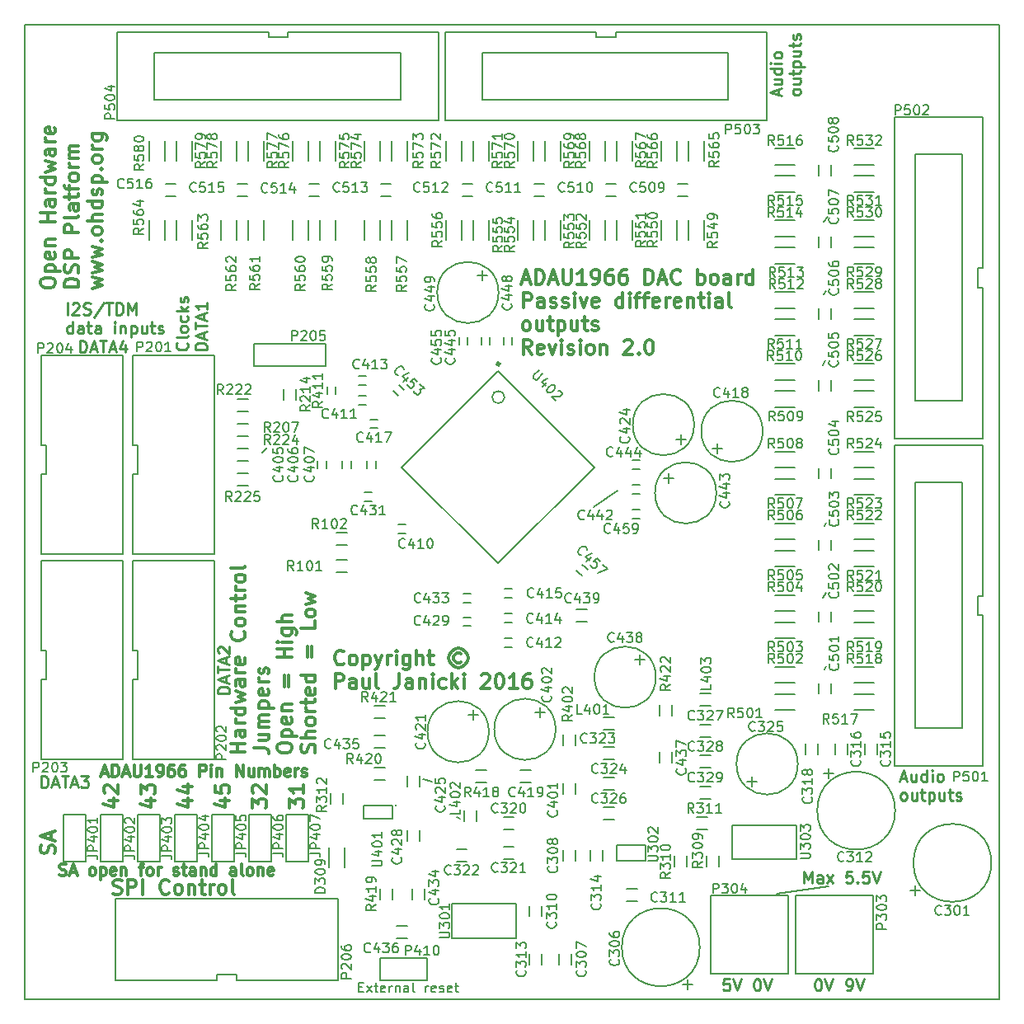
<source format=gto>
G04 #@! TF.FileFunction,Legend,Top*
%FSLAX46Y46*%
G04 Gerber Fmt 4.6, Leading zero omitted, Abs format (unit mm)*
G04 Created by KiCad (PCBNEW 4.0.2-stable) date 25/05/2016 09:56:59*
%MOMM*%
G01*
G04 APERTURE LIST*
%ADD10C,0.100000*%
%ADD11C,0.250000*%
%ADD12C,0.150000*%
%ADD13C,0.300000*%
%ADD14C,0.200000*%
G04 APERTURE END LIST*
D10*
D11*
X4349714Y70272143D02*
X4349714Y71472143D01*
X4864000Y71357857D02*
X4921143Y71415000D01*
X5035429Y71472143D01*
X5321143Y71472143D01*
X5435429Y71415000D01*
X5492572Y71357857D01*
X5549715Y71243571D01*
X5549715Y71129286D01*
X5492572Y70957857D01*
X4806858Y70272143D01*
X5549715Y70272143D01*
X6006857Y70329286D02*
X6178286Y70272143D01*
X6464000Y70272143D01*
X6578286Y70329286D01*
X6635429Y70386429D01*
X6692572Y70500714D01*
X6692572Y70615000D01*
X6635429Y70729286D01*
X6578286Y70786429D01*
X6464000Y70843571D01*
X6235429Y70900714D01*
X6121143Y70957857D01*
X6064000Y71015000D01*
X6006857Y71129286D01*
X6006857Y71243571D01*
X6064000Y71357857D01*
X6121143Y71415000D01*
X6235429Y71472143D01*
X6521143Y71472143D01*
X6692572Y71415000D01*
X8064000Y71529286D02*
X7035429Y69986429D01*
X8292572Y71472143D02*
X8978286Y71472143D01*
X8635429Y70272143D02*
X8635429Y71472143D01*
X9378286Y70272143D02*
X9378286Y71472143D01*
X9664001Y71472143D01*
X9835429Y71415000D01*
X9949715Y71300714D01*
X10006858Y71186429D01*
X10064001Y70957857D01*
X10064001Y70786429D01*
X10006858Y70557857D01*
X9949715Y70443571D01*
X9835429Y70329286D01*
X9664001Y70272143D01*
X9378286Y70272143D01*
X10578286Y70272143D02*
X10578286Y71472143D01*
X10978286Y70615000D01*
X11378286Y71472143D01*
X11378286Y70272143D01*
X4864000Y68342143D02*
X4864000Y69542143D01*
X4864000Y68399286D02*
X4749714Y68342143D01*
X4521143Y68342143D01*
X4406857Y68399286D01*
X4349714Y68456429D01*
X4292571Y68570714D01*
X4292571Y68913571D01*
X4349714Y69027857D01*
X4406857Y69085000D01*
X4521143Y69142143D01*
X4749714Y69142143D01*
X4864000Y69085000D01*
X5949714Y68342143D02*
X5949714Y68970714D01*
X5892571Y69085000D01*
X5778285Y69142143D01*
X5549714Y69142143D01*
X5435428Y69085000D01*
X5949714Y68399286D02*
X5835428Y68342143D01*
X5549714Y68342143D01*
X5435428Y68399286D01*
X5378285Y68513571D01*
X5378285Y68627857D01*
X5435428Y68742143D01*
X5549714Y68799286D01*
X5835428Y68799286D01*
X5949714Y68856429D01*
X6349714Y69142143D02*
X6806857Y69142143D01*
X6521142Y69542143D02*
X6521142Y68513571D01*
X6578285Y68399286D01*
X6692571Y68342143D01*
X6806857Y68342143D01*
X7721142Y68342143D02*
X7721142Y68970714D01*
X7663999Y69085000D01*
X7549713Y69142143D01*
X7321142Y69142143D01*
X7206856Y69085000D01*
X7721142Y68399286D02*
X7606856Y68342143D01*
X7321142Y68342143D01*
X7206856Y68399286D01*
X7149713Y68513571D01*
X7149713Y68627857D01*
X7206856Y68742143D01*
X7321142Y68799286D01*
X7606856Y68799286D01*
X7721142Y68856429D01*
X9206856Y68342143D02*
X9206856Y69142143D01*
X9206856Y69542143D02*
X9149713Y69485000D01*
X9206856Y69427857D01*
X9263999Y69485000D01*
X9206856Y69542143D01*
X9206856Y69427857D01*
X9778285Y69142143D02*
X9778285Y68342143D01*
X9778285Y69027857D02*
X9835428Y69085000D01*
X9949714Y69142143D01*
X10121142Y69142143D01*
X10235428Y69085000D01*
X10292571Y68970714D01*
X10292571Y68342143D01*
X10863999Y69142143D02*
X10863999Y67942143D01*
X10863999Y69085000D02*
X10978285Y69142143D01*
X11206856Y69142143D01*
X11321142Y69085000D01*
X11378285Y69027857D01*
X11435428Y68913571D01*
X11435428Y68570714D01*
X11378285Y68456429D01*
X11321142Y68399286D01*
X11206856Y68342143D01*
X10978285Y68342143D01*
X10863999Y68399286D01*
X12463999Y69142143D02*
X12463999Y68342143D01*
X11949713Y69142143D02*
X11949713Y68513571D01*
X12006856Y68399286D01*
X12121142Y68342143D01*
X12292570Y68342143D01*
X12406856Y68399286D01*
X12463999Y68456429D01*
X12863999Y69142143D02*
X13321142Y69142143D01*
X13035427Y69542143D02*
X13035427Y68513571D01*
X13092570Y68399286D01*
X13206856Y68342143D01*
X13321142Y68342143D01*
X13663998Y68399286D02*
X13778284Y68342143D01*
X14006856Y68342143D01*
X14121141Y68399286D01*
X14178284Y68513571D01*
X14178284Y68570714D01*
X14121141Y68685000D01*
X14006856Y68742143D01*
X13835427Y68742143D01*
X13721141Y68799286D01*
X13663998Y68913571D01*
X13663998Y68970714D01*
X13721141Y69085000D01*
X13835427Y69142143D01*
X14006856Y69142143D01*
X14121141Y69085000D01*
X89890571Y22659800D02*
X90462000Y22659800D01*
X89776286Y22316943D02*
X90176286Y23516943D01*
X90576286Y22316943D01*
X91490571Y23116943D02*
X91490571Y22316943D01*
X90976285Y23116943D02*
X90976285Y22488371D01*
X91033428Y22374086D01*
X91147714Y22316943D01*
X91319142Y22316943D01*
X91433428Y22374086D01*
X91490571Y22431229D01*
X92576285Y22316943D02*
X92576285Y23516943D01*
X92576285Y22374086D02*
X92461999Y22316943D01*
X92233428Y22316943D01*
X92119142Y22374086D01*
X92061999Y22431229D01*
X92004856Y22545514D01*
X92004856Y22888371D01*
X92061999Y23002657D01*
X92119142Y23059800D01*
X92233428Y23116943D01*
X92461999Y23116943D01*
X92576285Y23059800D01*
X93147713Y22316943D02*
X93147713Y23116943D01*
X93147713Y23516943D02*
X93090570Y23459800D01*
X93147713Y23402657D01*
X93204856Y23459800D01*
X93147713Y23516943D01*
X93147713Y23402657D01*
X93890571Y22316943D02*
X93776285Y22374086D01*
X93719142Y22431229D01*
X93661999Y22545514D01*
X93661999Y22888371D01*
X93719142Y23002657D01*
X93776285Y23059800D01*
X93890571Y23116943D01*
X94061999Y23116943D01*
X94176285Y23059800D01*
X94233428Y23002657D01*
X94290571Y22888371D01*
X94290571Y22545514D01*
X94233428Y22431229D01*
X94176285Y22374086D01*
X94061999Y22316943D01*
X93890571Y22316943D01*
X90119143Y20386943D02*
X90004857Y20444086D01*
X89947714Y20501229D01*
X89890571Y20615514D01*
X89890571Y20958371D01*
X89947714Y21072657D01*
X90004857Y21129800D01*
X90119143Y21186943D01*
X90290571Y21186943D01*
X90404857Y21129800D01*
X90462000Y21072657D01*
X90519143Y20958371D01*
X90519143Y20615514D01*
X90462000Y20501229D01*
X90404857Y20444086D01*
X90290571Y20386943D01*
X90119143Y20386943D01*
X91547714Y21186943D02*
X91547714Y20386943D01*
X91033428Y21186943D02*
X91033428Y20558371D01*
X91090571Y20444086D01*
X91204857Y20386943D01*
X91376285Y20386943D01*
X91490571Y20444086D01*
X91547714Y20501229D01*
X91947714Y21186943D02*
X92404857Y21186943D01*
X92119142Y21586943D02*
X92119142Y20558371D01*
X92176285Y20444086D01*
X92290571Y20386943D01*
X92404857Y20386943D01*
X92804856Y21186943D02*
X92804856Y19986943D01*
X92804856Y21129800D02*
X92919142Y21186943D01*
X93147713Y21186943D01*
X93261999Y21129800D01*
X93319142Y21072657D01*
X93376285Y20958371D01*
X93376285Y20615514D01*
X93319142Y20501229D01*
X93261999Y20444086D01*
X93147713Y20386943D01*
X92919142Y20386943D01*
X92804856Y20444086D01*
X94404856Y21186943D02*
X94404856Y20386943D01*
X93890570Y21186943D02*
X93890570Y20558371D01*
X93947713Y20444086D01*
X94061999Y20386943D01*
X94233427Y20386943D01*
X94347713Y20444086D01*
X94404856Y20501229D01*
X94804856Y21186943D02*
X95261999Y21186943D01*
X94976284Y21586943D02*
X94976284Y20558371D01*
X95033427Y20444086D01*
X95147713Y20386943D01*
X95261999Y20386943D01*
X95604855Y20444086D02*
X95719141Y20386943D01*
X95947713Y20386943D01*
X96061998Y20444086D01*
X96119141Y20558371D01*
X96119141Y20615514D01*
X96061998Y20729800D01*
X95947713Y20786943D01*
X95776284Y20786943D01*
X95661998Y20844086D01*
X95604855Y20958371D01*
X95604855Y21015514D01*
X95661998Y21129800D01*
X95776284Y21186943D01*
X95947713Y21186943D01*
X96061998Y21129800D01*
X77365400Y92836971D02*
X77365400Y93408400D01*
X77708257Y92722686D02*
X76508257Y93122686D01*
X77708257Y93522686D01*
X76908257Y94436971D02*
X77708257Y94436971D01*
X76908257Y93922685D02*
X77536829Y93922685D01*
X77651114Y93979828D01*
X77708257Y94094114D01*
X77708257Y94265542D01*
X77651114Y94379828D01*
X77593971Y94436971D01*
X77708257Y95522685D02*
X76508257Y95522685D01*
X77651114Y95522685D02*
X77708257Y95408399D01*
X77708257Y95179828D01*
X77651114Y95065542D01*
X77593971Y95008399D01*
X77479686Y94951256D01*
X77136829Y94951256D01*
X77022543Y95008399D01*
X76965400Y95065542D01*
X76908257Y95179828D01*
X76908257Y95408399D01*
X76965400Y95522685D01*
X77708257Y96094113D02*
X76908257Y96094113D01*
X76508257Y96094113D02*
X76565400Y96036970D01*
X76622543Y96094113D01*
X76565400Y96151256D01*
X76508257Y96094113D01*
X76622543Y96094113D01*
X77708257Y96836971D02*
X77651114Y96722685D01*
X77593971Y96665542D01*
X77479686Y96608399D01*
X77136829Y96608399D01*
X77022543Y96665542D01*
X76965400Y96722685D01*
X76908257Y96836971D01*
X76908257Y97008399D01*
X76965400Y97122685D01*
X77022543Y97179828D01*
X77136829Y97236971D01*
X77479686Y97236971D01*
X77593971Y97179828D01*
X77651114Y97122685D01*
X77708257Y97008399D01*
X77708257Y96836971D01*
X79638257Y93065543D02*
X79581114Y92951257D01*
X79523971Y92894114D01*
X79409686Y92836971D01*
X79066829Y92836971D01*
X78952543Y92894114D01*
X78895400Y92951257D01*
X78838257Y93065543D01*
X78838257Y93236971D01*
X78895400Y93351257D01*
X78952543Y93408400D01*
X79066829Y93465543D01*
X79409686Y93465543D01*
X79523971Y93408400D01*
X79581114Y93351257D01*
X79638257Y93236971D01*
X79638257Y93065543D01*
X78838257Y94494114D02*
X79638257Y94494114D01*
X78838257Y93979828D02*
X79466829Y93979828D01*
X79581114Y94036971D01*
X79638257Y94151257D01*
X79638257Y94322685D01*
X79581114Y94436971D01*
X79523971Y94494114D01*
X78838257Y94894114D02*
X78838257Y95351257D01*
X78438257Y95065542D02*
X79466829Y95065542D01*
X79581114Y95122685D01*
X79638257Y95236971D01*
X79638257Y95351257D01*
X78838257Y95751256D02*
X80038257Y95751256D01*
X78895400Y95751256D02*
X78838257Y95865542D01*
X78838257Y96094113D01*
X78895400Y96208399D01*
X78952543Y96265542D01*
X79066829Y96322685D01*
X79409686Y96322685D01*
X79523971Y96265542D01*
X79581114Y96208399D01*
X79638257Y96094113D01*
X79638257Y95865542D01*
X79581114Y95751256D01*
X78838257Y97351256D02*
X79638257Y97351256D01*
X78838257Y96836970D02*
X79466829Y96836970D01*
X79581114Y96894113D01*
X79638257Y97008399D01*
X79638257Y97179827D01*
X79581114Y97294113D01*
X79523971Y97351256D01*
X78838257Y97751256D02*
X78838257Y98208399D01*
X78438257Y97922684D02*
X79466829Y97922684D01*
X79581114Y97979827D01*
X79638257Y98094113D01*
X79638257Y98208399D01*
X79581114Y98551255D02*
X79638257Y98665541D01*
X79638257Y98894113D01*
X79581114Y99008398D01*
X79466829Y99065541D01*
X79409686Y99065541D01*
X79295400Y99008398D01*
X79238257Y98894113D01*
X79238257Y98722684D01*
X79181114Y98608398D01*
X79066829Y98551255D01*
X79009686Y98551255D01*
X78895400Y98608398D01*
X78838257Y98722684D01*
X78838257Y98894113D01*
X78895400Y99008398D01*
D12*
X24892000Y56642000D02*
X24384000Y56134000D01*
X44323000Y18669000D02*
X44704000Y18542000D01*
X58420000Y50546000D02*
X60833000Y52197000D01*
X41783000Y22352000D02*
X40894000Y22606000D01*
D13*
X3530571Y12722286D02*
X3702000Y12665143D01*
X3987714Y12665143D01*
X4102000Y12722286D01*
X4159143Y12779429D01*
X4216286Y12893714D01*
X4216286Y13008000D01*
X4159143Y13122286D01*
X4102000Y13179429D01*
X3987714Y13236571D01*
X3759143Y13293714D01*
X3644857Y13350857D01*
X3587714Y13408000D01*
X3530571Y13522286D01*
X3530571Y13636571D01*
X3587714Y13750857D01*
X3644857Y13808000D01*
X3759143Y13865143D01*
X4044857Y13865143D01*
X4216286Y13808000D01*
X4673428Y13008000D02*
X5244857Y13008000D01*
X4559143Y12665143D02*
X4959143Y13865143D01*
X5359143Y12665143D01*
X6844857Y12665143D02*
X6730571Y12722286D01*
X6673428Y12779429D01*
X6616285Y12893714D01*
X6616285Y13236571D01*
X6673428Y13350857D01*
X6730571Y13408000D01*
X6844857Y13465143D01*
X7016285Y13465143D01*
X7130571Y13408000D01*
X7187714Y13350857D01*
X7244857Y13236571D01*
X7244857Y12893714D01*
X7187714Y12779429D01*
X7130571Y12722286D01*
X7016285Y12665143D01*
X6844857Y12665143D01*
X7759142Y13465143D02*
X7759142Y12265143D01*
X7759142Y13408000D02*
X7873428Y13465143D01*
X8101999Y13465143D01*
X8216285Y13408000D01*
X8273428Y13350857D01*
X8330571Y13236571D01*
X8330571Y12893714D01*
X8273428Y12779429D01*
X8216285Y12722286D01*
X8101999Y12665143D01*
X7873428Y12665143D01*
X7759142Y12722286D01*
X9301999Y12722286D02*
X9187713Y12665143D01*
X8959142Y12665143D01*
X8844856Y12722286D01*
X8787713Y12836571D01*
X8787713Y13293714D01*
X8844856Y13408000D01*
X8959142Y13465143D01*
X9187713Y13465143D01*
X9301999Y13408000D01*
X9359142Y13293714D01*
X9359142Y13179429D01*
X8787713Y13065143D01*
X9873427Y13465143D02*
X9873427Y12665143D01*
X9873427Y13350857D02*
X9930570Y13408000D01*
X10044856Y13465143D01*
X10216284Y13465143D01*
X10330570Y13408000D01*
X10387713Y13293714D01*
X10387713Y12665143D01*
X11701999Y13465143D02*
X12159142Y13465143D01*
X11873427Y12665143D02*
X11873427Y13693714D01*
X11930570Y13808000D01*
X12044856Y13865143D01*
X12159142Y13865143D01*
X12730570Y12665143D02*
X12616284Y12722286D01*
X12559141Y12779429D01*
X12501998Y12893714D01*
X12501998Y13236571D01*
X12559141Y13350857D01*
X12616284Y13408000D01*
X12730570Y13465143D01*
X12901998Y13465143D01*
X13016284Y13408000D01*
X13073427Y13350857D01*
X13130570Y13236571D01*
X13130570Y12893714D01*
X13073427Y12779429D01*
X13016284Y12722286D01*
X12901998Y12665143D01*
X12730570Y12665143D01*
X13644855Y12665143D02*
X13644855Y13465143D01*
X13644855Y13236571D02*
X13701998Y13350857D01*
X13759141Y13408000D01*
X13873427Y13465143D01*
X13987712Y13465143D01*
X15244855Y12722286D02*
X15359141Y12665143D01*
X15587713Y12665143D01*
X15701998Y12722286D01*
X15759141Y12836571D01*
X15759141Y12893714D01*
X15701998Y13008000D01*
X15587713Y13065143D01*
X15416284Y13065143D01*
X15301998Y13122286D01*
X15244855Y13236571D01*
X15244855Y13293714D01*
X15301998Y13408000D01*
X15416284Y13465143D01*
X15587713Y13465143D01*
X15701998Y13408000D01*
X16101999Y13465143D02*
X16559142Y13465143D01*
X16273427Y13865143D02*
X16273427Y12836571D01*
X16330570Y12722286D01*
X16444856Y12665143D01*
X16559142Y12665143D01*
X17473427Y12665143D02*
X17473427Y13293714D01*
X17416284Y13408000D01*
X17301998Y13465143D01*
X17073427Y13465143D01*
X16959141Y13408000D01*
X17473427Y12722286D02*
X17359141Y12665143D01*
X17073427Y12665143D01*
X16959141Y12722286D01*
X16901998Y12836571D01*
X16901998Y12950857D01*
X16959141Y13065143D01*
X17073427Y13122286D01*
X17359141Y13122286D01*
X17473427Y13179429D01*
X18044855Y13465143D02*
X18044855Y12665143D01*
X18044855Y13350857D02*
X18101998Y13408000D01*
X18216284Y13465143D01*
X18387712Y13465143D01*
X18501998Y13408000D01*
X18559141Y13293714D01*
X18559141Y12665143D01*
X19644855Y12665143D02*
X19644855Y13865143D01*
X19644855Y12722286D02*
X19530569Y12665143D01*
X19301998Y12665143D01*
X19187712Y12722286D01*
X19130569Y12779429D01*
X19073426Y12893714D01*
X19073426Y13236571D01*
X19130569Y13350857D01*
X19187712Y13408000D01*
X19301998Y13465143D01*
X19530569Y13465143D01*
X19644855Y13408000D01*
X21644855Y12665143D02*
X21644855Y13293714D01*
X21587712Y13408000D01*
X21473426Y13465143D01*
X21244855Y13465143D01*
X21130569Y13408000D01*
X21644855Y12722286D02*
X21530569Y12665143D01*
X21244855Y12665143D01*
X21130569Y12722286D01*
X21073426Y12836571D01*
X21073426Y12950857D01*
X21130569Y13065143D01*
X21244855Y13122286D01*
X21530569Y13122286D01*
X21644855Y13179429D01*
X22387712Y12665143D02*
X22273426Y12722286D01*
X22216283Y12836571D01*
X22216283Y13865143D01*
X23016283Y12665143D02*
X22901997Y12722286D01*
X22844854Y12779429D01*
X22787711Y12893714D01*
X22787711Y13236571D01*
X22844854Y13350857D01*
X22901997Y13408000D01*
X23016283Y13465143D01*
X23187711Y13465143D01*
X23301997Y13408000D01*
X23359140Y13350857D01*
X23416283Y13236571D01*
X23416283Y12893714D01*
X23359140Y12779429D01*
X23301997Y12722286D01*
X23187711Y12665143D01*
X23016283Y12665143D01*
X23930568Y13465143D02*
X23930568Y12665143D01*
X23930568Y13350857D02*
X23987711Y13408000D01*
X24101997Y13465143D01*
X24273425Y13465143D01*
X24387711Y13408000D01*
X24444854Y13293714D01*
X24444854Y12665143D01*
X25473425Y12722286D02*
X25359139Y12665143D01*
X25130568Y12665143D01*
X25016282Y12722286D01*
X24959139Y12836571D01*
X24959139Y13293714D01*
X25016282Y13408000D01*
X25130568Y13465143D01*
X25359139Y13465143D01*
X25473425Y13408000D01*
X25530568Y13293714D01*
X25530568Y13179429D01*
X24959139Y13065143D01*
X32710286Y34446286D02*
X32638857Y34374857D01*
X32424571Y34303429D01*
X32281714Y34303429D01*
X32067429Y34374857D01*
X31924571Y34517714D01*
X31853143Y34660571D01*
X31781714Y34946286D01*
X31781714Y35160571D01*
X31853143Y35446286D01*
X31924571Y35589143D01*
X32067429Y35732000D01*
X32281714Y35803429D01*
X32424571Y35803429D01*
X32638857Y35732000D01*
X32710286Y35660571D01*
X33567429Y34303429D02*
X33424571Y34374857D01*
X33353143Y34446286D01*
X33281714Y34589143D01*
X33281714Y35017714D01*
X33353143Y35160571D01*
X33424571Y35232000D01*
X33567429Y35303429D01*
X33781714Y35303429D01*
X33924571Y35232000D01*
X33996000Y35160571D01*
X34067429Y35017714D01*
X34067429Y34589143D01*
X33996000Y34446286D01*
X33924571Y34374857D01*
X33781714Y34303429D01*
X33567429Y34303429D01*
X34710286Y35303429D02*
X34710286Y33803429D01*
X34710286Y35232000D02*
X34853143Y35303429D01*
X35138857Y35303429D01*
X35281714Y35232000D01*
X35353143Y35160571D01*
X35424572Y35017714D01*
X35424572Y34589143D01*
X35353143Y34446286D01*
X35281714Y34374857D01*
X35138857Y34303429D01*
X34853143Y34303429D01*
X34710286Y34374857D01*
X35924572Y35303429D02*
X36281715Y34303429D01*
X36638857Y35303429D02*
X36281715Y34303429D01*
X36138857Y33946286D01*
X36067429Y33874857D01*
X35924572Y33803429D01*
X37210286Y34303429D02*
X37210286Y35303429D01*
X37210286Y35017714D02*
X37281714Y35160571D01*
X37353143Y35232000D01*
X37496000Y35303429D01*
X37638857Y35303429D01*
X38138857Y34303429D02*
X38138857Y35303429D01*
X38138857Y35803429D02*
X38067428Y35732000D01*
X38138857Y35660571D01*
X38210285Y35732000D01*
X38138857Y35803429D01*
X38138857Y35660571D01*
X39496000Y35303429D02*
X39496000Y34089143D01*
X39424571Y33946286D01*
X39353143Y33874857D01*
X39210286Y33803429D01*
X38996000Y33803429D01*
X38853143Y33874857D01*
X39496000Y34374857D02*
X39353143Y34303429D01*
X39067429Y34303429D01*
X38924571Y34374857D01*
X38853143Y34446286D01*
X38781714Y34589143D01*
X38781714Y35017714D01*
X38853143Y35160571D01*
X38924571Y35232000D01*
X39067429Y35303429D01*
X39353143Y35303429D01*
X39496000Y35232000D01*
X40210286Y34303429D02*
X40210286Y35803429D01*
X40853143Y34303429D02*
X40853143Y35089143D01*
X40781714Y35232000D01*
X40638857Y35303429D01*
X40424572Y35303429D01*
X40281714Y35232000D01*
X40210286Y35160571D01*
X41353143Y35303429D02*
X41924572Y35303429D01*
X41567429Y35803429D02*
X41567429Y34517714D01*
X41638857Y34374857D01*
X41781715Y34303429D01*
X41924572Y34303429D01*
X44781715Y35446286D02*
X44638857Y35517714D01*
X44353143Y35517714D01*
X44210286Y35446286D01*
X44067429Y35303429D01*
X43996000Y35160571D01*
X43996000Y34874857D01*
X44067429Y34732000D01*
X44210286Y34589143D01*
X44353143Y34517714D01*
X44638857Y34517714D01*
X44781715Y34589143D01*
X44496000Y36017714D02*
X44138857Y35946286D01*
X43781715Y35732000D01*
X43567429Y35374857D01*
X43496000Y35017714D01*
X43567429Y34660571D01*
X43781715Y34303429D01*
X44138857Y34089143D01*
X44496000Y34017714D01*
X44853143Y34089143D01*
X45210286Y34303429D01*
X45424572Y34660571D01*
X45496000Y35017714D01*
X45424572Y35374857D01*
X45210286Y35732000D01*
X44853143Y35946286D01*
X44496000Y36017714D01*
X31853143Y31903429D02*
X31853143Y33403429D01*
X32424571Y33403429D01*
X32567429Y33332000D01*
X32638857Y33260571D01*
X32710286Y33117714D01*
X32710286Y32903429D01*
X32638857Y32760571D01*
X32567429Y32689143D01*
X32424571Y32617714D01*
X31853143Y32617714D01*
X33996000Y31903429D02*
X33996000Y32689143D01*
X33924571Y32832000D01*
X33781714Y32903429D01*
X33496000Y32903429D01*
X33353143Y32832000D01*
X33996000Y31974857D02*
X33853143Y31903429D01*
X33496000Y31903429D01*
X33353143Y31974857D01*
X33281714Y32117714D01*
X33281714Y32260571D01*
X33353143Y32403429D01*
X33496000Y32474857D01*
X33853143Y32474857D01*
X33996000Y32546286D01*
X35353143Y32903429D02*
X35353143Y31903429D01*
X34710286Y32903429D02*
X34710286Y32117714D01*
X34781714Y31974857D01*
X34924572Y31903429D01*
X35138857Y31903429D01*
X35281714Y31974857D01*
X35353143Y32046286D01*
X36281715Y31903429D02*
X36138857Y31974857D01*
X36067429Y32117714D01*
X36067429Y33403429D01*
X38424571Y33403429D02*
X38424571Y32332000D01*
X38353143Y32117714D01*
X38210286Y31974857D01*
X37996000Y31903429D01*
X37853143Y31903429D01*
X39781714Y31903429D02*
X39781714Y32689143D01*
X39710285Y32832000D01*
X39567428Y32903429D01*
X39281714Y32903429D01*
X39138857Y32832000D01*
X39781714Y31974857D02*
X39638857Y31903429D01*
X39281714Y31903429D01*
X39138857Y31974857D01*
X39067428Y32117714D01*
X39067428Y32260571D01*
X39138857Y32403429D01*
X39281714Y32474857D01*
X39638857Y32474857D01*
X39781714Y32546286D01*
X40496000Y32903429D02*
X40496000Y31903429D01*
X40496000Y32760571D02*
X40567428Y32832000D01*
X40710286Y32903429D01*
X40924571Y32903429D01*
X41067428Y32832000D01*
X41138857Y32689143D01*
X41138857Y31903429D01*
X41853143Y31903429D02*
X41853143Y32903429D01*
X41853143Y33403429D02*
X41781714Y33332000D01*
X41853143Y33260571D01*
X41924571Y33332000D01*
X41853143Y33403429D01*
X41853143Y33260571D01*
X43210286Y31974857D02*
X43067429Y31903429D01*
X42781715Y31903429D01*
X42638857Y31974857D01*
X42567429Y32046286D01*
X42496000Y32189143D01*
X42496000Y32617714D01*
X42567429Y32760571D01*
X42638857Y32832000D01*
X42781715Y32903429D01*
X43067429Y32903429D01*
X43210286Y32832000D01*
X43853143Y31903429D02*
X43853143Y33403429D01*
X43996000Y32474857D02*
X44424571Y31903429D01*
X44424571Y32903429D02*
X43853143Y32332000D01*
X45067429Y31903429D02*
X45067429Y32903429D01*
X45067429Y33403429D02*
X44996000Y33332000D01*
X45067429Y33260571D01*
X45138857Y33332000D01*
X45067429Y33403429D01*
X45067429Y33260571D01*
X46853143Y33260571D02*
X46924572Y33332000D01*
X47067429Y33403429D01*
X47424572Y33403429D01*
X47567429Y33332000D01*
X47638858Y33260571D01*
X47710286Y33117714D01*
X47710286Y32974857D01*
X47638858Y32760571D01*
X46781715Y31903429D01*
X47710286Y31903429D01*
X48638857Y33403429D02*
X48781714Y33403429D01*
X48924571Y33332000D01*
X48996000Y33260571D01*
X49067429Y33117714D01*
X49138857Y32832000D01*
X49138857Y32474857D01*
X49067429Y32189143D01*
X48996000Y32046286D01*
X48924571Y31974857D01*
X48781714Y31903429D01*
X48638857Y31903429D01*
X48496000Y31974857D01*
X48424571Y32046286D01*
X48353143Y32189143D01*
X48281714Y32474857D01*
X48281714Y32832000D01*
X48353143Y33117714D01*
X48424571Y33260571D01*
X48496000Y33332000D01*
X48638857Y33403429D01*
X50567428Y31903429D02*
X49710285Y31903429D01*
X50138857Y31903429D02*
X50138857Y33403429D01*
X49996000Y33189143D01*
X49853142Y33046286D01*
X49710285Y32974857D01*
X51853142Y33403429D02*
X51567428Y33403429D01*
X51424571Y33332000D01*
X51353142Y33260571D01*
X51210285Y33046286D01*
X51138856Y32760571D01*
X51138856Y32189143D01*
X51210285Y32046286D01*
X51281713Y31974857D01*
X51424571Y31903429D01*
X51710285Y31903429D01*
X51853142Y31974857D01*
X51924571Y32046286D01*
X51995999Y32189143D01*
X51995999Y32546286D01*
X51924571Y32689143D01*
X51853142Y32760571D01*
X51710285Y32832000D01*
X51424571Y32832000D01*
X51281713Y32760571D01*
X51210285Y32689143D01*
X51138856Y32546286D01*
D11*
X20989857Y31400714D02*
X19789857Y31400714D01*
X19789857Y31686429D01*
X19847000Y31857857D01*
X19961286Y31972143D01*
X20075571Y32029286D01*
X20304143Y32086429D01*
X20475571Y32086429D01*
X20704143Y32029286D01*
X20818429Y31972143D01*
X20932714Y31857857D01*
X20989857Y31686429D01*
X20989857Y31400714D01*
X20647000Y32543571D02*
X20647000Y33115000D01*
X20989857Y32429286D02*
X19789857Y32829286D01*
X20989857Y33229286D01*
X19789857Y33457857D02*
X19789857Y34143571D01*
X20989857Y33800714D02*
X19789857Y33800714D01*
X20647000Y34486428D02*
X20647000Y35057857D01*
X20989857Y34372143D02*
X19789857Y34772143D01*
X20989857Y35172143D01*
X19904143Y35514999D02*
X19847000Y35572142D01*
X19789857Y35686428D01*
X19789857Y35972142D01*
X19847000Y36086428D01*
X19904143Y36143571D01*
X20018429Y36200714D01*
X20132714Y36200714D01*
X20304143Y36143571D01*
X20989857Y35457857D01*
X20989857Y36200714D01*
X1682714Y21682143D02*
X1682714Y22882143D01*
X1968429Y22882143D01*
X2139857Y22825000D01*
X2254143Y22710714D01*
X2311286Y22596429D01*
X2368429Y22367857D01*
X2368429Y22196429D01*
X2311286Y21967857D01*
X2254143Y21853571D01*
X2139857Y21739286D01*
X1968429Y21682143D01*
X1682714Y21682143D01*
X2825571Y22025000D02*
X3397000Y22025000D01*
X2711286Y21682143D02*
X3111286Y22882143D01*
X3511286Y21682143D01*
X3739857Y22882143D02*
X4425571Y22882143D01*
X4082714Y21682143D02*
X4082714Y22882143D01*
X4768428Y22025000D02*
X5339857Y22025000D01*
X4654143Y21682143D02*
X5054143Y22882143D01*
X5454143Y21682143D01*
X5739857Y22882143D02*
X6482714Y22882143D01*
X6082714Y22425000D01*
X6254142Y22425000D01*
X6368428Y22367857D01*
X6425571Y22310714D01*
X6482714Y22196429D01*
X6482714Y21910714D01*
X6425571Y21796429D01*
X6368428Y21739286D01*
X6254142Y21682143D01*
X5911285Y21682143D01*
X5796999Y21739286D01*
X5739857Y21796429D01*
X5619714Y66386143D02*
X5619714Y67586143D01*
X5905429Y67586143D01*
X6076857Y67529000D01*
X6191143Y67414714D01*
X6248286Y67300429D01*
X6305429Y67071857D01*
X6305429Y66900429D01*
X6248286Y66671857D01*
X6191143Y66557571D01*
X6076857Y66443286D01*
X5905429Y66386143D01*
X5619714Y66386143D01*
X6762571Y66729000D02*
X7334000Y66729000D01*
X6648286Y66386143D02*
X7048286Y67586143D01*
X7448286Y66386143D01*
X7676857Y67586143D02*
X8362571Y67586143D01*
X8019714Y66386143D02*
X8019714Y67586143D01*
X8705428Y66729000D02*
X9276857Y66729000D01*
X8591143Y66386143D02*
X8991143Y67586143D01*
X9391143Y66386143D01*
X10305428Y67186143D02*
X10305428Y66386143D01*
X10019714Y67643286D02*
X9733999Y66786143D01*
X10476857Y66786143D01*
D12*
X82550000Y11557000D02*
X77216000Y10795000D01*
D13*
X7872143Y23168000D02*
X8443572Y23168000D01*
X7757858Y22825143D02*
X8157858Y24025143D01*
X8557858Y22825143D01*
X8957857Y22825143D02*
X8957857Y24025143D01*
X9243572Y24025143D01*
X9415000Y23968000D01*
X9529286Y23853714D01*
X9586429Y23739429D01*
X9643572Y23510857D01*
X9643572Y23339429D01*
X9586429Y23110857D01*
X9529286Y22996571D01*
X9415000Y22882286D01*
X9243572Y22825143D01*
X8957857Y22825143D01*
X10100714Y23168000D02*
X10672143Y23168000D01*
X9986429Y22825143D02*
X10386429Y24025143D01*
X10786429Y22825143D01*
X11186428Y24025143D02*
X11186428Y23053714D01*
X11243571Y22939429D01*
X11300714Y22882286D01*
X11415000Y22825143D01*
X11643571Y22825143D01*
X11757857Y22882286D01*
X11815000Y22939429D01*
X11872143Y23053714D01*
X11872143Y24025143D01*
X13072143Y22825143D02*
X12386428Y22825143D01*
X12729286Y22825143D02*
X12729286Y24025143D01*
X12615000Y23853714D01*
X12500714Y23739429D01*
X12386428Y23682286D01*
X13643571Y22825143D02*
X13872143Y22825143D01*
X13986428Y22882286D01*
X14043571Y22939429D01*
X14157857Y23110857D01*
X14215000Y23339429D01*
X14215000Y23796571D01*
X14157857Y23910857D01*
X14100714Y23968000D01*
X13986428Y24025143D01*
X13757857Y24025143D01*
X13643571Y23968000D01*
X13586428Y23910857D01*
X13529285Y23796571D01*
X13529285Y23510857D01*
X13586428Y23396571D01*
X13643571Y23339429D01*
X13757857Y23282286D01*
X13986428Y23282286D01*
X14100714Y23339429D01*
X14157857Y23396571D01*
X14215000Y23510857D01*
X15243571Y24025143D02*
X15015000Y24025143D01*
X14900714Y23968000D01*
X14843571Y23910857D01*
X14729285Y23739429D01*
X14672142Y23510857D01*
X14672142Y23053714D01*
X14729285Y22939429D01*
X14786428Y22882286D01*
X14900714Y22825143D01*
X15129285Y22825143D01*
X15243571Y22882286D01*
X15300714Y22939429D01*
X15357857Y23053714D01*
X15357857Y23339429D01*
X15300714Y23453714D01*
X15243571Y23510857D01*
X15129285Y23568000D01*
X14900714Y23568000D01*
X14786428Y23510857D01*
X14729285Y23453714D01*
X14672142Y23339429D01*
X16386428Y24025143D02*
X16157857Y24025143D01*
X16043571Y23968000D01*
X15986428Y23910857D01*
X15872142Y23739429D01*
X15814999Y23510857D01*
X15814999Y23053714D01*
X15872142Y22939429D01*
X15929285Y22882286D01*
X16043571Y22825143D01*
X16272142Y22825143D01*
X16386428Y22882286D01*
X16443571Y22939429D01*
X16500714Y23053714D01*
X16500714Y23339429D01*
X16443571Y23453714D01*
X16386428Y23510857D01*
X16272142Y23568000D01*
X16043571Y23568000D01*
X15929285Y23510857D01*
X15872142Y23453714D01*
X15814999Y23339429D01*
X17929285Y22825143D02*
X17929285Y24025143D01*
X18386428Y24025143D01*
X18500714Y23968000D01*
X18557857Y23910857D01*
X18615000Y23796571D01*
X18615000Y23625143D01*
X18557857Y23510857D01*
X18500714Y23453714D01*
X18386428Y23396571D01*
X17929285Y23396571D01*
X19129285Y22825143D02*
X19129285Y23625143D01*
X19129285Y24025143D02*
X19072142Y23968000D01*
X19129285Y23910857D01*
X19186428Y23968000D01*
X19129285Y24025143D01*
X19129285Y23910857D01*
X19700714Y23625143D02*
X19700714Y22825143D01*
X19700714Y23510857D02*
X19757857Y23568000D01*
X19872143Y23625143D01*
X20043571Y23625143D01*
X20157857Y23568000D01*
X20215000Y23453714D01*
X20215000Y22825143D01*
X21700714Y22825143D02*
X21700714Y24025143D01*
X22386429Y22825143D01*
X22386429Y24025143D01*
X23472143Y23625143D02*
X23472143Y22825143D01*
X22957857Y23625143D02*
X22957857Y22996571D01*
X23015000Y22882286D01*
X23129286Y22825143D01*
X23300714Y22825143D01*
X23415000Y22882286D01*
X23472143Y22939429D01*
X24043571Y22825143D02*
X24043571Y23625143D01*
X24043571Y23510857D02*
X24100714Y23568000D01*
X24215000Y23625143D01*
X24386428Y23625143D01*
X24500714Y23568000D01*
X24557857Y23453714D01*
X24557857Y22825143D01*
X24557857Y23453714D02*
X24615000Y23568000D01*
X24729286Y23625143D01*
X24900714Y23625143D01*
X25015000Y23568000D01*
X25072143Y23453714D01*
X25072143Y22825143D01*
X25643571Y22825143D02*
X25643571Y24025143D01*
X25643571Y23568000D02*
X25757857Y23625143D01*
X25986428Y23625143D01*
X26100714Y23568000D01*
X26157857Y23510857D01*
X26215000Y23396571D01*
X26215000Y23053714D01*
X26157857Y22939429D01*
X26100714Y22882286D01*
X25986428Y22825143D01*
X25757857Y22825143D01*
X25643571Y22882286D01*
X27186428Y22882286D02*
X27072142Y22825143D01*
X26843571Y22825143D01*
X26729285Y22882286D01*
X26672142Y22996571D01*
X26672142Y23453714D01*
X26729285Y23568000D01*
X26843571Y23625143D01*
X27072142Y23625143D01*
X27186428Y23568000D01*
X27243571Y23453714D01*
X27243571Y23339429D01*
X26672142Y23225143D01*
X27757856Y22825143D02*
X27757856Y23625143D01*
X27757856Y23396571D02*
X27814999Y23510857D01*
X27872142Y23568000D01*
X27986428Y23625143D01*
X28100713Y23625143D01*
X28443570Y22882286D02*
X28557856Y22825143D01*
X28786428Y22825143D01*
X28900713Y22882286D01*
X28957856Y22996571D01*
X28957856Y23053714D01*
X28900713Y23168000D01*
X28786428Y23225143D01*
X28614999Y23225143D01*
X28500713Y23282286D01*
X28443570Y23396571D01*
X28443570Y23453714D01*
X28500713Y23568000D01*
X28614999Y23625143D01*
X28786428Y23625143D01*
X28900713Y23568000D01*
X27118571Y19613715D02*
X27118571Y20542286D01*
X27690000Y20042286D01*
X27690000Y20256572D01*
X27761429Y20399429D01*
X27832857Y20470858D01*
X27975714Y20542286D01*
X28332857Y20542286D01*
X28475714Y20470858D01*
X28547143Y20399429D01*
X28618571Y20256572D01*
X28618571Y19828000D01*
X28547143Y19685143D01*
X28475714Y19613715D01*
X28618571Y21970857D02*
X28618571Y21113714D01*
X28618571Y21542286D02*
X27118571Y21542286D01*
X27332857Y21399429D01*
X27475714Y21256571D01*
X27547143Y21113714D01*
X23308571Y19613715D02*
X23308571Y20542286D01*
X23880000Y20042286D01*
X23880000Y20256572D01*
X23951429Y20399429D01*
X24022857Y20470858D01*
X24165714Y20542286D01*
X24522857Y20542286D01*
X24665714Y20470858D01*
X24737143Y20399429D01*
X24808571Y20256572D01*
X24808571Y19828000D01*
X24737143Y19685143D01*
X24665714Y19613715D01*
X23451429Y21113714D02*
X23380000Y21185143D01*
X23308571Y21328000D01*
X23308571Y21685143D01*
X23380000Y21828000D01*
X23451429Y21899429D01*
X23594286Y21970857D01*
X23737143Y21970857D01*
X23951429Y21899429D01*
X24808571Y21042286D01*
X24808571Y21970857D01*
X19998571Y20399429D02*
X20998571Y20399429D01*
X19427143Y20042286D02*
X20498571Y19685143D01*
X20498571Y20613715D01*
X19498571Y21899429D02*
X19498571Y21185143D01*
X20212857Y21113714D01*
X20141429Y21185143D01*
X20070000Y21328000D01*
X20070000Y21685143D01*
X20141429Y21828000D01*
X20212857Y21899429D01*
X20355714Y21970857D01*
X20712857Y21970857D01*
X20855714Y21899429D01*
X20927143Y21828000D01*
X20998571Y21685143D01*
X20998571Y21328000D01*
X20927143Y21185143D01*
X20855714Y21113714D01*
X16188571Y20399429D02*
X17188571Y20399429D01*
X15617143Y20042286D02*
X16688571Y19685143D01*
X16688571Y20613715D01*
X16188571Y21828000D02*
X17188571Y21828000D01*
X15617143Y21470857D02*
X16688571Y21113714D01*
X16688571Y22042286D01*
X12378571Y20399429D02*
X13378571Y20399429D01*
X11807143Y20042286D02*
X12878571Y19685143D01*
X12878571Y20613715D01*
X11878571Y21042286D02*
X11878571Y21970857D01*
X12450000Y21470857D01*
X12450000Y21685143D01*
X12521429Y21828000D01*
X12592857Y21899429D01*
X12735714Y21970857D01*
X13092857Y21970857D01*
X13235714Y21899429D01*
X13307143Y21828000D01*
X13378571Y21685143D01*
X13378571Y21256571D01*
X13307143Y21113714D01*
X13235714Y21042286D01*
X8568571Y20399429D02*
X9568571Y20399429D01*
X7997143Y20042286D02*
X9068571Y19685143D01*
X9068571Y20613715D01*
X8211429Y21113714D02*
X8140000Y21185143D01*
X8068571Y21328000D01*
X8068571Y21685143D01*
X8140000Y21828000D01*
X8211429Y21899429D01*
X8354286Y21970857D01*
X8497143Y21970857D01*
X8711429Y21899429D01*
X9568571Y21042286D01*
X9568571Y21970857D01*
X3020143Y14930572D02*
X3091571Y15144858D01*
X3091571Y15502001D01*
X3020143Y15644858D01*
X2948714Y15716287D01*
X2805857Y15787715D01*
X2663000Y15787715D01*
X2520143Y15716287D01*
X2448714Y15644858D01*
X2377286Y15502001D01*
X2305857Y15216287D01*
X2234429Y15073429D01*
X2163000Y15002001D01*
X2020143Y14930572D01*
X1877286Y14930572D01*
X1734429Y15002001D01*
X1663000Y15073429D01*
X1591571Y15216287D01*
X1591571Y15573429D01*
X1663000Y15787715D01*
X2663000Y16359143D02*
X2663000Y17073429D01*
X3091571Y16216286D02*
X1591571Y16716286D01*
X3091571Y17216286D01*
D11*
X81373572Y2057143D02*
X81487857Y2057143D01*
X81602143Y2000000D01*
X81659286Y1942857D01*
X81716429Y1828571D01*
X81773572Y1600000D01*
X81773572Y1314286D01*
X81716429Y1085714D01*
X81659286Y971429D01*
X81602143Y914286D01*
X81487857Y857143D01*
X81373572Y857143D01*
X81259286Y914286D01*
X81202143Y971429D01*
X81145000Y1085714D01*
X81087857Y1314286D01*
X81087857Y1600000D01*
X81145000Y1828571D01*
X81202143Y1942857D01*
X81259286Y2000000D01*
X81373572Y2057143D01*
X82116429Y2057143D02*
X82516429Y857143D01*
X82916429Y2057143D01*
X84402143Y857143D02*
X84630715Y857143D01*
X84745000Y914286D01*
X84802143Y971429D01*
X84916429Y1142857D01*
X84973572Y1371429D01*
X84973572Y1828571D01*
X84916429Y1942857D01*
X84859286Y2000000D01*
X84745000Y2057143D01*
X84516429Y2057143D01*
X84402143Y2000000D01*
X84345000Y1942857D01*
X84287857Y1828571D01*
X84287857Y1542857D01*
X84345000Y1428571D01*
X84402143Y1371429D01*
X84516429Y1314286D01*
X84745000Y1314286D01*
X84859286Y1371429D01*
X84916429Y1428571D01*
X84973572Y1542857D01*
X85316429Y2057143D02*
X85716429Y857143D01*
X86116429Y2057143D01*
X72316429Y2057143D02*
X71745000Y2057143D01*
X71687857Y1485714D01*
X71745000Y1542857D01*
X71859286Y1600000D01*
X72145000Y1600000D01*
X72259286Y1542857D01*
X72316429Y1485714D01*
X72373572Y1371429D01*
X72373572Y1085714D01*
X72316429Y971429D01*
X72259286Y914286D01*
X72145000Y857143D01*
X71859286Y857143D01*
X71745000Y914286D01*
X71687857Y971429D01*
X72716429Y2057143D02*
X73116429Y857143D01*
X73516429Y2057143D01*
D13*
X22605571Y25376143D02*
X21105571Y25376143D01*
X21819857Y25376143D02*
X21819857Y26233286D01*
X22605571Y26233286D02*
X21105571Y26233286D01*
X22605571Y27590429D02*
X21819857Y27590429D01*
X21677000Y27519000D01*
X21605571Y27376143D01*
X21605571Y27090429D01*
X21677000Y26947572D01*
X22534143Y27590429D02*
X22605571Y27447572D01*
X22605571Y27090429D01*
X22534143Y26947572D01*
X22391286Y26876143D01*
X22248429Y26876143D01*
X22105571Y26947572D01*
X22034143Y27090429D01*
X22034143Y27447572D01*
X21962714Y27590429D01*
X22605571Y28304715D02*
X21605571Y28304715D01*
X21891286Y28304715D02*
X21748429Y28376143D01*
X21677000Y28447572D01*
X21605571Y28590429D01*
X21605571Y28733286D01*
X22605571Y29876143D02*
X21105571Y29876143D01*
X22534143Y29876143D02*
X22605571Y29733286D01*
X22605571Y29447572D01*
X22534143Y29304714D01*
X22462714Y29233286D01*
X22319857Y29161857D01*
X21891286Y29161857D01*
X21748429Y29233286D01*
X21677000Y29304714D01*
X21605571Y29447572D01*
X21605571Y29733286D01*
X21677000Y29876143D01*
X21605571Y30447572D02*
X22605571Y30733286D01*
X21891286Y31019000D01*
X22605571Y31304715D01*
X21605571Y31590429D01*
X22605571Y32804715D02*
X21819857Y32804715D01*
X21677000Y32733286D01*
X21605571Y32590429D01*
X21605571Y32304715D01*
X21677000Y32161858D01*
X22534143Y32804715D02*
X22605571Y32661858D01*
X22605571Y32304715D01*
X22534143Y32161858D01*
X22391286Y32090429D01*
X22248429Y32090429D01*
X22105571Y32161858D01*
X22034143Y32304715D01*
X22034143Y32661858D01*
X21962714Y32804715D01*
X22605571Y33519001D02*
X21605571Y33519001D01*
X21891286Y33519001D02*
X21748429Y33590429D01*
X21677000Y33661858D01*
X21605571Y33804715D01*
X21605571Y33947572D01*
X22534143Y35019000D02*
X22605571Y34876143D01*
X22605571Y34590429D01*
X22534143Y34447572D01*
X22391286Y34376143D01*
X21819857Y34376143D01*
X21677000Y34447572D01*
X21605571Y34590429D01*
X21605571Y34876143D01*
X21677000Y35019000D01*
X21819857Y35090429D01*
X21962714Y35090429D01*
X22105571Y34376143D01*
X22462714Y37733286D02*
X22534143Y37661857D01*
X22605571Y37447571D01*
X22605571Y37304714D01*
X22534143Y37090429D01*
X22391286Y36947571D01*
X22248429Y36876143D01*
X21962714Y36804714D01*
X21748429Y36804714D01*
X21462714Y36876143D01*
X21319857Y36947571D01*
X21177000Y37090429D01*
X21105571Y37304714D01*
X21105571Y37447571D01*
X21177000Y37661857D01*
X21248429Y37733286D01*
X22605571Y38590429D02*
X22534143Y38447571D01*
X22462714Y38376143D01*
X22319857Y38304714D01*
X21891286Y38304714D01*
X21748429Y38376143D01*
X21677000Y38447571D01*
X21605571Y38590429D01*
X21605571Y38804714D01*
X21677000Y38947571D01*
X21748429Y39019000D01*
X21891286Y39090429D01*
X22319857Y39090429D01*
X22462714Y39019000D01*
X22534143Y38947571D01*
X22605571Y38804714D01*
X22605571Y38590429D01*
X21605571Y39733286D02*
X22605571Y39733286D01*
X21748429Y39733286D02*
X21677000Y39804714D01*
X21605571Y39947572D01*
X21605571Y40161857D01*
X21677000Y40304714D01*
X21819857Y40376143D01*
X22605571Y40376143D01*
X21605571Y40876143D02*
X21605571Y41447572D01*
X21105571Y41090429D02*
X22391286Y41090429D01*
X22534143Y41161857D01*
X22605571Y41304715D01*
X22605571Y41447572D01*
X22605571Y41947572D02*
X21605571Y41947572D01*
X21891286Y41947572D02*
X21748429Y42019000D01*
X21677000Y42090429D01*
X21605571Y42233286D01*
X21605571Y42376143D01*
X22605571Y43090429D02*
X22534143Y42947571D01*
X22462714Y42876143D01*
X22319857Y42804714D01*
X21891286Y42804714D01*
X21748429Y42876143D01*
X21677000Y42947571D01*
X21605571Y43090429D01*
X21605571Y43304714D01*
X21677000Y43447571D01*
X21748429Y43519000D01*
X21891286Y43590429D01*
X22319857Y43590429D01*
X22462714Y43519000D01*
X22534143Y43447571D01*
X22605571Y43304714D01*
X22605571Y43090429D01*
X22605571Y44447572D02*
X22534143Y44304714D01*
X22391286Y44233286D01*
X21105571Y44233286D01*
X23505571Y25804714D02*
X24577000Y25804714D01*
X24791286Y25733286D01*
X24934143Y25590429D01*
X25005571Y25376143D01*
X25005571Y25233286D01*
X24005571Y27161857D02*
X25005571Y27161857D01*
X24005571Y26519000D02*
X24791286Y26519000D01*
X24934143Y26590428D01*
X25005571Y26733286D01*
X25005571Y26947571D01*
X24934143Y27090428D01*
X24862714Y27161857D01*
X25005571Y27876143D02*
X24005571Y27876143D01*
X24148429Y27876143D02*
X24077000Y27947571D01*
X24005571Y28090429D01*
X24005571Y28304714D01*
X24077000Y28447571D01*
X24219857Y28519000D01*
X25005571Y28519000D01*
X24219857Y28519000D02*
X24077000Y28590429D01*
X24005571Y28733286D01*
X24005571Y28947571D01*
X24077000Y29090429D01*
X24219857Y29161857D01*
X25005571Y29161857D01*
X24005571Y29876143D02*
X25505571Y29876143D01*
X24077000Y29876143D02*
X24005571Y30019000D01*
X24005571Y30304714D01*
X24077000Y30447571D01*
X24148429Y30519000D01*
X24291286Y30590429D01*
X24719857Y30590429D01*
X24862714Y30519000D01*
X24934143Y30447571D01*
X25005571Y30304714D01*
X25005571Y30019000D01*
X24934143Y29876143D01*
X24934143Y31804714D02*
X25005571Y31661857D01*
X25005571Y31376143D01*
X24934143Y31233286D01*
X24791286Y31161857D01*
X24219857Y31161857D01*
X24077000Y31233286D01*
X24005571Y31376143D01*
X24005571Y31661857D01*
X24077000Y31804714D01*
X24219857Y31876143D01*
X24362714Y31876143D01*
X24505571Y31161857D01*
X25005571Y32519000D02*
X24005571Y32519000D01*
X24291286Y32519000D02*
X24148429Y32590428D01*
X24077000Y32661857D01*
X24005571Y32804714D01*
X24005571Y32947571D01*
X24934143Y33376142D02*
X25005571Y33518999D01*
X25005571Y33804714D01*
X24934143Y33947571D01*
X24791286Y34018999D01*
X24719857Y34018999D01*
X24577000Y33947571D01*
X24505571Y33804714D01*
X24505571Y33590428D01*
X24434143Y33447571D01*
X24291286Y33376142D01*
X24219857Y33376142D01*
X24077000Y33447571D01*
X24005571Y33590428D01*
X24005571Y33804714D01*
X24077000Y33947571D01*
X25905571Y25661857D02*
X25905571Y25947571D01*
X25977000Y26090429D01*
X26119857Y26233286D01*
X26405571Y26304714D01*
X26905571Y26304714D01*
X27191286Y26233286D01*
X27334143Y26090429D01*
X27405571Y25947571D01*
X27405571Y25661857D01*
X27334143Y25519000D01*
X27191286Y25376143D01*
X26905571Y25304714D01*
X26405571Y25304714D01*
X26119857Y25376143D01*
X25977000Y25519000D01*
X25905571Y25661857D01*
X26405571Y26947572D02*
X27905571Y26947572D01*
X26477000Y26947572D02*
X26405571Y27090429D01*
X26405571Y27376143D01*
X26477000Y27519000D01*
X26548429Y27590429D01*
X26691286Y27661858D01*
X27119857Y27661858D01*
X27262714Y27590429D01*
X27334143Y27519000D01*
X27405571Y27376143D01*
X27405571Y27090429D01*
X27334143Y26947572D01*
X27334143Y28876143D02*
X27405571Y28733286D01*
X27405571Y28447572D01*
X27334143Y28304715D01*
X27191286Y28233286D01*
X26619857Y28233286D01*
X26477000Y28304715D01*
X26405571Y28447572D01*
X26405571Y28733286D01*
X26477000Y28876143D01*
X26619857Y28947572D01*
X26762714Y28947572D01*
X26905571Y28233286D01*
X26405571Y29590429D02*
X27405571Y29590429D01*
X26548429Y29590429D02*
X26477000Y29661857D01*
X26405571Y29804715D01*
X26405571Y30019000D01*
X26477000Y30161857D01*
X26619857Y30233286D01*
X27405571Y30233286D01*
X26619857Y32090429D02*
X26619857Y33233286D01*
X27048429Y33233286D02*
X27048429Y32090429D01*
X27405571Y35090429D02*
X25905571Y35090429D01*
X26619857Y35090429D02*
X26619857Y35947572D01*
X27405571Y35947572D02*
X25905571Y35947572D01*
X27405571Y36661858D02*
X26405571Y36661858D01*
X25905571Y36661858D02*
X25977000Y36590429D01*
X26048429Y36661858D01*
X25977000Y36733286D01*
X25905571Y36661858D01*
X26048429Y36661858D01*
X26405571Y38019001D02*
X27619857Y38019001D01*
X27762714Y37947572D01*
X27834143Y37876144D01*
X27905571Y37733287D01*
X27905571Y37519001D01*
X27834143Y37376144D01*
X27334143Y38019001D02*
X27405571Y37876144D01*
X27405571Y37590430D01*
X27334143Y37447572D01*
X27262714Y37376144D01*
X27119857Y37304715D01*
X26691286Y37304715D01*
X26548429Y37376144D01*
X26477000Y37447572D01*
X26405571Y37590430D01*
X26405571Y37876144D01*
X26477000Y38019001D01*
X27405571Y38733287D02*
X25905571Y38733287D01*
X27405571Y39376144D02*
X26619857Y39376144D01*
X26477000Y39304715D01*
X26405571Y39161858D01*
X26405571Y38947573D01*
X26477000Y38804715D01*
X26548429Y38733287D01*
X29734143Y25304714D02*
X29805571Y25519000D01*
X29805571Y25876143D01*
X29734143Y26019000D01*
X29662714Y26090429D01*
X29519857Y26161857D01*
X29377000Y26161857D01*
X29234143Y26090429D01*
X29162714Y26019000D01*
X29091286Y25876143D01*
X29019857Y25590429D01*
X28948429Y25447571D01*
X28877000Y25376143D01*
X28734143Y25304714D01*
X28591286Y25304714D01*
X28448429Y25376143D01*
X28377000Y25447571D01*
X28305571Y25590429D01*
X28305571Y25947571D01*
X28377000Y26161857D01*
X29805571Y26804714D02*
X28305571Y26804714D01*
X29805571Y27447571D02*
X29019857Y27447571D01*
X28877000Y27376142D01*
X28805571Y27233285D01*
X28805571Y27019000D01*
X28877000Y26876142D01*
X28948429Y26804714D01*
X29805571Y28376143D02*
X29734143Y28233285D01*
X29662714Y28161857D01*
X29519857Y28090428D01*
X29091286Y28090428D01*
X28948429Y28161857D01*
X28877000Y28233285D01*
X28805571Y28376143D01*
X28805571Y28590428D01*
X28877000Y28733285D01*
X28948429Y28804714D01*
X29091286Y28876143D01*
X29519857Y28876143D01*
X29662714Y28804714D01*
X29734143Y28733285D01*
X29805571Y28590428D01*
X29805571Y28376143D01*
X29805571Y29519000D02*
X28805571Y29519000D01*
X29091286Y29519000D02*
X28948429Y29590428D01*
X28877000Y29661857D01*
X28805571Y29804714D01*
X28805571Y29947571D01*
X28805571Y30233285D02*
X28805571Y30804714D01*
X28305571Y30447571D02*
X29591286Y30447571D01*
X29734143Y30518999D01*
X29805571Y30661857D01*
X29805571Y30804714D01*
X29734143Y31876142D02*
X29805571Y31733285D01*
X29805571Y31447571D01*
X29734143Y31304714D01*
X29591286Y31233285D01*
X29019857Y31233285D01*
X28877000Y31304714D01*
X28805571Y31447571D01*
X28805571Y31733285D01*
X28877000Y31876142D01*
X29019857Y31947571D01*
X29162714Y31947571D01*
X29305571Y31233285D01*
X29805571Y33233285D02*
X28305571Y33233285D01*
X29734143Y33233285D02*
X29805571Y33090428D01*
X29805571Y32804714D01*
X29734143Y32661856D01*
X29662714Y32590428D01*
X29519857Y32518999D01*
X29091286Y32518999D01*
X28948429Y32590428D01*
X28877000Y32661856D01*
X28805571Y32804714D01*
X28805571Y33090428D01*
X28877000Y33233285D01*
X29019857Y35090428D02*
X29019857Y36233285D01*
X29448429Y36233285D02*
X29448429Y35090428D01*
X29805571Y38804714D02*
X29805571Y38090428D01*
X28305571Y38090428D01*
X29805571Y39519000D02*
X29734143Y39376142D01*
X29662714Y39304714D01*
X29519857Y39233285D01*
X29091286Y39233285D01*
X28948429Y39304714D01*
X28877000Y39376142D01*
X28805571Y39519000D01*
X28805571Y39733285D01*
X28877000Y39876142D01*
X28948429Y39947571D01*
X29091286Y40019000D01*
X29519857Y40019000D01*
X29662714Y39947571D01*
X29734143Y39876142D01*
X29805571Y39733285D01*
X29805571Y39519000D01*
X28805571Y40519000D02*
X29805571Y40804714D01*
X29091286Y41090428D01*
X29805571Y41376143D01*
X28805571Y41661857D01*
X51085714Y73835000D02*
X51800000Y73835000D01*
X50942857Y73406429D02*
X51442857Y74906429D01*
X51942857Y73406429D01*
X52442857Y73406429D02*
X52442857Y74906429D01*
X52800000Y74906429D01*
X53014285Y74835000D01*
X53157143Y74692143D01*
X53228571Y74549286D01*
X53300000Y74263571D01*
X53300000Y74049286D01*
X53228571Y73763571D01*
X53157143Y73620714D01*
X53014285Y73477857D01*
X52800000Y73406429D01*
X52442857Y73406429D01*
X53871428Y73835000D02*
X54585714Y73835000D01*
X53728571Y73406429D02*
X54228571Y74906429D01*
X54728571Y73406429D01*
X55228571Y74906429D02*
X55228571Y73692143D01*
X55299999Y73549286D01*
X55371428Y73477857D01*
X55514285Y73406429D01*
X55799999Y73406429D01*
X55942857Y73477857D01*
X56014285Y73549286D01*
X56085714Y73692143D01*
X56085714Y74906429D01*
X57585714Y73406429D02*
X56728571Y73406429D01*
X57157143Y73406429D02*
X57157143Y74906429D01*
X57014286Y74692143D01*
X56871428Y74549286D01*
X56728571Y74477857D01*
X58299999Y73406429D02*
X58585714Y73406429D01*
X58728571Y73477857D01*
X58799999Y73549286D01*
X58942857Y73763571D01*
X59014285Y74049286D01*
X59014285Y74620714D01*
X58942857Y74763571D01*
X58871428Y74835000D01*
X58728571Y74906429D01*
X58442857Y74906429D01*
X58299999Y74835000D01*
X58228571Y74763571D01*
X58157142Y74620714D01*
X58157142Y74263571D01*
X58228571Y74120714D01*
X58299999Y74049286D01*
X58442857Y73977857D01*
X58728571Y73977857D01*
X58871428Y74049286D01*
X58942857Y74120714D01*
X59014285Y74263571D01*
X60299999Y74906429D02*
X60014285Y74906429D01*
X59871428Y74835000D01*
X59799999Y74763571D01*
X59657142Y74549286D01*
X59585713Y74263571D01*
X59585713Y73692143D01*
X59657142Y73549286D01*
X59728570Y73477857D01*
X59871428Y73406429D01*
X60157142Y73406429D01*
X60299999Y73477857D01*
X60371428Y73549286D01*
X60442856Y73692143D01*
X60442856Y74049286D01*
X60371428Y74192143D01*
X60299999Y74263571D01*
X60157142Y74335000D01*
X59871428Y74335000D01*
X59728570Y74263571D01*
X59657142Y74192143D01*
X59585713Y74049286D01*
X61728570Y74906429D02*
X61442856Y74906429D01*
X61299999Y74835000D01*
X61228570Y74763571D01*
X61085713Y74549286D01*
X61014284Y74263571D01*
X61014284Y73692143D01*
X61085713Y73549286D01*
X61157141Y73477857D01*
X61299999Y73406429D01*
X61585713Y73406429D01*
X61728570Y73477857D01*
X61799999Y73549286D01*
X61871427Y73692143D01*
X61871427Y74049286D01*
X61799999Y74192143D01*
X61728570Y74263571D01*
X61585713Y74335000D01*
X61299999Y74335000D01*
X61157141Y74263571D01*
X61085713Y74192143D01*
X61014284Y74049286D01*
X63657141Y73406429D02*
X63657141Y74906429D01*
X64014284Y74906429D01*
X64228569Y74835000D01*
X64371427Y74692143D01*
X64442855Y74549286D01*
X64514284Y74263571D01*
X64514284Y74049286D01*
X64442855Y73763571D01*
X64371427Y73620714D01*
X64228569Y73477857D01*
X64014284Y73406429D01*
X63657141Y73406429D01*
X65085712Y73835000D02*
X65799998Y73835000D01*
X64942855Y73406429D02*
X65442855Y74906429D01*
X65942855Y73406429D01*
X67299998Y73549286D02*
X67228569Y73477857D01*
X67014283Y73406429D01*
X66871426Y73406429D01*
X66657141Y73477857D01*
X66514283Y73620714D01*
X66442855Y73763571D01*
X66371426Y74049286D01*
X66371426Y74263571D01*
X66442855Y74549286D01*
X66514283Y74692143D01*
X66657141Y74835000D01*
X66871426Y74906429D01*
X67014283Y74906429D01*
X67228569Y74835000D01*
X67299998Y74763571D01*
X69085712Y73406429D02*
X69085712Y74906429D01*
X69085712Y74335000D02*
X69228569Y74406429D01*
X69514283Y74406429D01*
X69657140Y74335000D01*
X69728569Y74263571D01*
X69799998Y74120714D01*
X69799998Y73692143D01*
X69728569Y73549286D01*
X69657140Y73477857D01*
X69514283Y73406429D01*
X69228569Y73406429D01*
X69085712Y73477857D01*
X70657141Y73406429D02*
X70514283Y73477857D01*
X70442855Y73549286D01*
X70371426Y73692143D01*
X70371426Y74120714D01*
X70442855Y74263571D01*
X70514283Y74335000D01*
X70657141Y74406429D01*
X70871426Y74406429D01*
X71014283Y74335000D01*
X71085712Y74263571D01*
X71157141Y74120714D01*
X71157141Y73692143D01*
X71085712Y73549286D01*
X71014283Y73477857D01*
X70871426Y73406429D01*
X70657141Y73406429D01*
X72442855Y73406429D02*
X72442855Y74192143D01*
X72371426Y74335000D01*
X72228569Y74406429D01*
X71942855Y74406429D01*
X71799998Y74335000D01*
X72442855Y73477857D02*
X72299998Y73406429D01*
X71942855Y73406429D01*
X71799998Y73477857D01*
X71728569Y73620714D01*
X71728569Y73763571D01*
X71799998Y73906429D01*
X71942855Y73977857D01*
X72299998Y73977857D01*
X72442855Y74049286D01*
X73157141Y73406429D02*
X73157141Y74406429D01*
X73157141Y74120714D02*
X73228569Y74263571D01*
X73299998Y74335000D01*
X73442855Y74406429D01*
X73585712Y74406429D01*
X74728569Y73406429D02*
X74728569Y74906429D01*
X74728569Y73477857D02*
X74585712Y73406429D01*
X74299998Y73406429D01*
X74157140Y73477857D01*
X74085712Y73549286D01*
X74014283Y73692143D01*
X74014283Y74120714D01*
X74085712Y74263571D01*
X74157140Y74335000D01*
X74299998Y74406429D01*
X74585712Y74406429D01*
X74728569Y74335000D01*
X51157143Y71006429D02*
X51157143Y72506429D01*
X51728571Y72506429D01*
X51871429Y72435000D01*
X51942857Y72363571D01*
X52014286Y72220714D01*
X52014286Y72006429D01*
X51942857Y71863571D01*
X51871429Y71792143D01*
X51728571Y71720714D01*
X51157143Y71720714D01*
X53300000Y71006429D02*
X53300000Y71792143D01*
X53228571Y71935000D01*
X53085714Y72006429D01*
X52800000Y72006429D01*
X52657143Y71935000D01*
X53300000Y71077857D02*
X53157143Y71006429D01*
X52800000Y71006429D01*
X52657143Y71077857D01*
X52585714Y71220714D01*
X52585714Y71363571D01*
X52657143Y71506429D01*
X52800000Y71577857D01*
X53157143Y71577857D01*
X53300000Y71649286D01*
X53942857Y71077857D02*
X54085714Y71006429D01*
X54371429Y71006429D01*
X54514286Y71077857D01*
X54585714Y71220714D01*
X54585714Y71292143D01*
X54514286Y71435000D01*
X54371429Y71506429D01*
X54157143Y71506429D01*
X54014286Y71577857D01*
X53942857Y71720714D01*
X53942857Y71792143D01*
X54014286Y71935000D01*
X54157143Y72006429D01*
X54371429Y72006429D01*
X54514286Y71935000D01*
X55157143Y71077857D02*
X55300000Y71006429D01*
X55585715Y71006429D01*
X55728572Y71077857D01*
X55800000Y71220714D01*
X55800000Y71292143D01*
X55728572Y71435000D01*
X55585715Y71506429D01*
X55371429Y71506429D01*
X55228572Y71577857D01*
X55157143Y71720714D01*
X55157143Y71792143D01*
X55228572Y71935000D01*
X55371429Y72006429D01*
X55585715Y72006429D01*
X55728572Y71935000D01*
X56442858Y71006429D02*
X56442858Y72006429D01*
X56442858Y72506429D02*
X56371429Y72435000D01*
X56442858Y72363571D01*
X56514286Y72435000D01*
X56442858Y72506429D01*
X56442858Y72363571D01*
X57014287Y72006429D02*
X57371430Y71006429D01*
X57728572Y72006429D01*
X58871429Y71077857D02*
X58728572Y71006429D01*
X58442858Y71006429D01*
X58300001Y71077857D01*
X58228572Y71220714D01*
X58228572Y71792143D01*
X58300001Y71935000D01*
X58442858Y72006429D01*
X58728572Y72006429D01*
X58871429Y71935000D01*
X58942858Y71792143D01*
X58942858Y71649286D01*
X58228572Y71506429D01*
X61371429Y71006429D02*
X61371429Y72506429D01*
X61371429Y71077857D02*
X61228572Y71006429D01*
X60942858Y71006429D01*
X60800000Y71077857D01*
X60728572Y71149286D01*
X60657143Y71292143D01*
X60657143Y71720714D01*
X60728572Y71863571D01*
X60800000Y71935000D01*
X60942858Y72006429D01*
X61228572Y72006429D01*
X61371429Y71935000D01*
X62085715Y71006429D02*
X62085715Y72006429D01*
X62085715Y72506429D02*
X62014286Y72435000D01*
X62085715Y72363571D01*
X62157143Y72435000D01*
X62085715Y72506429D01*
X62085715Y72363571D01*
X62585715Y72006429D02*
X63157144Y72006429D01*
X62800001Y71006429D02*
X62800001Y72292143D01*
X62871429Y72435000D01*
X63014287Y72506429D01*
X63157144Y72506429D01*
X63442858Y72006429D02*
X64014287Y72006429D01*
X63657144Y71006429D02*
X63657144Y72292143D01*
X63728572Y72435000D01*
X63871430Y72506429D01*
X64014287Y72506429D01*
X65085715Y71077857D02*
X64942858Y71006429D01*
X64657144Y71006429D01*
X64514287Y71077857D01*
X64442858Y71220714D01*
X64442858Y71792143D01*
X64514287Y71935000D01*
X64657144Y72006429D01*
X64942858Y72006429D01*
X65085715Y71935000D01*
X65157144Y71792143D01*
X65157144Y71649286D01*
X64442858Y71506429D01*
X65800001Y71006429D02*
X65800001Y72006429D01*
X65800001Y71720714D02*
X65871429Y71863571D01*
X65942858Y71935000D01*
X66085715Y72006429D01*
X66228572Y72006429D01*
X67300000Y71077857D02*
X67157143Y71006429D01*
X66871429Y71006429D01*
X66728572Y71077857D01*
X66657143Y71220714D01*
X66657143Y71792143D01*
X66728572Y71935000D01*
X66871429Y72006429D01*
X67157143Y72006429D01*
X67300000Y71935000D01*
X67371429Y71792143D01*
X67371429Y71649286D01*
X66657143Y71506429D01*
X68014286Y72006429D02*
X68014286Y71006429D01*
X68014286Y71863571D02*
X68085714Y71935000D01*
X68228572Y72006429D01*
X68442857Y72006429D01*
X68585714Y71935000D01*
X68657143Y71792143D01*
X68657143Y71006429D01*
X69157143Y72006429D02*
X69728572Y72006429D01*
X69371429Y72506429D02*
X69371429Y71220714D01*
X69442857Y71077857D01*
X69585715Y71006429D01*
X69728572Y71006429D01*
X70228572Y71006429D02*
X70228572Y72006429D01*
X70228572Y72506429D02*
X70157143Y72435000D01*
X70228572Y72363571D01*
X70300000Y72435000D01*
X70228572Y72506429D01*
X70228572Y72363571D01*
X71585715Y71006429D02*
X71585715Y71792143D01*
X71514286Y71935000D01*
X71371429Y72006429D01*
X71085715Y72006429D01*
X70942858Y71935000D01*
X71585715Y71077857D02*
X71442858Y71006429D01*
X71085715Y71006429D01*
X70942858Y71077857D01*
X70871429Y71220714D01*
X70871429Y71363571D01*
X70942858Y71506429D01*
X71085715Y71577857D01*
X71442858Y71577857D01*
X71585715Y71649286D01*
X72514287Y71006429D02*
X72371429Y71077857D01*
X72300001Y71220714D01*
X72300001Y72506429D01*
X51371429Y68606429D02*
X51228571Y68677857D01*
X51157143Y68749286D01*
X51085714Y68892143D01*
X51085714Y69320714D01*
X51157143Y69463571D01*
X51228571Y69535000D01*
X51371429Y69606429D01*
X51585714Y69606429D01*
X51728571Y69535000D01*
X51800000Y69463571D01*
X51871429Y69320714D01*
X51871429Y68892143D01*
X51800000Y68749286D01*
X51728571Y68677857D01*
X51585714Y68606429D01*
X51371429Y68606429D01*
X53157143Y69606429D02*
X53157143Y68606429D01*
X52514286Y69606429D02*
X52514286Y68820714D01*
X52585714Y68677857D01*
X52728572Y68606429D01*
X52942857Y68606429D01*
X53085714Y68677857D01*
X53157143Y68749286D01*
X53657143Y69606429D02*
X54228572Y69606429D01*
X53871429Y70106429D02*
X53871429Y68820714D01*
X53942857Y68677857D01*
X54085715Y68606429D01*
X54228572Y68606429D01*
X54728572Y69606429D02*
X54728572Y68106429D01*
X54728572Y69535000D02*
X54871429Y69606429D01*
X55157143Y69606429D01*
X55300000Y69535000D01*
X55371429Y69463571D01*
X55442858Y69320714D01*
X55442858Y68892143D01*
X55371429Y68749286D01*
X55300000Y68677857D01*
X55157143Y68606429D01*
X54871429Y68606429D01*
X54728572Y68677857D01*
X56728572Y69606429D02*
X56728572Y68606429D01*
X56085715Y69606429D02*
X56085715Y68820714D01*
X56157143Y68677857D01*
X56300001Y68606429D01*
X56514286Y68606429D01*
X56657143Y68677857D01*
X56728572Y68749286D01*
X57228572Y69606429D02*
X57800001Y69606429D01*
X57442858Y70106429D02*
X57442858Y68820714D01*
X57514286Y68677857D01*
X57657144Y68606429D01*
X57800001Y68606429D01*
X58228572Y68677857D02*
X58371429Y68606429D01*
X58657144Y68606429D01*
X58800001Y68677857D01*
X58871429Y68820714D01*
X58871429Y68892143D01*
X58800001Y69035000D01*
X58657144Y69106429D01*
X58442858Y69106429D01*
X58300001Y69177857D01*
X58228572Y69320714D01*
X58228572Y69392143D01*
X58300001Y69535000D01*
X58442858Y69606429D01*
X58657144Y69606429D01*
X58800001Y69535000D01*
X52014286Y66206429D02*
X51514286Y66920714D01*
X51157143Y66206429D02*
X51157143Y67706429D01*
X51728571Y67706429D01*
X51871429Y67635000D01*
X51942857Y67563571D01*
X52014286Y67420714D01*
X52014286Y67206429D01*
X51942857Y67063571D01*
X51871429Y66992143D01*
X51728571Y66920714D01*
X51157143Y66920714D01*
X53228571Y66277857D02*
X53085714Y66206429D01*
X52800000Y66206429D01*
X52657143Y66277857D01*
X52585714Y66420714D01*
X52585714Y66992143D01*
X52657143Y67135000D01*
X52800000Y67206429D01*
X53085714Y67206429D01*
X53228571Y67135000D01*
X53300000Y66992143D01*
X53300000Y66849286D01*
X52585714Y66706429D01*
X53800000Y67206429D02*
X54157143Y66206429D01*
X54514285Y67206429D01*
X55085714Y66206429D02*
X55085714Y67206429D01*
X55085714Y67706429D02*
X55014285Y67635000D01*
X55085714Y67563571D01*
X55157142Y67635000D01*
X55085714Y67706429D01*
X55085714Y67563571D01*
X55728571Y66277857D02*
X55871428Y66206429D01*
X56157143Y66206429D01*
X56300000Y66277857D01*
X56371428Y66420714D01*
X56371428Y66492143D01*
X56300000Y66635000D01*
X56157143Y66706429D01*
X55942857Y66706429D01*
X55800000Y66777857D01*
X55728571Y66920714D01*
X55728571Y66992143D01*
X55800000Y67135000D01*
X55942857Y67206429D01*
X56157143Y67206429D01*
X56300000Y67135000D01*
X57014286Y66206429D02*
X57014286Y67206429D01*
X57014286Y67706429D02*
X56942857Y67635000D01*
X57014286Y67563571D01*
X57085714Y67635000D01*
X57014286Y67706429D01*
X57014286Y67563571D01*
X57942858Y66206429D02*
X57800000Y66277857D01*
X57728572Y66349286D01*
X57657143Y66492143D01*
X57657143Y66920714D01*
X57728572Y67063571D01*
X57800000Y67135000D01*
X57942858Y67206429D01*
X58157143Y67206429D01*
X58300000Y67135000D01*
X58371429Y67063571D01*
X58442858Y66920714D01*
X58442858Y66492143D01*
X58371429Y66349286D01*
X58300000Y66277857D01*
X58157143Y66206429D01*
X57942858Y66206429D01*
X59085715Y67206429D02*
X59085715Y66206429D01*
X59085715Y67063571D02*
X59157143Y67135000D01*
X59300001Y67206429D01*
X59514286Y67206429D01*
X59657143Y67135000D01*
X59728572Y66992143D01*
X59728572Y66206429D01*
X61514286Y67563571D02*
X61585715Y67635000D01*
X61728572Y67706429D01*
X62085715Y67706429D01*
X62228572Y67635000D01*
X62300001Y67563571D01*
X62371429Y67420714D01*
X62371429Y67277857D01*
X62300001Y67063571D01*
X61442858Y66206429D01*
X62371429Y66206429D01*
X63014286Y66349286D02*
X63085714Y66277857D01*
X63014286Y66206429D01*
X62942857Y66277857D01*
X63014286Y66349286D01*
X63014286Y66206429D01*
X64014286Y67706429D02*
X64157143Y67706429D01*
X64300000Y67635000D01*
X64371429Y67563571D01*
X64442858Y67420714D01*
X64514286Y67135000D01*
X64514286Y66777857D01*
X64442858Y66492143D01*
X64371429Y66349286D01*
X64300000Y66277857D01*
X64157143Y66206429D01*
X64014286Y66206429D01*
X63871429Y66277857D01*
X63800000Y66349286D01*
X63728572Y66492143D01*
X63657143Y66777857D01*
X63657143Y67135000D01*
X63728572Y67420714D01*
X63800000Y67563571D01*
X63871429Y67635000D01*
X64014286Y67706429D01*
D14*
X34274095Y1214429D02*
X34607429Y1214429D01*
X34750286Y690619D02*
X34274095Y690619D01*
X34274095Y1690619D01*
X34750286Y1690619D01*
X35083619Y690619D02*
X35607429Y1357286D01*
X35083619Y1357286D02*
X35607429Y690619D01*
X35845524Y1357286D02*
X36226476Y1357286D01*
X35988381Y1690619D02*
X35988381Y833476D01*
X36036000Y738238D01*
X36131238Y690619D01*
X36226476Y690619D01*
X36940763Y738238D02*
X36845525Y690619D01*
X36655048Y690619D01*
X36559810Y738238D01*
X36512191Y833476D01*
X36512191Y1214429D01*
X36559810Y1309667D01*
X36655048Y1357286D01*
X36845525Y1357286D01*
X36940763Y1309667D01*
X36988382Y1214429D01*
X36988382Y1119190D01*
X36512191Y1023952D01*
X37416953Y690619D02*
X37416953Y1357286D01*
X37416953Y1166810D02*
X37464572Y1262048D01*
X37512191Y1309667D01*
X37607429Y1357286D01*
X37702668Y1357286D01*
X38036001Y1357286D02*
X38036001Y690619D01*
X38036001Y1262048D02*
X38083620Y1309667D01*
X38178858Y1357286D01*
X38321716Y1357286D01*
X38416954Y1309667D01*
X38464573Y1214429D01*
X38464573Y690619D01*
X39369335Y690619D02*
X39369335Y1214429D01*
X39321716Y1309667D01*
X39226478Y1357286D01*
X39036001Y1357286D01*
X38940763Y1309667D01*
X39369335Y738238D02*
X39274097Y690619D01*
X39036001Y690619D01*
X38940763Y738238D01*
X38893144Y833476D01*
X38893144Y928714D01*
X38940763Y1023952D01*
X39036001Y1071571D01*
X39274097Y1071571D01*
X39369335Y1119190D01*
X39988382Y690619D02*
X39893144Y738238D01*
X39845525Y833476D01*
X39845525Y1690619D01*
X41131240Y690619D02*
X41131240Y1357286D01*
X41131240Y1166810D02*
X41178859Y1262048D01*
X41226478Y1309667D01*
X41321716Y1357286D01*
X41416955Y1357286D01*
X42131241Y738238D02*
X42036003Y690619D01*
X41845526Y690619D01*
X41750288Y738238D01*
X41702669Y833476D01*
X41702669Y1214429D01*
X41750288Y1309667D01*
X41845526Y1357286D01*
X42036003Y1357286D01*
X42131241Y1309667D01*
X42178860Y1214429D01*
X42178860Y1119190D01*
X41702669Y1023952D01*
X42559812Y738238D02*
X42655050Y690619D01*
X42845526Y690619D01*
X42940765Y738238D01*
X42988384Y833476D01*
X42988384Y881095D01*
X42940765Y976333D01*
X42845526Y1023952D01*
X42702669Y1023952D01*
X42607431Y1071571D01*
X42559812Y1166810D01*
X42559812Y1214429D01*
X42607431Y1309667D01*
X42702669Y1357286D01*
X42845526Y1357286D01*
X42940765Y1309667D01*
X43797908Y738238D02*
X43702670Y690619D01*
X43512193Y690619D01*
X43416955Y738238D01*
X43369336Y833476D01*
X43369336Y1214429D01*
X43416955Y1309667D01*
X43512193Y1357286D01*
X43702670Y1357286D01*
X43797908Y1309667D01*
X43845527Y1214429D01*
X43845527Y1119190D01*
X43369336Y1023952D01*
X44131241Y1357286D02*
X44512193Y1357286D01*
X44274098Y1690619D02*
X44274098Y833476D01*
X44321717Y738238D01*
X44416955Y690619D01*
X44512193Y690619D01*
D11*
X79991428Y11903143D02*
X79991428Y13103143D01*
X80391428Y12246000D01*
X80791428Y13103143D01*
X80791428Y11903143D01*
X81877143Y11903143D02*
X81877143Y12531714D01*
X81820000Y12646000D01*
X81705714Y12703143D01*
X81477143Y12703143D01*
X81362857Y12646000D01*
X81877143Y11960286D02*
X81762857Y11903143D01*
X81477143Y11903143D01*
X81362857Y11960286D01*
X81305714Y12074571D01*
X81305714Y12188857D01*
X81362857Y12303143D01*
X81477143Y12360286D01*
X81762857Y12360286D01*
X81877143Y12417429D01*
X82334286Y11903143D02*
X82962857Y12703143D01*
X82334286Y12703143D02*
X82962857Y11903143D01*
X84905715Y13103143D02*
X84334286Y13103143D01*
X84277143Y12531714D01*
X84334286Y12588857D01*
X84448572Y12646000D01*
X84734286Y12646000D01*
X84848572Y12588857D01*
X84905715Y12531714D01*
X84962858Y12417429D01*
X84962858Y12131714D01*
X84905715Y12017429D01*
X84848572Y11960286D01*
X84734286Y11903143D01*
X84448572Y11903143D01*
X84334286Y11960286D01*
X84277143Y12017429D01*
X85477143Y12017429D02*
X85534286Y11960286D01*
X85477143Y11903143D01*
X85420000Y11960286D01*
X85477143Y12017429D01*
X85477143Y11903143D01*
X86620001Y13103143D02*
X86048572Y13103143D01*
X85991429Y12531714D01*
X86048572Y12588857D01*
X86162858Y12646000D01*
X86448572Y12646000D01*
X86562858Y12588857D01*
X86620001Y12531714D01*
X86677144Y12417429D01*
X86677144Y12131714D01*
X86620001Y12017429D01*
X86562858Y11960286D01*
X86448572Y11903143D01*
X86162858Y11903143D01*
X86048572Y11960286D01*
X85991429Y12017429D01*
X87020001Y13103143D02*
X87420001Y11903143D01*
X87820001Y13103143D01*
X75120572Y2057143D02*
X75234857Y2057143D01*
X75349143Y2000000D01*
X75406286Y1942857D01*
X75463429Y1828571D01*
X75520572Y1600000D01*
X75520572Y1314286D01*
X75463429Y1085714D01*
X75406286Y971429D01*
X75349143Y914286D01*
X75234857Y857143D01*
X75120572Y857143D01*
X75006286Y914286D01*
X74949143Y971429D01*
X74892000Y1085714D01*
X74834857Y1314286D01*
X74834857Y1600000D01*
X74892000Y1828571D01*
X74949143Y1942857D01*
X75006286Y2000000D01*
X75120572Y2057143D01*
X75863429Y2057143D02*
X76263429Y857143D01*
X76663429Y2057143D01*
D13*
X1604571Y73413857D02*
X1604571Y73699571D01*
X1676000Y73842429D01*
X1818857Y73985286D01*
X2104571Y74056714D01*
X2604571Y74056714D01*
X2890286Y73985286D01*
X3033143Y73842429D01*
X3104571Y73699571D01*
X3104571Y73413857D01*
X3033143Y73271000D01*
X2890286Y73128143D01*
X2604571Y73056714D01*
X2104571Y73056714D01*
X1818857Y73128143D01*
X1676000Y73271000D01*
X1604571Y73413857D01*
X2104571Y74699572D02*
X3604571Y74699572D01*
X2176000Y74699572D02*
X2104571Y74842429D01*
X2104571Y75128143D01*
X2176000Y75271000D01*
X2247429Y75342429D01*
X2390286Y75413858D01*
X2818857Y75413858D01*
X2961714Y75342429D01*
X3033143Y75271000D01*
X3104571Y75128143D01*
X3104571Y74842429D01*
X3033143Y74699572D01*
X3033143Y76628143D02*
X3104571Y76485286D01*
X3104571Y76199572D01*
X3033143Y76056715D01*
X2890286Y75985286D01*
X2318857Y75985286D01*
X2176000Y76056715D01*
X2104571Y76199572D01*
X2104571Y76485286D01*
X2176000Y76628143D01*
X2318857Y76699572D01*
X2461714Y76699572D01*
X2604571Y75985286D01*
X2104571Y77342429D02*
X3104571Y77342429D01*
X2247429Y77342429D02*
X2176000Y77413857D01*
X2104571Y77556715D01*
X2104571Y77771000D01*
X2176000Y77913857D01*
X2318857Y77985286D01*
X3104571Y77985286D01*
X3104571Y79842429D02*
X1604571Y79842429D01*
X2318857Y79842429D02*
X2318857Y80699572D01*
X3104571Y80699572D02*
X1604571Y80699572D01*
X3104571Y82056715D02*
X2318857Y82056715D01*
X2176000Y81985286D01*
X2104571Y81842429D01*
X2104571Y81556715D01*
X2176000Y81413858D01*
X3033143Y82056715D02*
X3104571Y81913858D01*
X3104571Y81556715D01*
X3033143Y81413858D01*
X2890286Y81342429D01*
X2747429Y81342429D01*
X2604571Y81413858D01*
X2533143Y81556715D01*
X2533143Y81913858D01*
X2461714Y82056715D01*
X3104571Y82771001D02*
X2104571Y82771001D01*
X2390286Y82771001D02*
X2247429Y82842429D01*
X2176000Y82913858D01*
X2104571Y83056715D01*
X2104571Y83199572D01*
X3104571Y84342429D02*
X1604571Y84342429D01*
X3033143Y84342429D02*
X3104571Y84199572D01*
X3104571Y83913858D01*
X3033143Y83771000D01*
X2961714Y83699572D01*
X2818857Y83628143D01*
X2390286Y83628143D01*
X2247429Y83699572D01*
X2176000Y83771000D01*
X2104571Y83913858D01*
X2104571Y84199572D01*
X2176000Y84342429D01*
X2104571Y84913858D02*
X3104571Y85199572D01*
X2390286Y85485286D01*
X3104571Y85771001D01*
X2104571Y86056715D01*
X3104571Y87271001D02*
X2318857Y87271001D01*
X2176000Y87199572D01*
X2104571Y87056715D01*
X2104571Y86771001D01*
X2176000Y86628144D01*
X3033143Y87271001D02*
X3104571Y87128144D01*
X3104571Y86771001D01*
X3033143Y86628144D01*
X2890286Y86556715D01*
X2747429Y86556715D01*
X2604571Y86628144D01*
X2533143Y86771001D01*
X2533143Y87128144D01*
X2461714Y87271001D01*
X3104571Y87985287D02*
X2104571Y87985287D01*
X2390286Y87985287D02*
X2247429Y88056715D01*
X2176000Y88128144D01*
X2104571Y88271001D01*
X2104571Y88413858D01*
X3033143Y89485286D02*
X3104571Y89342429D01*
X3104571Y89056715D01*
X3033143Y88913858D01*
X2890286Y88842429D01*
X2318857Y88842429D01*
X2176000Y88913858D01*
X2104571Y89056715D01*
X2104571Y89342429D01*
X2176000Y89485286D01*
X2318857Y89556715D01*
X2461714Y89556715D01*
X2604571Y88842429D01*
X5504571Y73128143D02*
X4004571Y73128143D01*
X4004571Y73485286D01*
X4076000Y73699571D01*
X4218857Y73842429D01*
X4361714Y73913857D01*
X4647429Y73985286D01*
X4861714Y73985286D01*
X5147429Y73913857D01*
X5290286Y73842429D01*
X5433143Y73699571D01*
X5504571Y73485286D01*
X5504571Y73128143D01*
X5433143Y74556714D02*
X5504571Y74771000D01*
X5504571Y75128143D01*
X5433143Y75271000D01*
X5361714Y75342429D01*
X5218857Y75413857D01*
X5076000Y75413857D01*
X4933143Y75342429D01*
X4861714Y75271000D01*
X4790286Y75128143D01*
X4718857Y74842429D01*
X4647429Y74699571D01*
X4576000Y74628143D01*
X4433143Y74556714D01*
X4290286Y74556714D01*
X4147429Y74628143D01*
X4076000Y74699571D01*
X4004571Y74842429D01*
X4004571Y75199571D01*
X4076000Y75413857D01*
X5504571Y76056714D02*
X4004571Y76056714D01*
X4004571Y76628142D01*
X4076000Y76771000D01*
X4147429Y76842428D01*
X4290286Y76913857D01*
X4504571Y76913857D01*
X4647429Y76842428D01*
X4718857Y76771000D01*
X4790286Y76628142D01*
X4790286Y76056714D01*
X5504571Y78699571D02*
X4004571Y78699571D01*
X4004571Y79270999D01*
X4076000Y79413857D01*
X4147429Y79485285D01*
X4290286Y79556714D01*
X4504571Y79556714D01*
X4647429Y79485285D01*
X4718857Y79413857D01*
X4790286Y79270999D01*
X4790286Y78699571D01*
X5504571Y80413857D02*
X5433143Y80270999D01*
X5290286Y80199571D01*
X4004571Y80199571D01*
X5504571Y81628142D02*
X4718857Y81628142D01*
X4576000Y81556713D01*
X4504571Y81413856D01*
X4504571Y81128142D01*
X4576000Y80985285D01*
X5433143Y81628142D02*
X5504571Y81485285D01*
X5504571Y81128142D01*
X5433143Y80985285D01*
X5290286Y80913856D01*
X5147429Y80913856D01*
X5004571Y80985285D01*
X4933143Y81128142D01*
X4933143Y81485285D01*
X4861714Y81628142D01*
X4504571Y82128142D02*
X4504571Y82699571D01*
X4004571Y82342428D02*
X5290286Y82342428D01*
X5433143Y82413856D01*
X5504571Y82556714D01*
X5504571Y82699571D01*
X4504571Y82985285D02*
X4504571Y83556714D01*
X5504571Y83199571D02*
X4218857Y83199571D01*
X4076000Y83270999D01*
X4004571Y83413857D01*
X4004571Y83556714D01*
X5504571Y84271000D02*
X5433143Y84128142D01*
X5361714Y84056714D01*
X5218857Y83985285D01*
X4790286Y83985285D01*
X4647429Y84056714D01*
X4576000Y84128142D01*
X4504571Y84271000D01*
X4504571Y84485285D01*
X4576000Y84628142D01*
X4647429Y84699571D01*
X4790286Y84771000D01*
X5218857Y84771000D01*
X5361714Y84699571D01*
X5433143Y84628142D01*
X5504571Y84485285D01*
X5504571Y84271000D01*
X5504571Y85413857D02*
X4504571Y85413857D01*
X4790286Y85413857D02*
X4647429Y85485285D01*
X4576000Y85556714D01*
X4504571Y85699571D01*
X4504571Y85842428D01*
X5504571Y86342428D02*
X4504571Y86342428D01*
X4647429Y86342428D02*
X4576000Y86413856D01*
X4504571Y86556714D01*
X4504571Y86770999D01*
X4576000Y86913856D01*
X4718857Y86985285D01*
X5504571Y86985285D01*
X4718857Y86985285D02*
X4576000Y87056714D01*
X4504571Y87199571D01*
X4504571Y87413856D01*
X4576000Y87556714D01*
X4718857Y87628142D01*
X5504571Y87628142D01*
X6904571Y72985286D02*
X7904571Y73271000D01*
X7190286Y73556714D01*
X7904571Y73842429D01*
X6904571Y74128143D01*
X6904571Y74556715D02*
X7904571Y74842429D01*
X7190286Y75128143D01*
X7904571Y75413858D01*
X6904571Y75699572D01*
X6904571Y76128144D02*
X7904571Y76413858D01*
X7190286Y76699572D01*
X7904571Y76985287D01*
X6904571Y77271001D01*
X7761714Y77842430D02*
X7833143Y77913858D01*
X7904571Y77842430D01*
X7833143Y77771001D01*
X7761714Y77842430D01*
X7904571Y77842430D01*
X7904571Y78771002D02*
X7833143Y78628144D01*
X7761714Y78556716D01*
X7618857Y78485287D01*
X7190286Y78485287D01*
X7047429Y78556716D01*
X6976000Y78628144D01*
X6904571Y78771002D01*
X6904571Y78985287D01*
X6976000Y79128144D01*
X7047429Y79199573D01*
X7190286Y79271002D01*
X7618857Y79271002D01*
X7761714Y79199573D01*
X7833143Y79128144D01*
X7904571Y78985287D01*
X7904571Y78771002D01*
X7904571Y79913859D02*
X6404571Y79913859D01*
X7904571Y80556716D02*
X7118857Y80556716D01*
X6976000Y80485287D01*
X6904571Y80342430D01*
X6904571Y80128145D01*
X6976000Y79985287D01*
X7047429Y79913859D01*
X7904571Y81913859D02*
X6404571Y81913859D01*
X7833143Y81913859D02*
X7904571Y81771002D01*
X7904571Y81485288D01*
X7833143Y81342430D01*
X7761714Y81271002D01*
X7618857Y81199573D01*
X7190286Y81199573D01*
X7047429Y81271002D01*
X6976000Y81342430D01*
X6904571Y81485288D01*
X6904571Y81771002D01*
X6976000Y81913859D01*
X7833143Y82556716D02*
X7904571Y82699573D01*
X7904571Y82985288D01*
X7833143Y83128145D01*
X7690286Y83199573D01*
X7618857Y83199573D01*
X7476000Y83128145D01*
X7404571Y82985288D01*
X7404571Y82771002D01*
X7333143Y82628145D01*
X7190286Y82556716D01*
X7118857Y82556716D01*
X6976000Y82628145D01*
X6904571Y82771002D01*
X6904571Y82985288D01*
X6976000Y83128145D01*
X6904571Y83842431D02*
X8404571Y83842431D01*
X6976000Y83842431D02*
X6904571Y83985288D01*
X6904571Y84271002D01*
X6976000Y84413859D01*
X7047429Y84485288D01*
X7190286Y84556717D01*
X7618857Y84556717D01*
X7761714Y84485288D01*
X7833143Y84413859D01*
X7904571Y84271002D01*
X7904571Y83985288D01*
X7833143Y83842431D01*
X7761714Y85199574D02*
X7833143Y85271002D01*
X7904571Y85199574D01*
X7833143Y85128145D01*
X7761714Y85199574D01*
X7904571Y85199574D01*
X7904571Y86128146D02*
X7833143Y85985288D01*
X7761714Y85913860D01*
X7618857Y85842431D01*
X7190286Y85842431D01*
X7047429Y85913860D01*
X6976000Y85985288D01*
X6904571Y86128146D01*
X6904571Y86342431D01*
X6976000Y86485288D01*
X7047429Y86556717D01*
X7190286Y86628146D01*
X7618857Y86628146D01*
X7761714Y86556717D01*
X7833143Y86485288D01*
X7904571Y86342431D01*
X7904571Y86128146D01*
X7904571Y87271003D02*
X6904571Y87271003D01*
X7190286Y87271003D02*
X7047429Y87342431D01*
X6976000Y87413860D01*
X6904571Y87556717D01*
X6904571Y87699574D01*
X6904571Y88842431D02*
X8118857Y88842431D01*
X8261714Y88771002D01*
X8333143Y88699574D01*
X8404571Y88556717D01*
X8404571Y88342431D01*
X8333143Y88199574D01*
X7833143Y88842431D02*
X7904571Y88699574D01*
X7904571Y88413860D01*
X7833143Y88271002D01*
X7761714Y88199574D01*
X7618857Y88128145D01*
X7190286Y88128145D01*
X7047429Y88199574D01*
X6976000Y88271002D01*
X6904571Y88413860D01*
X6904571Y88699574D01*
X6976000Y88842431D01*
D12*
X82261500Y34176000D02*
X82071000Y33795000D01*
X82261500Y41669000D02*
X81944000Y41224500D01*
X82261500Y48908000D02*
X82071000Y48590500D01*
X82198000Y65545000D02*
X81880500Y65037000D01*
X82261500Y72720500D02*
X82007500Y72339500D01*
X82388500Y80340500D02*
X82007500Y79832500D01*
D13*
X9061429Y10822857D02*
X9275715Y10751429D01*
X9632858Y10751429D01*
X9775715Y10822857D01*
X9847144Y10894286D01*
X9918572Y11037143D01*
X9918572Y11180000D01*
X9847144Y11322857D01*
X9775715Y11394286D01*
X9632858Y11465714D01*
X9347144Y11537143D01*
X9204286Y11608571D01*
X9132858Y11680000D01*
X9061429Y11822857D01*
X9061429Y11965714D01*
X9132858Y12108571D01*
X9204286Y12180000D01*
X9347144Y12251429D01*
X9704286Y12251429D01*
X9918572Y12180000D01*
X10561429Y10751429D02*
X10561429Y12251429D01*
X11132857Y12251429D01*
X11275715Y12180000D01*
X11347143Y12108571D01*
X11418572Y11965714D01*
X11418572Y11751429D01*
X11347143Y11608571D01*
X11275715Y11537143D01*
X11132857Y11465714D01*
X10561429Y11465714D01*
X12061429Y10751429D02*
X12061429Y12251429D01*
X14775715Y10894286D02*
X14704286Y10822857D01*
X14490000Y10751429D01*
X14347143Y10751429D01*
X14132858Y10822857D01*
X13990000Y10965714D01*
X13918572Y11108571D01*
X13847143Y11394286D01*
X13847143Y11608571D01*
X13918572Y11894286D01*
X13990000Y12037143D01*
X14132858Y12180000D01*
X14347143Y12251429D01*
X14490000Y12251429D01*
X14704286Y12180000D01*
X14775715Y12108571D01*
X15632858Y10751429D02*
X15490000Y10822857D01*
X15418572Y10894286D01*
X15347143Y11037143D01*
X15347143Y11465714D01*
X15418572Y11608571D01*
X15490000Y11680000D01*
X15632858Y11751429D01*
X15847143Y11751429D01*
X15990000Y11680000D01*
X16061429Y11608571D01*
X16132858Y11465714D01*
X16132858Y11037143D01*
X16061429Y10894286D01*
X15990000Y10822857D01*
X15847143Y10751429D01*
X15632858Y10751429D01*
X16775715Y11751429D02*
X16775715Y10751429D01*
X16775715Y11608571D02*
X16847143Y11680000D01*
X16990001Y11751429D01*
X17204286Y11751429D01*
X17347143Y11680000D01*
X17418572Y11537143D01*
X17418572Y10751429D01*
X17918572Y11751429D02*
X18490001Y11751429D01*
X18132858Y12251429D02*
X18132858Y10965714D01*
X18204286Y10822857D01*
X18347144Y10751429D01*
X18490001Y10751429D01*
X18990001Y10751429D02*
X18990001Y11751429D01*
X18990001Y11465714D02*
X19061429Y11608571D01*
X19132858Y11680000D01*
X19275715Y11751429D01*
X19418572Y11751429D01*
X20132858Y10751429D02*
X19990000Y10822857D01*
X19918572Y10894286D01*
X19847143Y11037143D01*
X19847143Y11465714D01*
X19918572Y11608571D01*
X19990000Y11680000D01*
X20132858Y11751429D01*
X20347143Y11751429D01*
X20490000Y11680000D01*
X20561429Y11608571D01*
X20632858Y11465714D01*
X20632858Y11037143D01*
X20561429Y10894286D01*
X20490000Y10822857D01*
X20347143Y10751429D01*
X20132858Y10751429D01*
X21490001Y10751429D02*
X21347143Y10822857D01*
X21275715Y10965714D01*
X21275715Y12251429D01*
D11*
X16608571Y67392429D02*
X16665714Y67335286D01*
X16722857Y67163857D01*
X16722857Y67049571D01*
X16665714Y66878143D01*
X16551429Y66763857D01*
X16437143Y66706714D01*
X16208571Y66649571D01*
X16037143Y66649571D01*
X15808571Y66706714D01*
X15694286Y66763857D01*
X15580000Y66878143D01*
X15522857Y67049571D01*
X15522857Y67163857D01*
X15580000Y67335286D01*
X15637143Y67392429D01*
X16722857Y68078143D02*
X16665714Y67963857D01*
X16551429Y67906714D01*
X15522857Y67906714D01*
X16722857Y68706714D02*
X16665714Y68592428D01*
X16608571Y68535285D01*
X16494286Y68478142D01*
X16151429Y68478142D01*
X16037143Y68535285D01*
X15980000Y68592428D01*
X15922857Y68706714D01*
X15922857Y68878142D01*
X15980000Y68992428D01*
X16037143Y69049571D01*
X16151429Y69106714D01*
X16494286Y69106714D01*
X16608571Y69049571D01*
X16665714Y68992428D01*
X16722857Y68878142D01*
X16722857Y68706714D01*
X16665714Y70135285D02*
X16722857Y70020999D01*
X16722857Y69792428D01*
X16665714Y69678142D01*
X16608571Y69620999D01*
X16494286Y69563856D01*
X16151429Y69563856D01*
X16037143Y69620999D01*
X15980000Y69678142D01*
X15922857Y69792428D01*
X15922857Y70020999D01*
X15980000Y70135285D01*
X16722857Y70649570D02*
X15522857Y70649570D01*
X16265714Y70763856D02*
X16722857Y71106713D01*
X15922857Y71106713D02*
X16380000Y70649570D01*
X16665714Y71563856D02*
X16722857Y71678142D01*
X16722857Y71906714D01*
X16665714Y72020999D01*
X16551429Y72078142D01*
X16494286Y72078142D01*
X16380000Y72020999D01*
X16322857Y71906714D01*
X16322857Y71735285D01*
X16265714Y71620999D01*
X16151429Y71563856D01*
X16094286Y71563856D01*
X15980000Y71620999D01*
X15922857Y71735285D01*
X15922857Y71906714D01*
X15980000Y72020999D01*
X18652857Y66706714D02*
X17452857Y66706714D01*
X17452857Y66992429D01*
X17510000Y67163857D01*
X17624286Y67278143D01*
X17738571Y67335286D01*
X17967143Y67392429D01*
X18138571Y67392429D01*
X18367143Y67335286D01*
X18481429Y67278143D01*
X18595714Y67163857D01*
X18652857Y66992429D01*
X18652857Y66706714D01*
X18310000Y67849571D02*
X18310000Y68421000D01*
X18652857Y67735286D02*
X17452857Y68135286D01*
X18652857Y68535286D01*
X17452857Y68763857D02*
X17452857Y69449571D01*
X18652857Y69106714D02*
X17452857Y69106714D01*
X18310000Y69792428D02*
X18310000Y70363857D01*
X18652857Y69678143D02*
X17452857Y70078143D01*
X18652857Y70478143D01*
X18652857Y71506714D02*
X18652857Y70820999D01*
X18652857Y71163857D02*
X17452857Y71163857D01*
X17624286Y71049571D01*
X17738571Y70935285D01*
X17795714Y70820999D01*
D12*
X100000000Y0D02*
X0Y0D01*
X100000000Y100000000D02*
X100000000Y0D01*
X0Y100000000D02*
X100000000Y100000000D01*
X0Y0D02*
X0Y100000000D01*
X38692000Y6223000D02*
X38158600Y6223000D01*
X38692000Y6223000D02*
X39225400Y6223000D01*
X38692000Y7493000D02*
X38158600Y7493000D01*
X38692000Y7493000D02*
X39225400Y7493000D01*
X69850000Y31369000D02*
X70383400Y31369000D01*
X69850000Y31369000D02*
X69316600Y31369000D01*
X69850000Y30099000D02*
X70383400Y30099000D01*
X69850000Y30099000D02*
X69316600Y30099000D01*
X38126711Y19866000D02*
G75*
G03X38126711Y19866000I-70711J0D01*
G01*
X36256000Y18516000D02*
X37756000Y18516000D01*
X37756000Y18516000D02*
X37756000Y19816000D01*
X37756000Y19816000D02*
X34756000Y19816000D01*
X34756000Y19816000D02*
X34756000Y18516000D01*
X34756000Y18516000D02*
X36256000Y18516000D01*
X56515000Y14732000D02*
X56515000Y14198600D01*
X56515000Y14732000D02*
X56515000Y15265400D01*
X55245000Y14732000D02*
X55245000Y14198600D01*
X55245000Y14732000D02*
X55245000Y15265400D01*
X14935000Y82423000D02*
X14401600Y82423000D01*
X14935000Y82423000D02*
X15468400Y82423000D01*
X14935000Y83693000D02*
X14401600Y83693000D01*
X14935000Y83693000D02*
X15468400Y83693000D01*
X22301000Y82423000D02*
X21767600Y82423000D01*
X22301000Y82423000D02*
X22834400Y82423000D01*
X22301000Y83693000D02*
X21767600Y83693000D01*
X22301000Y83693000D02*
X22834400Y83693000D01*
X29667000Y82423000D02*
X29133600Y82423000D01*
X29667000Y82423000D02*
X30200400Y82423000D01*
X29667000Y83693000D02*
X29133600Y83693000D01*
X29667000Y83693000D02*
X30200400Y83693000D01*
X37033000Y82423000D02*
X36499600Y82423000D01*
X37033000Y82423000D02*
X37566400Y82423000D01*
X37033000Y83693000D02*
X36499600Y83693000D01*
X37033000Y83693000D02*
X37566400Y83693000D01*
X45415000Y82423000D02*
X44881600Y82423000D01*
X45415000Y82423000D02*
X45948400Y82423000D01*
X45415000Y83693000D02*
X44881600Y83693000D01*
X45415000Y83693000D02*
X45948400Y83693000D01*
X52781000Y82423000D02*
X52247600Y82423000D01*
X52781000Y82423000D02*
X53314400Y82423000D01*
X52781000Y83693000D02*
X52247600Y83693000D01*
X52781000Y83693000D02*
X53314400Y83693000D01*
X60147000Y82423000D02*
X59613600Y82423000D01*
X60147000Y82423000D02*
X60680400Y82423000D01*
X60147000Y83693000D02*
X59613600Y83693000D01*
X60147000Y83693000D02*
X60680400Y83693000D01*
X67513000Y82423000D02*
X66979600Y82423000D01*
X67513000Y82423000D02*
X68046400Y82423000D01*
X67513000Y83693000D02*
X66979600Y83693000D01*
X67513000Y83693000D02*
X68046400Y83693000D01*
X81483000Y85090000D02*
X81483000Y85623400D01*
X81483000Y85090000D02*
X81483000Y84556600D01*
X82753000Y85090000D02*
X82753000Y85623400D01*
X82753000Y85090000D02*
X82753000Y84556600D01*
X21716800Y78994000D02*
X21716800Y77978000D01*
X21716800Y78994000D02*
X21716800Y80010000D01*
X20091200Y78994000D02*
X20091200Y80010000D01*
X20091200Y78994000D02*
X20091200Y77978000D01*
X24510800Y78994000D02*
X24510800Y77978000D01*
X24510800Y78994000D02*
X24510800Y80010000D01*
X22885200Y78994000D02*
X22885200Y80010000D01*
X22885200Y78994000D02*
X22885200Y77978000D01*
X29082800Y78994000D02*
X29082800Y77978000D01*
X29082800Y78994000D02*
X29082800Y80010000D01*
X27457200Y78994000D02*
X27457200Y80010000D01*
X27457200Y78994000D02*
X27457200Y77978000D01*
X31876800Y78994000D02*
X31876800Y77978000D01*
X31876800Y78994000D02*
X31876800Y80010000D01*
X30251200Y78994000D02*
X30251200Y80010000D01*
X30251200Y78994000D02*
X30251200Y77978000D01*
X36448800Y78994000D02*
X36448800Y77978000D01*
X36448800Y78994000D02*
X36448800Y80010000D01*
X34823200Y78994000D02*
X34823200Y80010000D01*
X34823200Y78994000D02*
X34823200Y77978000D01*
X39242800Y78994000D02*
X39242800Y77978000D01*
X39242800Y78994000D02*
X39242800Y80010000D01*
X37617200Y78994000D02*
X37617200Y80010000D01*
X37617200Y78994000D02*
X37617200Y77978000D01*
X44830800Y78994000D02*
X44830800Y77978000D01*
X44830800Y78994000D02*
X44830800Y80010000D01*
X43205200Y78994000D02*
X43205200Y80010000D01*
X43205200Y78994000D02*
X43205200Y77978000D01*
X47624800Y78994000D02*
X47624800Y77978000D01*
X47624800Y78994000D02*
X47624800Y80010000D01*
X45999200Y78994000D02*
X45999200Y80010000D01*
X45999200Y78994000D02*
X45999200Y77978000D01*
X52196800Y78994000D02*
X52196800Y77978000D01*
X52196800Y78994000D02*
X52196800Y80010000D01*
X50571200Y78994000D02*
X50571200Y80010000D01*
X50571200Y78994000D02*
X50571200Y77978000D01*
X54990800Y78994000D02*
X54990800Y77978000D01*
X54990800Y78994000D02*
X54990800Y80010000D01*
X53365200Y78994000D02*
X53365200Y80010000D01*
X53365200Y78994000D02*
X53365200Y77978000D01*
X59562800Y78994000D02*
X59562800Y77978000D01*
X59562800Y78994000D02*
X59562800Y80010000D01*
X57937200Y78994000D02*
X57937200Y80010000D01*
X57937200Y78994000D02*
X57937200Y77978000D01*
X62356800Y78994000D02*
X62356800Y77978000D01*
X62356800Y78994000D02*
X62356800Y80010000D01*
X60731200Y78994000D02*
X60731200Y80010000D01*
X60731200Y78994000D02*
X60731200Y77978000D01*
X66928800Y78994000D02*
X66928800Y77978000D01*
X66928800Y78994000D02*
X66928800Y80010000D01*
X65303200Y78994000D02*
X65303200Y80010000D01*
X65303200Y78994000D02*
X65303200Y77978000D01*
X69722800Y78994000D02*
X69722800Y77978000D01*
X69722800Y78994000D02*
X69722800Y80010000D01*
X68097200Y78994000D02*
X68097200Y80010000D01*
X68097200Y78994000D02*
X68097200Y77978000D01*
X86182000Y85674200D02*
X85166000Y85674200D01*
X86182000Y85674200D02*
X87198000Y85674200D01*
X86182000Y87299800D02*
X87198000Y87299800D01*
X86182000Y87299800D02*
X85166000Y87299800D01*
X86182000Y82880200D02*
X85166000Y82880200D01*
X86182000Y82880200D02*
X87198000Y82880200D01*
X86182000Y84505800D02*
X87198000Y84505800D01*
X86182000Y84505800D02*
X85166000Y84505800D01*
X86182000Y78308200D02*
X85166000Y78308200D01*
X86182000Y78308200D02*
X87198000Y78308200D01*
X86182000Y79933800D02*
X87198000Y79933800D01*
X86182000Y79933800D02*
X85166000Y79933800D01*
X86182000Y75514200D02*
X85166000Y75514200D01*
X86182000Y75514200D02*
X87198000Y75514200D01*
X86182000Y77139800D02*
X87198000Y77139800D01*
X86182000Y77139800D02*
X85166000Y77139800D01*
X86182000Y70942200D02*
X85166000Y70942200D01*
X86182000Y70942200D02*
X87198000Y70942200D01*
X86182000Y72567800D02*
X87198000Y72567800D01*
X86182000Y72567800D02*
X85166000Y72567800D01*
X86182000Y68148200D02*
X85166000Y68148200D01*
X86182000Y68148200D02*
X87198000Y68148200D01*
X86182000Y69773800D02*
X87198000Y69773800D01*
X86182000Y69773800D02*
X85166000Y69773800D01*
X86182000Y63576200D02*
X85166000Y63576200D01*
X86182000Y63576200D02*
X87198000Y63576200D01*
X86182000Y65201800D02*
X87198000Y65201800D01*
X86182000Y65201800D02*
X85166000Y65201800D01*
X86182000Y60782200D02*
X85166000Y60782200D01*
X86182000Y60782200D02*
X87198000Y60782200D01*
X86182000Y62407800D02*
X87198000Y62407800D01*
X86182000Y62407800D02*
X85166000Y62407800D01*
X86182000Y54559200D02*
X85166000Y54559200D01*
X86182000Y54559200D02*
X87198000Y54559200D01*
X86182000Y56184800D02*
X87198000Y56184800D01*
X86182000Y56184800D02*
X85166000Y56184800D01*
X86182000Y51765200D02*
X85166000Y51765200D01*
X86182000Y51765200D02*
X87198000Y51765200D01*
X86182000Y53390800D02*
X87198000Y53390800D01*
X86182000Y53390800D02*
X85166000Y53390800D01*
X86182000Y47193200D02*
X85166000Y47193200D01*
X86182000Y47193200D02*
X87198000Y47193200D01*
X86182000Y48818800D02*
X87198000Y48818800D01*
X86182000Y48818800D02*
X85166000Y48818800D01*
X86182000Y44399200D02*
X85166000Y44399200D01*
X86182000Y44399200D02*
X87198000Y44399200D01*
X86182000Y46024800D02*
X87198000Y46024800D01*
X86182000Y46024800D02*
X85166000Y46024800D01*
X86182000Y39827200D02*
X85166000Y39827200D01*
X86182000Y39827200D02*
X87198000Y39827200D01*
X86182000Y41452800D02*
X87198000Y41452800D01*
X86182000Y41452800D02*
X85166000Y41452800D01*
X86182000Y37033200D02*
X85166000Y37033200D01*
X86182000Y37033200D02*
X87198000Y37033200D01*
X86182000Y38658800D02*
X87198000Y38658800D01*
X86182000Y38658800D02*
X85166000Y38658800D01*
X78054000Y85674200D02*
X77038000Y85674200D01*
X78054000Y85674200D02*
X79070000Y85674200D01*
X78054000Y87299800D02*
X79070000Y87299800D01*
X78054000Y87299800D02*
X77038000Y87299800D01*
X78054000Y82880200D02*
X77038000Y82880200D01*
X78054000Y82880200D02*
X79070000Y82880200D01*
X78054000Y84505800D02*
X79070000Y84505800D01*
X78054000Y84505800D02*
X77038000Y84505800D01*
X78054000Y78308200D02*
X77038000Y78308200D01*
X78054000Y78308200D02*
X79070000Y78308200D01*
X78054000Y79933800D02*
X79070000Y79933800D01*
X78054000Y79933800D02*
X77038000Y79933800D01*
X78054000Y75514200D02*
X77038000Y75514200D01*
X78054000Y75514200D02*
X79070000Y75514200D01*
X78054000Y77139800D02*
X79070000Y77139800D01*
X78054000Y77139800D02*
X77038000Y77139800D01*
X78054000Y70942200D02*
X77038000Y70942200D01*
X78054000Y70942200D02*
X79070000Y70942200D01*
X78054000Y72567800D02*
X79070000Y72567800D01*
X78054000Y72567800D02*
X77038000Y72567800D01*
X78054000Y68148200D02*
X77038000Y68148200D01*
X78054000Y68148200D02*
X79070000Y68148200D01*
X78054000Y69773800D02*
X79070000Y69773800D01*
X78054000Y69773800D02*
X77038000Y69773800D01*
X78054000Y63576200D02*
X77038000Y63576200D01*
X78054000Y63576200D02*
X79070000Y63576200D01*
X78054000Y65201800D02*
X79070000Y65201800D01*
X78054000Y65201800D02*
X77038000Y65201800D01*
X78054000Y60782200D02*
X77038000Y60782200D01*
X78054000Y60782200D02*
X79070000Y60782200D01*
X78054000Y62407800D02*
X79070000Y62407800D01*
X78054000Y62407800D02*
X77038000Y62407800D01*
X78054000Y54559200D02*
X77038000Y54559200D01*
X78054000Y54559200D02*
X79070000Y54559200D01*
X78054000Y56184800D02*
X79070000Y56184800D01*
X78054000Y56184800D02*
X77038000Y56184800D01*
X78054000Y51765200D02*
X77038000Y51765200D01*
X78054000Y51765200D02*
X79070000Y51765200D01*
X78054000Y53390800D02*
X79070000Y53390800D01*
X78054000Y53390800D02*
X77038000Y53390800D01*
X78054000Y47193200D02*
X77038000Y47193200D01*
X78054000Y47193200D02*
X79070000Y47193200D01*
X78054000Y48818800D02*
X79070000Y48818800D01*
X78054000Y48818800D02*
X77038000Y48818800D01*
X78054000Y44399200D02*
X77038000Y44399200D01*
X78054000Y44399200D02*
X79070000Y44399200D01*
X78054000Y46024800D02*
X79070000Y46024800D01*
X78054000Y46024800D02*
X77038000Y46024800D01*
X78054000Y39827200D02*
X77038000Y39827200D01*
X78054000Y39827200D02*
X79070000Y39827200D01*
X78054000Y41452800D02*
X79070000Y41452800D01*
X78054000Y41452800D02*
X77038000Y41452800D01*
X78054000Y37033200D02*
X77038000Y37033200D01*
X78054000Y37033200D02*
X79070000Y37033200D01*
X78054000Y38658800D02*
X79070000Y38658800D01*
X78054000Y38658800D02*
X77038000Y38658800D01*
X81483000Y77724000D02*
X81483000Y78257400D01*
X81483000Y77724000D02*
X81483000Y77190600D01*
X82753000Y77724000D02*
X82753000Y78257400D01*
X82753000Y77724000D02*
X82753000Y77190600D01*
X81483000Y70358000D02*
X81483000Y70891400D01*
X81483000Y70358000D02*
X81483000Y69824600D01*
X82753000Y70358000D02*
X82753000Y70891400D01*
X82753000Y70358000D02*
X82753000Y69824600D01*
X81483000Y62992000D02*
X81483000Y63525400D01*
X81483000Y62992000D02*
X81483000Y62458600D01*
X82753000Y62992000D02*
X82753000Y63525400D01*
X82753000Y62992000D02*
X82753000Y62458600D01*
X81483000Y53975000D02*
X81483000Y54508400D01*
X81483000Y53975000D02*
X81483000Y53441600D01*
X82753000Y53975000D02*
X82753000Y54508400D01*
X82753000Y53975000D02*
X82753000Y53441600D01*
X81483000Y46609000D02*
X81483000Y47142400D01*
X81483000Y46609000D02*
X81483000Y46075600D01*
X82753000Y46609000D02*
X82753000Y47142400D01*
X82753000Y46609000D02*
X82753000Y46075600D01*
X81483000Y39243000D02*
X81483000Y39776400D01*
X81483000Y39243000D02*
X81483000Y38709600D01*
X82753000Y39243000D02*
X82753000Y39776400D01*
X82753000Y39243000D02*
X82753000Y38709600D01*
X31876800Y62484000D02*
X31876800Y62865000D01*
X31876800Y62484000D02*
X31876800Y62103000D01*
X31013200Y62484000D02*
X31013200Y62865000D01*
X31013200Y62484000D02*
X31013200Y62103000D01*
X45400000Y40716200D02*
X45781000Y40716200D01*
X45400000Y40716200D02*
X45019000Y40716200D01*
X45400000Y41579800D02*
X45781000Y41579800D01*
X45400000Y41579800D02*
X45019000Y41579800D01*
X62738000Y49352200D02*
X63119000Y49352200D01*
X62738000Y49352200D02*
X62357000Y49352200D01*
X62738000Y50215800D02*
X63119000Y50215800D01*
X62738000Y50215800D02*
X62357000Y50215800D01*
X56895271Y43712871D02*
X57164679Y43443464D01*
X56895271Y43712871D02*
X56625864Y43982279D01*
X57505929Y44323529D02*
X57775336Y44054121D01*
X57505929Y44323529D02*
X57236521Y44592936D01*
X45465800Y67564000D02*
X45465800Y67945000D01*
X45465800Y67564000D02*
X45465800Y67183000D01*
X44602200Y67564000D02*
X44602200Y67945000D01*
X44602200Y67564000D02*
X44602200Y67183000D01*
X38659329Y62789329D02*
X38389921Y63058736D01*
X38659329Y62789329D02*
X38928736Y62519921D01*
X38048671Y62178671D02*
X37779264Y62448079D01*
X38048671Y62178671D02*
X38318079Y61909264D01*
X50037800Y67564000D02*
X50037800Y67945000D01*
X50037800Y67564000D02*
X50037800Y67183000D01*
X49174200Y67564000D02*
X49174200Y67945000D01*
X49174200Y67564000D02*
X49174200Y67183000D01*
X46888200Y67564000D02*
X46888200Y67183000D01*
X46888200Y67564000D02*
X46888200Y67945000D01*
X47751800Y67564000D02*
X47751800Y67183000D01*
X47751800Y67564000D02*
X47751800Y67945000D01*
X62738000Y54432200D02*
X63119000Y54432200D01*
X62738000Y54432200D02*
X62357000Y54432200D01*
X62738000Y55295800D02*
X63119000Y55295800D01*
X62738000Y55295800D02*
X62357000Y55295800D01*
X62738000Y52755800D02*
X62357000Y52755800D01*
X62738000Y52755800D02*
X63119000Y52755800D01*
X62738000Y51892200D02*
X62357000Y51892200D01*
X62738000Y51892200D02*
X63119000Y51892200D01*
X35255000Y51993800D02*
X34874000Y51993800D01*
X35255000Y51993800D02*
X35636000Y51993800D01*
X35255000Y51130200D02*
X34874000Y51130200D01*
X35255000Y51130200D02*
X35636000Y51130200D01*
X45400000Y38303200D02*
X45781000Y38303200D01*
X45400000Y38303200D02*
X45019000Y38303200D01*
X45400000Y39166800D02*
X45781000Y39166800D01*
X45400000Y39166800D02*
X45019000Y39166800D01*
X35813800Y59461400D02*
X35432800Y59461400D01*
X35813800Y59461400D02*
X36194800Y59461400D01*
X35813800Y58597800D02*
X35432800Y58597800D01*
X35813800Y58597800D02*
X36194800Y58597800D01*
X49606000Y42087800D02*
X49225000Y42087800D01*
X49606000Y42087800D02*
X49987000Y42087800D01*
X49606000Y41224200D02*
X49225000Y41224200D01*
X49606000Y41224200D02*
X49987000Y41224200D01*
X49606000Y39547800D02*
X49225000Y39547800D01*
X49606000Y39547800D02*
X49987000Y39547800D01*
X49606000Y38684200D02*
X49225000Y38684200D01*
X49606000Y38684200D02*
X49987000Y38684200D01*
X34620000Y63931800D02*
X34239000Y63931800D01*
X34620000Y63931800D02*
X35001000Y63931800D01*
X34620000Y63068200D02*
X34239000Y63068200D01*
X34620000Y63068200D02*
X35001000Y63068200D01*
X49606000Y37007800D02*
X49225000Y37007800D01*
X49606000Y37007800D02*
X49987000Y37007800D01*
X49606000Y36144200D02*
X49225000Y36144200D01*
X49606000Y36144200D02*
X49987000Y36144200D01*
X34620000Y61899800D02*
X34239000Y61899800D01*
X34620000Y61899800D02*
X35001000Y61899800D01*
X34620000Y61036200D02*
X34239000Y61036200D01*
X34620000Y61036200D02*
X35001000Y61036200D01*
X38684000Y48691800D02*
X38303000Y48691800D01*
X38684000Y48691800D02*
X39065000Y48691800D01*
X38684000Y47828200D02*
X38303000Y47828200D01*
X38684000Y47828200D02*
X39065000Y47828200D01*
X35128000Y54864000D02*
X35128000Y54483000D01*
X35128000Y54864000D02*
X35128000Y55245000D01*
X35991600Y54864000D02*
X35991600Y54483000D01*
X35991600Y54864000D02*
X35991600Y55245000D01*
X32588200Y54864000D02*
X32588200Y54483000D01*
X32588200Y54864000D02*
X32588200Y55245000D01*
X33451800Y54864000D02*
X33451800Y54483000D01*
X33451800Y54864000D02*
X33451800Y55245000D01*
X30048200Y54864000D02*
X30048200Y54483000D01*
X30048200Y54864000D02*
X30048200Y55245000D01*
X30911800Y54864000D02*
X30911800Y54483000D01*
X30911800Y54864000D02*
X30911800Y55245000D01*
X79246000Y14353400D02*
X75946000Y14353400D01*
X79246000Y17853400D02*
X79246000Y14353400D01*
X75946000Y17853400D02*
X79246000Y17853400D01*
X72646000Y17853400D02*
X75946000Y17853400D01*
X72646000Y16103400D02*
X72646000Y17853400D01*
X72646000Y14353400D02*
X72646000Y16103400D01*
X75946000Y14353400D02*
X72646000Y14353400D01*
X14350800Y87122000D02*
X14350800Y86106000D01*
X14350800Y87122000D02*
X14350800Y88138000D01*
X12725200Y87122000D02*
X12725200Y88138000D01*
X12725200Y87122000D02*
X12725200Y86106000D01*
X17144800Y87122000D02*
X17144800Y86106000D01*
X17144800Y87122000D02*
X17144800Y88138000D01*
X15519200Y87122000D02*
X15519200Y88138000D01*
X15519200Y87122000D02*
X15519200Y86106000D01*
X21716800Y87122000D02*
X21716800Y86106000D01*
X21716800Y87122000D02*
X21716800Y88138000D01*
X20091200Y87122000D02*
X20091200Y88138000D01*
X20091200Y87122000D02*
X20091200Y86106000D01*
X24510800Y87122000D02*
X24510800Y86106000D01*
X24510800Y87122000D02*
X24510800Y88138000D01*
X22885200Y87122000D02*
X22885200Y88138000D01*
X22885200Y87122000D02*
X22885200Y86106000D01*
X29082800Y87122000D02*
X29082800Y86106000D01*
X29082800Y87122000D02*
X29082800Y88138000D01*
X27457200Y87122000D02*
X27457200Y88138000D01*
X27457200Y87122000D02*
X27457200Y86106000D01*
X31876800Y87122000D02*
X31876800Y86106000D01*
X31876800Y87122000D02*
X31876800Y88138000D01*
X30251200Y87122000D02*
X30251200Y88138000D01*
X30251200Y87122000D02*
X30251200Y86106000D01*
X36448800Y87122000D02*
X36448800Y86106000D01*
X36448800Y87122000D02*
X36448800Y88138000D01*
X34823200Y87122000D02*
X34823200Y88138000D01*
X34823200Y87122000D02*
X34823200Y86106000D01*
X39242800Y87122000D02*
X39242800Y86106000D01*
X39242800Y87122000D02*
X39242800Y88138000D01*
X37617200Y87122000D02*
X37617200Y88138000D01*
X37617200Y87122000D02*
X37617200Y86106000D01*
X44830800Y87122000D02*
X44830800Y86106000D01*
X44830800Y87122000D02*
X44830800Y88138000D01*
X43205200Y87122000D02*
X43205200Y88138000D01*
X43205200Y87122000D02*
X43205200Y86106000D01*
X47624800Y87122000D02*
X47624800Y86106000D01*
X47624800Y87122000D02*
X47624800Y88138000D01*
X45999200Y87122000D02*
X45999200Y88138000D01*
X45999200Y87122000D02*
X45999200Y86106000D01*
X52196800Y87122000D02*
X52196800Y86106000D01*
X52196800Y87122000D02*
X52196800Y88138000D01*
X50571200Y87122000D02*
X50571200Y88138000D01*
X50571200Y87122000D02*
X50571200Y86106000D01*
X54990800Y87122000D02*
X54990800Y86106000D01*
X54990800Y87122000D02*
X54990800Y88138000D01*
X53365200Y87122000D02*
X53365200Y88138000D01*
X53365200Y87122000D02*
X53365200Y86106000D01*
X59562800Y87122000D02*
X59562800Y86106000D01*
X59562800Y87122000D02*
X59562800Y88138000D01*
X57937200Y87122000D02*
X57937200Y88138000D01*
X57937200Y87122000D02*
X57937200Y86106000D01*
X62356800Y87122000D02*
X62356800Y86106000D01*
X62356800Y87122000D02*
X62356800Y88138000D01*
X60731200Y87122000D02*
X60731200Y88138000D01*
X60731200Y87122000D02*
X60731200Y86106000D01*
X66928800Y87122000D02*
X66928800Y86106000D01*
X66928800Y87122000D02*
X66928800Y88138000D01*
X65303200Y87122000D02*
X65303200Y88138000D01*
X65303200Y87122000D02*
X65303200Y86106000D01*
X69722800Y87122000D02*
X69722800Y86106000D01*
X69722800Y87122000D02*
X69722800Y88138000D01*
X68097200Y87122000D02*
X68097200Y88138000D01*
X68097200Y87122000D02*
X68097200Y86106000D01*
X14350800Y78994000D02*
X14350800Y77978000D01*
X14350800Y78994000D02*
X14350800Y80010000D01*
X12725200Y78994000D02*
X12725200Y80010000D01*
X12725200Y78994000D02*
X12725200Y77978000D01*
X17144800Y78994000D02*
X17144800Y77978000D01*
X17144800Y78994000D02*
X17144800Y80010000D01*
X15519200Y78994000D02*
X15519200Y80010000D01*
X15519200Y78994000D02*
X15519200Y77978000D01*
X65151000Y29634000D02*
X65151000Y30167400D01*
X65151000Y29634000D02*
X65151000Y29100600D01*
X66421000Y29634000D02*
X66421000Y30167400D01*
X66421000Y29634000D02*
X66421000Y29100600D01*
X36406000Y30099000D02*
X36939400Y30099000D01*
X36406000Y30099000D02*
X35872600Y30099000D01*
X36406000Y28829000D02*
X36939400Y28829000D01*
X36406000Y28829000D02*
X35872600Y28829000D01*
X36406000Y23749000D02*
X36939400Y23749000D01*
X36406000Y23749000D02*
X35872600Y23749000D01*
X36406000Y22479000D02*
X36939400Y22479000D01*
X36406000Y22479000D02*
X35872600Y22479000D01*
X36449000Y10752000D02*
X36449000Y11285400D01*
X36449000Y10752000D02*
X36449000Y10218600D01*
X37719000Y10752000D02*
X37719000Y11285400D01*
X37719000Y10752000D02*
X37719000Y10218600D01*
X46820000Y22225000D02*
X46286600Y22225000D01*
X46820000Y22225000D02*
X47353400Y22225000D01*
X46820000Y23495000D02*
X46286600Y23495000D01*
X46820000Y23495000D02*
X47353400Y23495000D01*
X55245000Y26586000D02*
X55245000Y27119400D01*
X55245000Y26586000D02*
X55245000Y26052600D01*
X56515000Y26586000D02*
X56515000Y27119400D01*
X56515000Y26586000D02*
X56515000Y26052600D01*
X86182000Y32461200D02*
X85166000Y32461200D01*
X86182000Y32461200D02*
X87198000Y32461200D01*
X86182000Y34086800D02*
X87198000Y34086800D01*
X86182000Y34086800D02*
X85166000Y34086800D01*
X86182000Y29667200D02*
X85166000Y29667200D01*
X86182000Y29667200D02*
X87198000Y29667200D01*
X86182000Y31292800D02*
X87198000Y31292800D01*
X86182000Y31292800D02*
X85166000Y31292800D01*
X78054000Y32461200D02*
X77038000Y32461200D01*
X78054000Y32461200D02*
X79070000Y32461200D01*
X78054000Y34086800D02*
X79070000Y34086800D01*
X78054000Y34086800D02*
X77038000Y34086800D01*
X78054000Y29667200D02*
X77038000Y29667200D01*
X78054000Y29667200D02*
X79070000Y29667200D01*
X78054000Y31292800D02*
X79070000Y31292800D01*
X78054000Y31292800D02*
X77038000Y31292800D01*
X69977000Y14140000D02*
X69977000Y14673400D01*
X69977000Y14140000D02*
X69977000Y13606600D01*
X71247000Y14140000D02*
X71247000Y14673400D01*
X71247000Y14140000D02*
X71247000Y13606600D01*
X69512000Y17399000D02*
X68978600Y17399000D01*
X69512000Y17399000D02*
X70045400Y17399000D01*
X69512000Y18669000D02*
X68978600Y18669000D01*
X69512000Y18669000D02*
X70045400Y18669000D01*
X66675000Y14140000D02*
X66675000Y14673400D01*
X66675000Y14140000D02*
X66675000Y13606600D01*
X67945000Y14140000D02*
X67945000Y14673400D01*
X67945000Y14140000D02*
X67945000Y13606600D01*
X22352000Y59055000D02*
X22885400Y59055000D01*
X22352000Y59055000D02*
X21818600Y59055000D01*
X22352000Y57785000D02*
X22885400Y57785000D01*
X22352000Y57785000D02*
X21818600Y57785000D01*
X22352000Y52705000D02*
X21818600Y52705000D01*
X22352000Y52705000D02*
X22885400Y52705000D01*
X22352000Y53975000D02*
X21818600Y53975000D01*
X22352000Y53975000D02*
X22885400Y53975000D01*
X22352000Y55245000D02*
X21818600Y55245000D01*
X22352000Y55245000D02*
X22885400Y55245000D01*
X22352000Y56515000D02*
X21818600Y56515000D01*
X22352000Y56515000D02*
X22885400Y56515000D01*
X22352000Y60325000D02*
X21818600Y60325000D01*
X22352000Y60325000D02*
X22885400Y60325000D01*
X22352000Y61595000D02*
X21818600Y61595000D01*
X22352000Y61595000D02*
X22885400Y61595000D01*
X32512000Y47879000D02*
X33045400Y47879000D01*
X32512000Y47879000D02*
X31978600Y47879000D01*
X32512000Y46609000D02*
X33045400Y46609000D01*
X32512000Y46609000D02*
X31978600Y46609000D01*
X32512000Y45085000D02*
X33045400Y45085000D01*
X32512000Y45085000D02*
X31978600Y45085000D01*
X32512000Y43815000D02*
X33045400Y43815000D01*
X32512000Y43815000D02*
X31978600Y43815000D01*
X70390000Y8600000D02*
X70390000Y10600000D01*
X70390000Y2600000D02*
X70390000Y4600000D01*
X78390000Y4600000D02*
X78390000Y2600000D01*
X78390000Y10600000D02*
X78390000Y8600000D01*
X78390000Y6600000D02*
X78390000Y8600000D01*
X78390000Y10600000D02*
X70390000Y10600000D01*
X70390000Y8600000D02*
X70390000Y4600000D01*
X70390000Y2600000D02*
X78390000Y2600000D01*
X78390000Y4600000D02*
X78390000Y6600000D01*
X87090000Y4600000D02*
X87090000Y2600000D01*
X87090000Y10600000D02*
X87090000Y8600000D01*
X79090000Y8600000D02*
X79090000Y10600000D01*
X79090000Y2600000D02*
X79090000Y4600000D01*
X79090000Y6600000D02*
X79090000Y4600000D01*
X79090000Y2600000D02*
X87090000Y2600000D01*
X87090000Y4600000D02*
X87090000Y8600000D01*
X87090000Y10600000D02*
X79090000Y10600000D01*
X79090000Y8600000D02*
X79090000Y6600000D01*
X46355000Y18796000D02*
X46355000Y18262600D01*
X46355000Y18796000D02*
X46355000Y19329400D01*
X45085000Y18796000D02*
X45085000Y18262600D01*
X45085000Y18796000D02*
X45085000Y19329400D01*
X59944000Y28956000D02*
X60477400Y28956000D01*
X59944000Y28956000D02*
X59410600Y28956000D01*
X59944000Y27686000D02*
X60477400Y27686000D01*
X59944000Y27686000D02*
X59410600Y27686000D01*
X65151000Y24808000D02*
X65151000Y25341400D01*
X65151000Y24808000D02*
X65151000Y24274600D01*
X66421000Y24808000D02*
X66421000Y25341400D01*
X66421000Y24808000D02*
X66421000Y24274600D01*
X57150000Y38735000D02*
X56616600Y38735000D01*
X57150000Y38735000D02*
X57683400Y38735000D01*
X57150000Y40005000D02*
X56616600Y40005000D01*
X57150000Y40005000D02*
X57683400Y40005000D01*
X36406000Y25781000D02*
X35872600Y25781000D01*
X36406000Y25781000D02*
X36939400Y25781000D01*
X36406000Y27051000D02*
X35872600Y27051000D01*
X36406000Y27051000D02*
X36939400Y27051000D01*
X39751000Y10752000D02*
X39751000Y11285400D01*
X39751000Y10752000D02*
X39751000Y10218600D01*
X41021000Y10752000D02*
X41021000Y11285400D01*
X41021000Y10752000D02*
X41021000Y10218600D01*
X51392000Y22225000D02*
X50858600Y22225000D01*
X51392000Y22225000D02*
X51925400Y22225000D01*
X51392000Y23495000D02*
X50858600Y23495000D01*
X51392000Y23495000D02*
X51925400Y23495000D01*
X39243000Y16764000D02*
X39243000Y17297400D01*
X39243000Y16764000D02*
X39243000Y16230600D01*
X40513000Y16764000D02*
X40513000Y17297400D01*
X40513000Y16764000D02*
X40513000Y16230600D01*
X40513000Y22352000D02*
X40513000Y21818600D01*
X40513000Y22352000D02*
X40513000Y22885400D01*
X39243000Y22352000D02*
X39243000Y21818600D01*
X39243000Y22352000D02*
X39243000Y22885400D01*
X55245000Y21590000D02*
X55245000Y22123400D01*
X55245000Y21590000D02*
X55245000Y21056600D01*
X56515000Y21590000D02*
X56515000Y22123400D01*
X56515000Y21590000D02*
X56515000Y21056600D01*
X81483000Y31877000D02*
X81483000Y32410400D01*
X81483000Y31877000D02*
X81483000Y31343600D01*
X82753000Y31877000D02*
X82753000Y32410400D01*
X82753000Y31877000D02*
X82753000Y31343600D01*
X69850000Y21844000D02*
X70383400Y21844000D01*
X69850000Y21844000D02*
X69316600Y21844000D01*
X69850000Y20574000D02*
X70383400Y20574000D01*
X69850000Y20574000D02*
X69316600Y20574000D01*
X69850000Y25019000D02*
X70383400Y25019000D01*
X69850000Y25019000D02*
X69316600Y25019000D01*
X69850000Y23749000D02*
X70383400Y23749000D01*
X69850000Y23749000D02*
X69316600Y23749000D01*
X69850000Y28194000D02*
X70383400Y28194000D01*
X69850000Y28194000D02*
X69316600Y28194000D01*
X69850000Y26924000D02*
X70383400Y26924000D01*
X69850000Y26924000D02*
X69316600Y26924000D01*
X59944000Y19685000D02*
X60477400Y19685000D01*
X59944000Y19685000D02*
X59410600Y19685000D01*
X59944000Y18415000D02*
X60477400Y18415000D01*
X59944000Y18415000D02*
X59410600Y18415000D01*
X49657000Y14351000D02*
X49123600Y14351000D01*
X49657000Y14351000D02*
X50190400Y14351000D01*
X49657000Y15621000D02*
X49123600Y15621000D01*
X49657000Y15621000D02*
X50190400Y15621000D01*
X59944000Y22733000D02*
X60477400Y22733000D01*
X59944000Y22733000D02*
X59410600Y22733000D01*
X59944000Y21463000D02*
X60477400Y21463000D01*
X59944000Y21463000D02*
X59410600Y21463000D01*
X44831000Y15367000D02*
X45364400Y15367000D01*
X44831000Y15367000D02*
X44297600Y15367000D01*
X44831000Y14097000D02*
X45364400Y14097000D01*
X44831000Y14097000D02*
X44297600Y14097000D01*
X59944000Y25908000D02*
X60477400Y25908000D01*
X59944000Y25908000D02*
X59410600Y25908000D01*
X59944000Y24638000D02*
X60477400Y24638000D01*
X59944000Y24638000D02*
X59410600Y24638000D01*
X49657000Y17399000D02*
X49123600Y17399000D01*
X49657000Y17399000D02*
X50190400Y17399000D01*
X49657000Y18669000D02*
X49123600Y18669000D01*
X49657000Y18669000D02*
X50190400Y18669000D01*
X59309000Y14732000D02*
X59309000Y14198600D01*
X59309000Y14732000D02*
X59309000Y15265400D01*
X58039000Y14732000D02*
X58039000Y14198600D01*
X58039000Y14732000D02*
X58039000Y15265400D01*
X51816000Y4064000D02*
X51816000Y4597400D01*
X51816000Y4064000D02*
X51816000Y3530600D01*
X53086000Y4064000D02*
X53086000Y4597400D01*
X53086000Y4064000D02*
X53086000Y3530600D01*
X84455000Y25654000D02*
X84455000Y25120600D01*
X84455000Y25654000D02*
X84455000Y26187400D01*
X83185000Y25654000D02*
X83185000Y25120600D01*
X83185000Y25654000D02*
X83185000Y26187400D01*
X62314000Y10033000D02*
X61780600Y10033000D01*
X62314000Y10033000D02*
X62847400Y10033000D01*
X62314000Y11303000D02*
X61780600Y11303000D01*
X62314000Y11303000D02*
X62847400Y11303000D01*
X53086000Y9017000D02*
X53086000Y8483600D01*
X53086000Y9017000D02*
X53086000Y9550400D01*
X51816000Y9017000D02*
X51816000Y8483600D01*
X51816000Y9017000D02*
X51816000Y9550400D01*
X54864000Y4064000D02*
X54864000Y4597400D01*
X54864000Y4064000D02*
X54864000Y3530600D01*
X56134000Y4064000D02*
X56134000Y4597400D01*
X56134000Y4064000D02*
X56134000Y3530600D01*
X67564000Y1496000D02*
X68580000Y1496000D01*
X68072000Y988000D02*
X68072000Y2004000D01*
X69278000Y5306000D02*
G75*
G03X69278000Y5306000I-4000000J0D01*
G01*
X81407000Y25654000D02*
X81407000Y25120600D01*
X81407000Y25654000D02*
X81407000Y26187400D01*
X80137000Y25654000D02*
X80137000Y25120600D01*
X80137000Y25654000D02*
X80137000Y26187400D01*
X91412000Y11684000D02*
X91412000Y10668000D01*
X90904000Y11176000D02*
X91920000Y11176000D01*
X99222000Y13970000D02*
G75*
G03X99222000Y13970000I-4000000J0D01*
G01*
X83058000Y23142000D02*
X82042000Y23142000D01*
X82550000Y23650000D02*
X82550000Y22634000D01*
X89344000Y19332000D02*
G75*
G03X89344000Y19332000I-4000000J0D01*
G01*
X87503000Y25654000D02*
X87503000Y25120600D01*
X87503000Y25654000D02*
X87503000Y26187400D01*
X86233000Y25654000D02*
X86233000Y25120600D01*
X86233000Y25654000D02*
X86233000Y26187400D01*
X45994000Y28702000D02*
X45994000Y29718000D01*
X46502000Y29210000D02*
X45486000Y29210000D01*
X47620397Y27432000D02*
G75*
G03X47620397Y27432000I-3150397J0D01*
G01*
X46990000Y73812400D02*
X46990000Y74828400D01*
X47498000Y74320400D02*
X46482000Y74320400D01*
X48616397Y72542400D02*
G75*
G03X48616397Y72542400I-3150397J0D01*
G01*
X74676000Y22860000D02*
X74676000Y21844000D01*
X74168000Y22352000D02*
X75184000Y22352000D01*
X79350397Y24130000D02*
G75*
G03X79350397Y24130000I-3150397J0D01*
G01*
X52852000Y28956000D02*
X52852000Y29972000D01*
X53360000Y29464000D02*
X52344000Y29464000D01*
X54478397Y27686000D02*
G75*
G03X54478397Y27686000I-3150397J0D01*
G01*
X71069000Y57023000D02*
X71069000Y56007000D01*
X70561000Y56515000D02*
X71577000Y56515000D01*
X75743397Y58293000D02*
G75*
G03X75743397Y58293000I-3150397J0D01*
G01*
X66818978Y57443944D02*
X67834978Y57443944D01*
X67326978Y56935944D02*
X67326978Y57951944D01*
X68699375Y58967944D02*
G75*
G03X68699375Y58967944I-3150397J0D01*
G01*
X66560500Y53487000D02*
X65544500Y53487000D01*
X66052500Y53995000D02*
X66052500Y52979000D01*
X70980897Y51963000D02*
G75*
G03X70980897Y51963000I-3150397J0D01*
G01*
X63135313Y34309203D02*
X63135313Y35325203D01*
X63643313Y34817203D02*
X62627313Y34817203D01*
X64761710Y33039203D02*
G75*
G03X64761710Y33039203I-3150397J0D01*
G01*
X26543000Y62060000D02*
X26543000Y62593400D01*
X26543000Y62060000D02*
X26543000Y61526600D01*
X27813000Y62060000D02*
X27813000Y62593400D01*
X27813000Y62060000D02*
X27813000Y61526600D01*
X31369000Y20574000D02*
X31369000Y21107400D01*
X31369000Y20574000D02*
X31369000Y20040600D01*
X32639000Y20574000D02*
X32639000Y21107400D01*
X32639000Y20574000D02*
X32639000Y20040600D01*
X98302000Y39386000D02*
X98302000Y23886000D01*
X97802000Y39386000D02*
X98302000Y39386000D01*
X97802000Y41386000D02*
X97802000Y39386000D01*
X98302000Y41386000D02*
X97802000Y41386000D01*
X98302000Y56886000D02*
X98302000Y41386000D01*
X93802000Y23886000D02*
X98302000Y23886000D01*
X98302000Y56886000D02*
X89302000Y56886000D01*
X89302000Y56886000D02*
X89302000Y23886000D01*
X89302000Y23886000D02*
X93802000Y23886000D01*
X96215000Y27813000D02*
X96215000Y53086000D01*
X91389000Y53086000D02*
X91389000Y27813000D01*
X96215000Y27813000D02*
X91389000Y27813000D01*
X91389000Y53086000D02*
X96215000Y53086000D01*
X98302000Y73041000D02*
X98302000Y57541000D01*
X97802000Y73041000D02*
X98302000Y73041000D01*
X97802000Y75041000D02*
X97802000Y73041000D01*
X98302000Y75041000D02*
X97802000Y75041000D01*
X98302000Y90541000D02*
X98302000Y75041000D01*
X93802000Y57541000D02*
X98302000Y57541000D01*
X98302000Y90541000D02*
X89302000Y90541000D01*
X89302000Y90541000D02*
X89302000Y57541000D01*
X89302000Y57541000D02*
X93802000Y57541000D01*
X96215000Y61468000D02*
X96215000Y86741000D01*
X91389000Y86741000D02*
X91389000Y61468000D01*
X96215000Y61468000D02*
X91389000Y61468000D01*
X91389000Y86741000D02*
X96215000Y86741000D01*
X60639000Y99242000D02*
X76139000Y99242000D01*
X60639000Y98742000D02*
X60639000Y99242000D01*
X58639000Y98742000D02*
X60639000Y98742000D01*
X58639000Y99242000D02*
X58639000Y98742000D01*
X43139000Y99242000D02*
X58639000Y99242000D01*
X76139000Y94742000D02*
X76139000Y99242000D01*
X43139000Y99242000D02*
X43139000Y90242000D01*
X43139000Y90242000D02*
X76139000Y90242000D01*
X76139000Y90242000D02*
X76139000Y94742000D01*
X72212000Y97155000D02*
X46939000Y97155000D01*
X46939000Y92329000D02*
X72212000Y92329000D01*
X72212000Y97155000D02*
X72212000Y92329000D01*
X46939000Y92329000D02*
X46939000Y97155000D01*
X26984000Y99242000D02*
X42484000Y99242000D01*
X26984000Y98742000D02*
X26984000Y99242000D01*
X24984000Y98742000D02*
X26984000Y98742000D01*
X24984000Y99242000D02*
X24984000Y98742000D01*
X9484000Y99242000D02*
X24984000Y99242000D01*
X42484000Y94742000D02*
X42484000Y99242000D01*
X9484000Y99242000D02*
X9484000Y90242000D01*
X9484000Y90242000D02*
X42484000Y90242000D01*
X42484000Y90242000D02*
X42484000Y94742000D01*
X38557000Y97155000D02*
X13284000Y97155000D01*
X13284000Y92329000D02*
X38557000Y92329000D01*
X38557000Y97155000D02*
X38557000Y92329000D01*
X13284000Y92329000D02*
X13284000Y97155000D01*
X11040000Y53880000D02*
X11040000Y45680000D01*
X11540000Y53880000D02*
X11040000Y53880000D01*
X11540000Y56880000D02*
X11540000Y53880000D01*
X11040000Y56880000D02*
X11540000Y56880000D01*
X11040000Y66080000D02*
X11040000Y56880000D01*
X11040000Y45680000D02*
X19440000Y45680000D01*
X19440000Y45680000D02*
X19440000Y66080000D01*
X19440000Y66080000D02*
X15240000Y66080000D01*
X15240000Y66080000D02*
X11040000Y66080000D01*
X11040000Y32798000D02*
X11040000Y24598000D01*
X11540000Y32798000D02*
X11040000Y32798000D01*
X11540000Y35798000D02*
X11540000Y32798000D01*
X11040000Y35798000D02*
X11540000Y35798000D01*
X11040000Y44998000D02*
X11040000Y35798000D01*
X11040000Y24598000D02*
X19440000Y24598000D01*
X19440000Y24598000D02*
X19440000Y44998000D01*
X19440000Y44998000D02*
X15240000Y44998000D01*
X15240000Y44998000D02*
X11040000Y44998000D01*
X1642000Y32798000D02*
X1642000Y24598000D01*
X2142000Y32798000D02*
X1642000Y32798000D01*
X2142000Y35798000D02*
X2142000Y32798000D01*
X1642000Y35798000D02*
X2142000Y35798000D01*
X1642000Y44998000D02*
X1642000Y35798000D01*
X1642000Y24598000D02*
X10042000Y24598000D01*
X10042000Y24598000D02*
X10042000Y44998000D01*
X10042000Y44998000D02*
X5842000Y44998000D01*
X5842000Y44998000D02*
X1642000Y44998000D01*
X1642000Y53880000D02*
X1642000Y45680000D01*
X2142000Y53880000D02*
X1642000Y53880000D01*
X2142000Y56880000D02*
X2142000Y53880000D01*
X1642000Y56880000D02*
X2142000Y56880000D01*
X1642000Y66080000D02*
X1642000Y56880000D01*
X1642000Y45680000D02*
X10042000Y45680000D01*
X10042000Y45680000D02*
X10042000Y66080000D01*
X10042000Y66080000D02*
X5842000Y66080000D01*
X5842000Y66080000D02*
X1642000Y66080000D01*
X49225000Y61794205D02*
G75*
G03X49225000Y61794205I-635000J0D01*
G01*
D13*
X48736735Y65206702D02*
G75*
G03X48736735Y65206702I-146735J0D01*
G01*
D12*
X38690505Y54610000D02*
X48590000Y64509495D01*
X48590000Y44710505D02*
X38690505Y54610000D01*
X58489495Y54610000D02*
X48590000Y44710505D01*
X48590000Y64509495D02*
X58489495Y54610000D01*
X28321000Y65024000D02*
X30861000Y65024000D01*
X28321000Y67310000D02*
X30861000Y67310000D01*
X23495000Y67310000D02*
X23495000Y65024000D01*
X30861000Y67310000D02*
X30861000Y65024000D01*
X23495000Y67310000D02*
X28321000Y67310000D01*
X28321000Y65024000D02*
X23495000Y65024000D01*
X6223000Y18923000D02*
X3937000Y18923000D01*
X6223000Y14097000D02*
X3937000Y14097000D01*
X6223000Y18923000D02*
X6223000Y14097000D01*
X3937000Y14097000D02*
X3937000Y18923000D01*
X36449000Y4191000D02*
X36449000Y1905000D01*
X41275000Y4191000D02*
X41275000Y1905000D01*
X36449000Y4191000D02*
X41275000Y4191000D01*
X41275000Y1905000D02*
X36449000Y1905000D01*
X43817000Y8001000D02*
X43817000Y9801000D01*
X43817000Y9801000D02*
X50417000Y9801000D01*
X50417000Y9801000D02*
X50417000Y6201000D01*
X50417000Y6201000D02*
X43817000Y6201000D01*
X43817000Y6201000D02*
X43817000Y8001000D01*
X62230000Y15786000D02*
X60780000Y15786000D01*
X60780000Y15786000D02*
X60780000Y14186000D01*
X60780000Y14186000D02*
X63680000Y14186000D01*
X63680000Y14186000D02*
X63680000Y15786000D01*
X63680000Y15786000D02*
X62230000Y15786000D01*
X19686052Y1892844D02*
X9272052Y1892844D01*
X19718052Y2492844D02*
X19718052Y1892844D01*
X21718052Y2492844D02*
X19718052Y2492844D01*
X21718052Y1892844D02*
X21718052Y2492844D01*
X32132052Y1892844D02*
X21718052Y1892844D01*
X32132052Y10292844D02*
X9272052Y10292844D01*
X32132052Y1892844D02*
X32132052Y10292844D01*
X9272052Y10292844D02*
X9272052Y6092844D01*
X9272052Y6092844D02*
X9272052Y1892844D01*
X10033000Y18923000D02*
X7747000Y18923000D01*
X10033000Y14097000D02*
X7747000Y14097000D01*
X10033000Y18923000D02*
X10033000Y14097000D01*
X7747000Y14097000D02*
X7747000Y18923000D01*
X13843000Y18923000D02*
X11557000Y18923000D01*
X13843000Y14097000D02*
X11557000Y14097000D01*
X13843000Y18923000D02*
X13843000Y14097000D01*
X11557000Y14097000D02*
X11557000Y18923000D01*
X17653000Y18923000D02*
X15367000Y18923000D01*
X17653000Y14097000D02*
X15367000Y14097000D01*
X17653000Y18923000D02*
X17653000Y14097000D01*
X15367000Y14097000D02*
X15367000Y18923000D01*
X21463000Y18923000D02*
X19177000Y18923000D01*
X21463000Y14097000D02*
X19177000Y14097000D01*
X21463000Y18923000D02*
X21463000Y14097000D01*
X19177000Y14097000D02*
X19177000Y18923000D01*
X25273000Y18923000D02*
X22987000Y18923000D01*
X25273000Y14097000D02*
X22987000Y14097000D01*
X25273000Y18923000D02*
X25273000Y14097000D01*
X22987000Y14097000D02*
X22987000Y18923000D01*
X29083000Y18923000D02*
X26797000Y18923000D01*
X29083000Y14097000D02*
X26797000Y14097000D01*
X29083000Y18923000D02*
X29083000Y14097000D01*
X26797000Y14097000D02*
X26797000Y18923000D01*
X31191200Y14556000D02*
X31191200Y15572000D01*
X31191200Y14556000D02*
X31191200Y13540000D01*
X32816800Y14556000D02*
X32816800Y13540000D01*
X32816800Y14556000D02*
X32816800Y15572000D01*
X35456953Y4849857D02*
X35409334Y4802238D01*
X35266477Y4754619D01*
X35171239Y4754619D01*
X35028381Y4802238D01*
X34933143Y4897476D01*
X34885524Y4992714D01*
X34837905Y5183190D01*
X34837905Y5326048D01*
X34885524Y5516524D01*
X34933143Y5611762D01*
X35028381Y5707000D01*
X35171239Y5754619D01*
X35266477Y5754619D01*
X35409334Y5707000D01*
X35456953Y5659381D01*
X36314096Y5421286D02*
X36314096Y4754619D01*
X36076000Y5802238D02*
X35837905Y5087952D01*
X36456953Y5087952D01*
X36742667Y5754619D02*
X37361715Y5754619D01*
X37028381Y5373667D01*
X37171239Y5373667D01*
X37266477Y5326048D01*
X37314096Y5278429D01*
X37361715Y5183190D01*
X37361715Y4945095D01*
X37314096Y4849857D01*
X37266477Y4802238D01*
X37171239Y4754619D01*
X36885524Y4754619D01*
X36790286Y4802238D01*
X36742667Y4849857D01*
X38218858Y5754619D02*
X38028381Y5754619D01*
X37933143Y5707000D01*
X37885524Y5659381D01*
X37790286Y5516524D01*
X37742667Y5326048D01*
X37742667Y4945095D01*
X37790286Y4849857D01*
X37837905Y4802238D01*
X37933143Y4754619D01*
X38123620Y4754619D01*
X38218858Y4802238D01*
X38266477Y4849857D01*
X38314096Y4945095D01*
X38314096Y5183190D01*
X38266477Y5278429D01*
X38218858Y5326048D01*
X38123620Y5373667D01*
X37933143Y5373667D01*
X37837905Y5326048D01*
X37790286Y5278429D01*
X37742667Y5183190D01*
X70429381Y32281953D02*
X70429381Y31805762D01*
X69429381Y31805762D01*
X69762714Y33043858D02*
X70429381Y33043858D01*
X69381762Y32805762D02*
X70096048Y32567667D01*
X70096048Y33186715D01*
X69429381Y33758143D02*
X69429381Y33853382D01*
X69477000Y33948620D01*
X69524619Y33996239D01*
X69619857Y34043858D01*
X69810333Y34091477D01*
X70048429Y34091477D01*
X70238905Y34043858D01*
X70334143Y33996239D01*
X70381762Y33948620D01*
X70429381Y33853382D01*
X70429381Y33758143D01*
X70381762Y33662905D01*
X70334143Y33615286D01*
X70238905Y33567667D01*
X70048429Y33520048D01*
X69810333Y33520048D01*
X69619857Y33567667D01*
X69524619Y33615286D01*
X69477000Y33662905D01*
X69429381Y33758143D01*
X69429381Y34424810D02*
X69429381Y35043858D01*
X69810333Y34710524D01*
X69810333Y34853382D01*
X69857952Y34948620D01*
X69905571Y34996239D01*
X70000810Y35043858D01*
X70238905Y35043858D01*
X70334143Y34996239D01*
X70381762Y34948620D01*
X70429381Y34853382D01*
X70429381Y34567667D01*
X70381762Y34472429D01*
X70334143Y34424810D01*
X35647381Y13652714D02*
X36456905Y13652714D01*
X36552143Y13700333D01*
X36599762Y13747952D01*
X36647381Y13843190D01*
X36647381Y14033667D01*
X36599762Y14128905D01*
X36552143Y14176524D01*
X36456905Y14224143D01*
X35647381Y14224143D01*
X35980714Y15128905D02*
X36647381Y15128905D01*
X35599762Y14890809D02*
X36314048Y14652714D01*
X36314048Y15271762D01*
X35647381Y15843190D02*
X35647381Y15938429D01*
X35695000Y16033667D01*
X35742619Y16081286D01*
X35837857Y16128905D01*
X36028333Y16176524D01*
X36266429Y16176524D01*
X36456905Y16128905D01*
X36552143Y16081286D01*
X36599762Y16033667D01*
X36647381Y15938429D01*
X36647381Y15843190D01*
X36599762Y15747952D01*
X36552143Y15700333D01*
X36456905Y15652714D01*
X36266429Y15605095D01*
X36028333Y15605095D01*
X35837857Y15652714D01*
X35742619Y15700333D01*
X35695000Y15747952D01*
X35647381Y15843190D01*
X36647381Y17128905D02*
X36647381Y16557476D01*
X36647381Y16843190D02*
X35647381Y16843190D01*
X35790238Y16747952D01*
X35885476Y16652714D01*
X35933095Y16557476D01*
X54586143Y13612953D02*
X54633762Y13565334D01*
X54681381Y13422477D01*
X54681381Y13327239D01*
X54633762Y13184381D01*
X54538524Y13089143D01*
X54443286Y13041524D01*
X54252810Y12993905D01*
X54109952Y12993905D01*
X53919476Y13041524D01*
X53824238Y13089143D01*
X53729000Y13184381D01*
X53681381Y13327239D01*
X53681381Y13422477D01*
X53729000Y13565334D01*
X53776619Y13612953D01*
X53681381Y13946286D02*
X53681381Y14565334D01*
X54062333Y14232000D01*
X54062333Y14374858D01*
X54109952Y14470096D01*
X54157571Y14517715D01*
X54252810Y14565334D01*
X54490905Y14565334D01*
X54586143Y14517715D01*
X54633762Y14470096D01*
X54681381Y14374858D01*
X54681381Y14089143D01*
X54633762Y13993905D01*
X54586143Y13946286D01*
X53681381Y15184381D02*
X53681381Y15279620D01*
X53729000Y15374858D01*
X53776619Y15422477D01*
X53871857Y15470096D01*
X54062333Y15517715D01*
X54300429Y15517715D01*
X54490905Y15470096D01*
X54586143Y15422477D01*
X54633762Y15374858D01*
X54681381Y15279620D01*
X54681381Y15184381D01*
X54633762Y15089143D01*
X54586143Y15041524D01*
X54490905Y14993905D01*
X54300429Y14946286D01*
X54062333Y14946286D01*
X53871857Y14993905D01*
X53776619Y15041524D01*
X53729000Y15089143D01*
X53681381Y15184381D01*
X54109952Y16089143D02*
X54062333Y15993905D01*
X54014714Y15946286D01*
X53919476Y15898667D01*
X53871857Y15898667D01*
X53776619Y15946286D01*
X53729000Y15993905D01*
X53681381Y16089143D01*
X53681381Y16279620D01*
X53729000Y16374858D01*
X53776619Y16422477D01*
X53871857Y16470096D01*
X53919476Y16470096D01*
X54014714Y16422477D01*
X54062333Y16374858D01*
X54109952Y16279620D01*
X54109952Y16089143D01*
X54157571Y15993905D01*
X54205190Y15946286D01*
X54300429Y15898667D01*
X54490905Y15898667D01*
X54586143Y15946286D01*
X54633762Y15993905D01*
X54681381Y16089143D01*
X54681381Y16279620D01*
X54633762Y16374858D01*
X54586143Y16422477D01*
X54490905Y16470096D01*
X54300429Y16470096D01*
X54205190Y16422477D01*
X54157571Y16374858D01*
X54109952Y16279620D01*
X10133153Y83335857D02*
X10085534Y83288238D01*
X9942677Y83240619D01*
X9847439Y83240619D01*
X9704581Y83288238D01*
X9609343Y83383476D01*
X9561724Y83478714D01*
X9514105Y83669190D01*
X9514105Y83812048D01*
X9561724Y84002524D01*
X9609343Y84097762D01*
X9704581Y84193000D01*
X9847439Y84240619D01*
X9942677Y84240619D01*
X10085534Y84193000D01*
X10133153Y84145381D01*
X11037915Y84240619D02*
X10561724Y84240619D01*
X10514105Y83764429D01*
X10561724Y83812048D01*
X10656962Y83859667D01*
X10895058Y83859667D01*
X10990296Y83812048D01*
X11037915Y83764429D01*
X11085534Y83669190D01*
X11085534Y83431095D01*
X11037915Y83335857D01*
X10990296Y83288238D01*
X10895058Y83240619D01*
X10656962Y83240619D01*
X10561724Y83288238D01*
X10514105Y83335857D01*
X12037915Y83240619D02*
X11466486Y83240619D01*
X11752200Y83240619D02*
X11752200Y84240619D01*
X11656962Y84097762D01*
X11561724Y84002524D01*
X11466486Y83954905D01*
X12895058Y84240619D02*
X12704581Y84240619D01*
X12609343Y84193000D01*
X12561724Y84145381D01*
X12466486Y84002524D01*
X12418867Y83812048D01*
X12418867Y83431095D01*
X12466486Y83335857D01*
X12514105Y83288238D01*
X12609343Y83240619D01*
X12799820Y83240619D01*
X12895058Y83288238D01*
X12942677Y83335857D01*
X12990296Y83431095D01*
X12990296Y83669190D01*
X12942677Y83764429D01*
X12895058Y83812048D01*
X12799820Y83859667D01*
X12609343Y83859667D01*
X12514105Y83812048D01*
X12466486Y83764429D01*
X12418867Y83669190D01*
X17549953Y82954857D02*
X17502334Y82907238D01*
X17359477Y82859619D01*
X17264239Y82859619D01*
X17121381Y82907238D01*
X17026143Y83002476D01*
X16978524Y83097714D01*
X16930905Y83288190D01*
X16930905Y83431048D01*
X16978524Y83621524D01*
X17026143Y83716762D01*
X17121381Y83812000D01*
X17264239Y83859619D01*
X17359477Y83859619D01*
X17502334Y83812000D01*
X17549953Y83764381D01*
X18454715Y83859619D02*
X17978524Y83859619D01*
X17930905Y83383429D01*
X17978524Y83431048D01*
X18073762Y83478667D01*
X18311858Y83478667D01*
X18407096Y83431048D01*
X18454715Y83383429D01*
X18502334Y83288190D01*
X18502334Y83050095D01*
X18454715Y82954857D01*
X18407096Y82907238D01*
X18311858Y82859619D01*
X18073762Y82859619D01*
X17978524Y82907238D01*
X17930905Y82954857D01*
X19454715Y82859619D02*
X18883286Y82859619D01*
X19169000Y82859619D02*
X19169000Y83859619D01*
X19073762Y83716762D01*
X18978524Y83621524D01*
X18883286Y83573905D01*
X20359477Y83859619D02*
X19883286Y83859619D01*
X19835667Y83383429D01*
X19883286Y83431048D01*
X19978524Y83478667D01*
X20216620Y83478667D01*
X20311858Y83431048D01*
X20359477Y83383429D01*
X20407096Y83288190D01*
X20407096Y83050095D01*
X20359477Y82954857D01*
X20311858Y82907238D01*
X20216620Y82859619D01*
X19978524Y82859619D01*
X19883286Y82907238D01*
X19835667Y82954857D01*
X24890553Y82891357D02*
X24842934Y82843738D01*
X24700077Y82796119D01*
X24604839Y82796119D01*
X24461981Y82843738D01*
X24366743Y82938976D01*
X24319124Y83034214D01*
X24271505Y83224690D01*
X24271505Y83367548D01*
X24319124Y83558024D01*
X24366743Y83653262D01*
X24461981Y83748500D01*
X24604839Y83796119D01*
X24700077Y83796119D01*
X24842934Y83748500D01*
X24890553Y83700881D01*
X25795315Y83796119D02*
X25319124Y83796119D01*
X25271505Y83319929D01*
X25319124Y83367548D01*
X25414362Y83415167D01*
X25652458Y83415167D01*
X25747696Y83367548D01*
X25795315Y83319929D01*
X25842934Y83224690D01*
X25842934Y82986595D01*
X25795315Y82891357D01*
X25747696Y82843738D01*
X25652458Y82796119D01*
X25414362Y82796119D01*
X25319124Y82843738D01*
X25271505Y82891357D01*
X26795315Y82796119D02*
X26223886Y82796119D01*
X26509600Y82796119D02*
X26509600Y83796119D01*
X26414362Y83653262D01*
X26319124Y83558024D01*
X26223886Y83510405D01*
X27652458Y83462786D02*
X27652458Y82796119D01*
X27414362Y83843738D02*
X27176267Y83129452D01*
X27795315Y83129452D01*
X32281953Y82954857D02*
X32234334Y82907238D01*
X32091477Y82859619D01*
X31996239Y82859619D01*
X31853381Y82907238D01*
X31758143Y83002476D01*
X31710524Y83097714D01*
X31662905Y83288190D01*
X31662905Y83431048D01*
X31710524Y83621524D01*
X31758143Y83716762D01*
X31853381Y83812000D01*
X31996239Y83859619D01*
X32091477Y83859619D01*
X32234334Y83812000D01*
X32281953Y83764381D01*
X33186715Y83859619D02*
X32710524Y83859619D01*
X32662905Y83383429D01*
X32710524Y83431048D01*
X32805762Y83478667D01*
X33043858Y83478667D01*
X33139096Y83431048D01*
X33186715Y83383429D01*
X33234334Y83288190D01*
X33234334Y83050095D01*
X33186715Y82954857D01*
X33139096Y82907238D01*
X33043858Y82859619D01*
X32805762Y82859619D01*
X32710524Y82907238D01*
X32662905Y82954857D01*
X34186715Y82859619D02*
X33615286Y82859619D01*
X33901000Y82859619D02*
X33901000Y83859619D01*
X33805762Y83716762D01*
X33710524Y83621524D01*
X33615286Y83573905D01*
X34520048Y83859619D02*
X35139096Y83859619D01*
X34805762Y83478667D01*
X34948620Y83478667D01*
X35043858Y83431048D01*
X35091477Y83383429D01*
X35139096Y83288190D01*
X35139096Y83050095D01*
X35091477Y82954857D01*
X35043858Y82907238D01*
X34948620Y82859619D01*
X34662905Y82859619D01*
X34567667Y82907238D01*
X34520048Y82954857D01*
X40536953Y82954857D02*
X40489334Y82907238D01*
X40346477Y82859619D01*
X40251239Y82859619D01*
X40108381Y82907238D01*
X40013143Y83002476D01*
X39965524Y83097714D01*
X39917905Y83288190D01*
X39917905Y83431048D01*
X39965524Y83621524D01*
X40013143Y83716762D01*
X40108381Y83812000D01*
X40251239Y83859619D01*
X40346477Y83859619D01*
X40489334Y83812000D01*
X40536953Y83764381D01*
X41441715Y83859619D02*
X40965524Y83859619D01*
X40917905Y83383429D01*
X40965524Y83431048D01*
X41060762Y83478667D01*
X41298858Y83478667D01*
X41394096Y83431048D01*
X41441715Y83383429D01*
X41489334Y83288190D01*
X41489334Y83050095D01*
X41441715Y82954857D01*
X41394096Y82907238D01*
X41298858Y82859619D01*
X41060762Y82859619D01*
X40965524Y82907238D01*
X40917905Y82954857D01*
X42441715Y82859619D02*
X41870286Y82859619D01*
X42156000Y82859619D02*
X42156000Y83859619D01*
X42060762Y83716762D01*
X41965524Y83621524D01*
X41870286Y83573905D01*
X42822667Y83764381D02*
X42870286Y83812000D01*
X42965524Y83859619D01*
X43203620Y83859619D01*
X43298858Y83812000D01*
X43346477Y83764381D01*
X43394096Y83669143D01*
X43394096Y83573905D01*
X43346477Y83431048D01*
X42775048Y82859619D01*
X43394096Y82859619D01*
X48004553Y82954857D02*
X47956934Y82907238D01*
X47814077Y82859619D01*
X47718839Y82859619D01*
X47575981Y82907238D01*
X47480743Y83002476D01*
X47433124Y83097714D01*
X47385505Y83288190D01*
X47385505Y83431048D01*
X47433124Y83621524D01*
X47480743Y83716762D01*
X47575981Y83812000D01*
X47718839Y83859619D01*
X47814077Y83859619D01*
X47956934Y83812000D01*
X48004553Y83764381D01*
X48909315Y83859619D02*
X48433124Y83859619D01*
X48385505Y83383429D01*
X48433124Y83431048D01*
X48528362Y83478667D01*
X48766458Y83478667D01*
X48861696Y83431048D01*
X48909315Y83383429D01*
X48956934Y83288190D01*
X48956934Y83050095D01*
X48909315Y82954857D01*
X48861696Y82907238D01*
X48766458Y82859619D01*
X48528362Y82859619D01*
X48433124Y82907238D01*
X48385505Y82954857D01*
X49909315Y82859619D02*
X49337886Y82859619D01*
X49623600Y82859619D02*
X49623600Y83859619D01*
X49528362Y83716762D01*
X49433124Y83621524D01*
X49337886Y83573905D01*
X50861696Y82859619D02*
X50290267Y82859619D01*
X50575981Y82859619D02*
X50575981Y83859619D01*
X50480743Y83716762D01*
X50385505Y83621524D01*
X50290267Y83573905D01*
X55395953Y82954857D02*
X55348334Y82907238D01*
X55205477Y82859619D01*
X55110239Y82859619D01*
X54967381Y82907238D01*
X54872143Y83002476D01*
X54824524Y83097714D01*
X54776905Y83288190D01*
X54776905Y83431048D01*
X54824524Y83621524D01*
X54872143Y83716762D01*
X54967381Y83812000D01*
X55110239Y83859619D01*
X55205477Y83859619D01*
X55348334Y83812000D01*
X55395953Y83764381D01*
X56300715Y83859619D02*
X55824524Y83859619D01*
X55776905Y83383429D01*
X55824524Y83431048D01*
X55919762Y83478667D01*
X56157858Y83478667D01*
X56253096Y83431048D01*
X56300715Y83383429D01*
X56348334Y83288190D01*
X56348334Y83050095D01*
X56300715Y82954857D01*
X56253096Y82907238D01*
X56157858Y82859619D01*
X55919762Y82859619D01*
X55824524Y82907238D01*
X55776905Y82954857D01*
X57300715Y82859619D02*
X56729286Y82859619D01*
X57015000Y82859619D02*
X57015000Y83859619D01*
X56919762Y83716762D01*
X56824524Y83621524D01*
X56729286Y83573905D01*
X57919762Y83859619D02*
X58015001Y83859619D01*
X58110239Y83812000D01*
X58157858Y83764381D01*
X58205477Y83669143D01*
X58253096Y83478667D01*
X58253096Y83240571D01*
X58205477Y83050095D01*
X58157858Y82954857D01*
X58110239Y82907238D01*
X58015001Y82859619D01*
X57919762Y82859619D01*
X57824524Y82907238D01*
X57776905Y82954857D01*
X57729286Y83050095D01*
X57681667Y83240571D01*
X57681667Y83478667D01*
X57729286Y83669143D01*
X57776905Y83764381D01*
X57824524Y83812000D01*
X57919762Y83859619D01*
X62761953Y82954857D02*
X62714334Y82907238D01*
X62571477Y82859619D01*
X62476239Y82859619D01*
X62333381Y82907238D01*
X62238143Y83002476D01*
X62190524Y83097714D01*
X62142905Y83288190D01*
X62142905Y83431048D01*
X62190524Y83621524D01*
X62238143Y83716762D01*
X62333381Y83812000D01*
X62476239Y83859619D01*
X62571477Y83859619D01*
X62714334Y83812000D01*
X62761953Y83764381D01*
X63666715Y83859619D02*
X63190524Y83859619D01*
X63142905Y83383429D01*
X63190524Y83431048D01*
X63285762Y83478667D01*
X63523858Y83478667D01*
X63619096Y83431048D01*
X63666715Y83383429D01*
X63714334Y83288190D01*
X63714334Y83050095D01*
X63666715Y82954857D01*
X63619096Y82907238D01*
X63523858Y82859619D01*
X63285762Y82859619D01*
X63190524Y82907238D01*
X63142905Y82954857D01*
X64333381Y83859619D02*
X64428620Y83859619D01*
X64523858Y83812000D01*
X64571477Y83764381D01*
X64619096Y83669143D01*
X64666715Y83478667D01*
X64666715Y83240571D01*
X64619096Y83050095D01*
X64571477Y82954857D01*
X64523858Y82907238D01*
X64428620Y82859619D01*
X64333381Y82859619D01*
X64238143Y82907238D01*
X64190524Y82954857D01*
X64142905Y83050095D01*
X64095286Y83240571D01*
X64095286Y83478667D01*
X64142905Y83669143D01*
X64190524Y83764381D01*
X64238143Y83812000D01*
X64333381Y83859619D01*
X65142905Y82859619D02*
X65333381Y82859619D01*
X65428620Y82907238D01*
X65476239Y82954857D01*
X65571477Y83097714D01*
X65619096Y83288190D01*
X65619096Y83669143D01*
X65571477Y83764381D01*
X65523858Y83812000D01*
X65428620Y83859619D01*
X65238143Y83859619D01*
X65142905Y83812000D01*
X65095286Y83764381D01*
X65047667Y83669143D01*
X65047667Y83431048D01*
X65095286Y83335810D01*
X65142905Y83288190D01*
X65238143Y83240571D01*
X65428620Y83240571D01*
X65523858Y83288190D01*
X65571477Y83335810D01*
X65619096Y83431048D01*
X83389743Y87628553D02*
X83437362Y87580934D01*
X83484981Y87438077D01*
X83484981Y87342839D01*
X83437362Y87199981D01*
X83342124Y87104743D01*
X83246886Y87057124D01*
X83056410Y87009505D01*
X82913552Y87009505D01*
X82723076Y87057124D01*
X82627838Y87104743D01*
X82532600Y87199981D01*
X82484981Y87342839D01*
X82484981Y87438077D01*
X82532600Y87580934D01*
X82580219Y87628553D01*
X82484981Y88533315D02*
X82484981Y88057124D01*
X82961171Y88009505D01*
X82913552Y88057124D01*
X82865933Y88152362D01*
X82865933Y88390458D01*
X82913552Y88485696D01*
X82961171Y88533315D01*
X83056410Y88580934D01*
X83294505Y88580934D01*
X83389743Y88533315D01*
X83437362Y88485696D01*
X83484981Y88390458D01*
X83484981Y88152362D01*
X83437362Y88057124D01*
X83389743Y88009505D01*
X82484981Y89199981D02*
X82484981Y89295220D01*
X82532600Y89390458D01*
X82580219Y89438077D01*
X82675457Y89485696D01*
X82865933Y89533315D01*
X83104029Y89533315D01*
X83294505Y89485696D01*
X83389743Y89438077D01*
X83437362Y89390458D01*
X83484981Y89295220D01*
X83484981Y89199981D01*
X83437362Y89104743D01*
X83389743Y89057124D01*
X83294505Y89009505D01*
X83104029Y88961886D01*
X82865933Y88961886D01*
X82675457Y89009505D01*
X82580219Y89057124D01*
X82532600Y89104743D01*
X82484981Y89199981D01*
X82913552Y90104743D02*
X82865933Y90009505D01*
X82818314Y89961886D01*
X82723076Y89914267D01*
X82675457Y89914267D01*
X82580219Y89961886D01*
X82532600Y90009505D01*
X82484981Y90104743D01*
X82484981Y90295220D01*
X82532600Y90390458D01*
X82580219Y90438077D01*
X82675457Y90485696D01*
X82723076Y90485696D01*
X82818314Y90438077D01*
X82865933Y90390458D01*
X82913552Y90295220D01*
X82913552Y90104743D01*
X82961171Y90009505D01*
X83008790Y89961886D01*
X83104029Y89914267D01*
X83294505Y89914267D01*
X83389743Y89961886D01*
X83437362Y90009505D01*
X83484981Y90104743D01*
X83484981Y90295220D01*
X83437362Y90390458D01*
X83389743Y90438077D01*
X83294505Y90485696D01*
X83104029Y90485696D01*
X83008790Y90438077D01*
X82961171Y90390458D01*
X82913552Y90295220D01*
X21661381Y73379153D02*
X21185190Y73045819D01*
X21661381Y72807724D02*
X20661381Y72807724D01*
X20661381Y73188677D01*
X20709000Y73283915D01*
X20756619Y73331534D01*
X20851857Y73379153D01*
X20994714Y73379153D01*
X21089952Y73331534D01*
X21137571Y73283915D01*
X21185190Y73188677D01*
X21185190Y72807724D01*
X20661381Y74283915D02*
X20661381Y73807724D01*
X21137571Y73760105D01*
X21089952Y73807724D01*
X21042333Y73902962D01*
X21042333Y74141058D01*
X21089952Y74236296D01*
X21137571Y74283915D01*
X21232810Y74331534D01*
X21470905Y74331534D01*
X21566143Y74283915D01*
X21613762Y74236296D01*
X21661381Y74141058D01*
X21661381Y73902962D01*
X21613762Y73807724D01*
X21566143Y73760105D01*
X20661381Y75188677D02*
X20661381Y74998200D01*
X20709000Y74902962D01*
X20756619Y74855343D01*
X20899476Y74760105D01*
X21089952Y74712486D01*
X21470905Y74712486D01*
X21566143Y74760105D01*
X21613762Y74807724D01*
X21661381Y74902962D01*
X21661381Y75093439D01*
X21613762Y75188677D01*
X21566143Y75236296D01*
X21470905Y75283915D01*
X21232810Y75283915D01*
X21137571Y75236296D01*
X21089952Y75188677D01*
X21042333Y75093439D01*
X21042333Y74902962D01*
X21089952Y74807724D01*
X21137571Y74760105D01*
X21232810Y74712486D01*
X20756619Y75664867D02*
X20709000Y75712486D01*
X20661381Y75807724D01*
X20661381Y76045820D01*
X20709000Y76141058D01*
X20756619Y76188677D01*
X20851857Y76236296D01*
X20947095Y76236296D01*
X21089952Y76188677D01*
X21661381Y75617248D01*
X21661381Y76236296D01*
X24074381Y73429953D02*
X23598190Y73096619D01*
X24074381Y72858524D02*
X23074381Y72858524D01*
X23074381Y73239477D01*
X23122000Y73334715D01*
X23169619Y73382334D01*
X23264857Y73429953D01*
X23407714Y73429953D01*
X23502952Y73382334D01*
X23550571Y73334715D01*
X23598190Y73239477D01*
X23598190Y72858524D01*
X23074381Y74334715D02*
X23074381Y73858524D01*
X23550571Y73810905D01*
X23502952Y73858524D01*
X23455333Y73953762D01*
X23455333Y74191858D01*
X23502952Y74287096D01*
X23550571Y74334715D01*
X23645810Y74382334D01*
X23883905Y74382334D01*
X23979143Y74334715D01*
X24026762Y74287096D01*
X24074381Y74191858D01*
X24074381Y73953762D01*
X24026762Y73858524D01*
X23979143Y73810905D01*
X23074381Y75239477D02*
X23074381Y75049000D01*
X23122000Y74953762D01*
X23169619Y74906143D01*
X23312476Y74810905D01*
X23502952Y74763286D01*
X23883905Y74763286D01*
X23979143Y74810905D01*
X24026762Y74858524D01*
X24074381Y74953762D01*
X24074381Y75144239D01*
X24026762Y75239477D01*
X23979143Y75287096D01*
X23883905Y75334715D01*
X23645810Y75334715D01*
X23550571Y75287096D01*
X23502952Y75239477D01*
X23455333Y75144239D01*
X23455333Y74953762D01*
X23502952Y74858524D01*
X23550571Y74810905D01*
X23645810Y74763286D01*
X24074381Y76287096D02*
X24074381Y75715667D01*
X24074381Y76001381D02*
X23074381Y76001381D01*
X23217238Y75906143D01*
X23312476Y75810905D01*
X23360095Y75715667D01*
X28747981Y73379153D02*
X28271790Y73045819D01*
X28747981Y72807724D02*
X27747981Y72807724D01*
X27747981Y73188677D01*
X27795600Y73283915D01*
X27843219Y73331534D01*
X27938457Y73379153D01*
X28081314Y73379153D01*
X28176552Y73331534D01*
X28224171Y73283915D01*
X28271790Y73188677D01*
X28271790Y72807724D01*
X27747981Y74283915D02*
X27747981Y73807724D01*
X28224171Y73760105D01*
X28176552Y73807724D01*
X28128933Y73902962D01*
X28128933Y74141058D01*
X28176552Y74236296D01*
X28224171Y74283915D01*
X28319410Y74331534D01*
X28557505Y74331534D01*
X28652743Y74283915D01*
X28700362Y74236296D01*
X28747981Y74141058D01*
X28747981Y73902962D01*
X28700362Y73807724D01*
X28652743Y73760105D01*
X27747981Y75188677D02*
X27747981Y74998200D01*
X27795600Y74902962D01*
X27843219Y74855343D01*
X27986076Y74760105D01*
X28176552Y74712486D01*
X28557505Y74712486D01*
X28652743Y74760105D01*
X28700362Y74807724D01*
X28747981Y74902962D01*
X28747981Y75093439D01*
X28700362Y75188677D01*
X28652743Y75236296D01*
X28557505Y75283915D01*
X28319410Y75283915D01*
X28224171Y75236296D01*
X28176552Y75188677D01*
X28128933Y75093439D01*
X28128933Y74902962D01*
X28176552Y74807724D01*
X28224171Y74760105D01*
X28319410Y74712486D01*
X27747981Y75902962D02*
X27747981Y75998201D01*
X27795600Y76093439D01*
X27843219Y76141058D01*
X27938457Y76188677D01*
X28128933Y76236296D01*
X28367029Y76236296D01*
X28557505Y76188677D01*
X28652743Y76141058D01*
X28700362Y76093439D01*
X28747981Y75998201D01*
X28747981Y75902962D01*
X28700362Y75807724D01*
X28652743Y75760105D01*
X28557505Y75712486D01*
X28367029Y75664867D01*
X28128933Y75664867D01*
X27938457Y75712486D01*
X27843219Y75760105D01*
X27795600Y75807724D01*
X27747981Y75902962D01*
X31516581Y73404553D02*
X31040390Y73071219D01*
X31516581Y72833124D02*
X30516581Y72833124D01*
X30516581Y73214077D01*
X30564200Y73309315D01*
X30611819Y73356934D01*
X30707057Y73404553D01*
X30849914Y73404553D01*
X30945152Y73356934D01*
X30992771Y73309315D01*
X31040390Y73214077D01*
X31040390Y72833124D01*
X30516581Y74309315D02*
X30516581Y73833124D01*
X30992771Y73785505D01*
X30945152Y73833124D01*
X30897533Y73928362D01*
X30897533Y74166458D01*
X30945152Y74261696D01*
X30992771Y74309315D01*
X31088010Y74356934D01*
X31326105Y74356934D01*
X31421343Y74309315D01*
X31468962Y74261696D01*
X31516581Y74166458D01*
X31516581Y73928362D01*
X31468962Y73833124D01*
X31421343Y73785505D01*
X30516581Y75261696D02*
X30516581Y74785505D01*
X30992771Y74737886D01*
X30945152Y74785505D01*
X30897533Y74880743D01*
X30897533Y75118839D01*
X30945152Y75214077D01*
X30992771Y75261696D01*
X31088010Y75309315D01*
X31326105Y75309315D01*
X31421343Y75261696D01*
X31468962Y75214077D01*
X31516581Y75118839D01*
X31516581Y74880743D01*
X31468962Y74785505D01*
X31421343Y74737886D01*
X31516581Y75785505D02*
X31516581Y75975981D01*
X31468962Y76071220D01*
X31421343Y76118839D01*
X31278486Y76214077D01*
X31088010Y76261696D01*
X30707057Y76261696D01*
X30611819Y76214077D01*
X30564200Y76166458D01*
X30516581Y76071220D01*
X30516581Y75880743D01*
X30564200Y75785505D01*
X30611819Y75737886D01*
X30707057Y75690267D01*
X30945152Y75690267D01*
X31040390Y75737886D01*
X31088010Y75785505D01*
X31135629Y75880743D01*
X31135629Y76071220D01*
X31088010Y76166458D01*
X31040390Y76214077D01*
X30945152Y76261696D01*
X36037781Y73302953D02*
X35561590Y72969619D01*
X36037781Y72731524D02*
X35037781Y72731524D01*
X35037781Y73112477D01*
X35085400Y73207715D01*
X35133019Y73255334D01*
X35228257Y73302953D01*
X35371114Y73302953D01*
X35466352Y73255334D01*
X35513971Y73207715D01*
X35561590Y73112477D01*
X35561590Y72731524D01*
X35037781Y74207715D02*
X35037781Y73731524D01*
X35513971Y73683905D01*
X35466352Y73731524D01*
X35418733Y73826762D01*
X35418733Y74064858D01*
X35466352Y74160096D01*
X35513971Y74207715D01*
X35609210Y74255334D01*
X35847305Y74255334D01*
X35942543Y74207715D01*
X35990162Y74160096D01*
X36037781Y74064858D01*
X36037781Y73826762D01*
X35990162Y73731524D01*
X35942543Y73683905D01*
X35037781Y75160096D02*
X35037781Y74683905D01*
X35513971Y74636286D01*
X35466352Y74683905D01*
X35418733Y74779143D01*
X35418733Y75017239D01*
X35466352Y75112477D01*
X35513971Y75160096D01*
X35609210Y75207715D01*
X35847305Y75207715D01*
X35942543Y75160096D01*
X35990162Y75112477D01*
X36037781Y75017239D01*
X36037781Y74779143D01*
X35990162Y74683905D01*
X35942543Y74636286D01*
X35466352Y75779143D02*
X35418733Y75683905D01*
X35371114Y75636286D01*
X35275876Y75588667D01*
X35228257Y75588667D01*
X35133019Y75636286D01*
X35085400Y75683905D01*
X35037781Y75779143D01*
X35037781Y75969620D01*
X35085400Y76064858D01*
X35133019Y76112477D01*
X35228257Y76160096D01*
X35275876Y76160096D01*
X35371114Y76112477D01*
X35418733Y76064858D01*
X35466352Y75969620D01*
X35466352Y75779143D01*
X35513971Y75683905D01*
X35561590Y75636286D01*
X35656829Y75588667D01*
X35847305Y75588667D01*
X35942543Y75636286D01*
X35990162Y75683905D01*
X36037781Y75779143D01*
X36037781Y75969620D01*
X35990162Y76064858D01*
X35942543Y76112477D01*
X35847305Y76160096D01*
X35656829Y76160096D01*
X35561590Y76112477D01*
X35513971Y76064858D01*
X35466352Y75969620D01*
X39136581Y73302953D02*
X38660390Y72969619D01*
X39136581Y72731524D02*
X38136581Y72731524D01*
X38136581Y73112477D01*
X38184200Y73207715D01*
X38231819Y73255334D01*
X38327057Y73302953D01*
X38469914Y73302953D01*
X38565152Y73255334D01*
X38612771Y73207715D01*
X38660390Y73112477D01*
X38660390Y72731524D01*
X38136581Y74207715D02*
X38136581Y73731524D01*
X38612771Y73683905D01*
X38565152Y73731524D01*
X38517533Y73826762D01*
X38517533Y74064858D01*
X38565152Y74160096D01*
X38612771Y74207715D01*
X38708010Y74255334D01*
X38946105Y74255334D01*
X39041343Y74207715D01*
X39088962Y74160096D01*
X39136581Y74064858D01*
X39136581Y73826762D01*
X39088962Y73731524D01*
X39041343Y73683905D01*
X38136581Y75160096D02*
X38136581Y74683905D01*
X38612771Y74636286D01*
X38565152Y74683905D01*
X38517533Y74779143D01*
X38517533Y75017239D01*
X38565152Y75112477D01*
X38612771Y75160096D01*
X38708010Y75207715D01*
X38946105Y75207715D01*
X39041343Y75160096D01*
X39088962Y75112477D01*
X39136581Y75017239D01*
X39136581Y74779143D01*
X39088962Y74683905D01*
X39041343Y74636286D01*
X38136581Y75541048D02*
X38136581Y76207715D01*
X39136581Y75779143D01*
X42820381Y77874953D02*
X42344190Y77541619D01*
X42820381Y77303524D02*
X41820381Y77303524D01*
X41820381Y77684477D01*
X41868000Y77779715D01*
X41915619Y77827334D01*
X42010857Y77874953D01*
X42153714Y77874953D01*
X42248952Y77827334D01*
X42296571Y77779715D01*
X42344190Y77684477D01*
X42344190Y77303524D01*
X41820381Y78779715D02*
X41820381Y78303524D01*
X42296571Y78255905D01*
X42248952Y78303524D01*
X42201333Y78398762D01*
X42201333Y78636858D01*
X42248952Y78732096D01*
X42296571Y78779715D01*
X42391810Y78827334D01*
X42629905Y78827334D01*
X42725143Y78779715D01*
X42772762Y78732096D01*
X42820381Y78636858D01*
X42820381Y78398762D01*
X42772762Y78303524D01*
X42725143Y78255905D01*
X41820381Y79732096D02*
X41820381Y79255905D01*
X42296571Y79208286D01*
X42248952Y79255905D01*
X42201333Y79351143D01*
X42201333Y79589239D01*
X42248952Y79684477D01*
X42296571Y79732096D01*
X42391810Y79779715D01*
X42629905Y79779715D01*
X42725143Y79732096D01*
X42772762Y79684477D01*
X42820381Y79589239D01*
X42820381Y79351143D01*
X42772762Y79255905D01*
X42725143Y79208286D01*
X41820381Y80636858D02*
X41820381Y80446381D01*
X41868000Y80351143D01*
X41915619Y80303524D01*
X42058476Y80208286D01*
X42248952Y80160667D01*
X42629905Y80160667D01*
X42725143Y80208286D01*
X42772762Y80255905D01*
X42820381Y80351143D01*
X42820381Y80541620D01*
X42772762Y80636858D01*
X42725143Y80684477D01*
X42629905Y80732096D01*
X42391810Y80732096D01*
X42296571Y80684477D01*
X42248952Y80636858D01*
X42201333Y80541620D01*
X42201333Y80351143D01*
X42248952Y80255905D01*
X42296571Y80208286D01*
X42391810Y80160667D01*
X49017181Y77366953D02*
X48540990Y77033619D01*
X49017181Y76795524D02*
X48017181Y76795524D01*
X48017181Y77176477D01*
X48064800Y77271715D01*
X48112419Y77319334D01*
X48207657Y77366953D01*
X48350514Y77366953D01*
X48445752Y77319334D01*
X48493371Y77271715D01*
X48540990Y77176477D01*
X48540990Y76795524D01*
X48017181Y78271715D02*
X48017181Y77795524D01*
X48493371Y77747905D01*
X48445752Y77795524D01*
X48398133Y77890762D01*
X48398133Y78128858D01*
X48445752Y78224096D01*
X48493371Y78271715D01*
X48588610Y78319334D01*
X48826705Y78319334D01*
X48921943Y78271715D01*
X48969562Y78224096D01*
X49017181Y78128858D01*
X49017181Y77890762D01*
X48969562Y77795524D01*
X48921943Y77747905D01*
X48017181Y79224096D02*
X48017181Y78747905D01*
X48493371Y78700286D01*
X48445752Y78747905D01*
X48398133Y78843143D01*
X48398133Y79081239D01*
X48445752Y79176477D01*
X48493371Y79224096D01*
X48588610Y79271715D01*
X48826705Y79271715D01*
X48921943Y79224096D01*
X48969562Y79176477D01*
X49017181Y79081239D01*
X49017181Y78843143D01*
X48969562Y78747905D01*
X48921943Y78700286D01*
X48017181Y80176477D02*
X48017181Y79700286D01*
X48493371Y79652667D01*
X48445752Y79700286D01*
X48398133Y79795524D01*
X48398133Y80033620D01*
X48445752Y80128858D01*
X48493371Y80176477D01*
X48588610Y80224096D01*
X48826705Y80224096D01*
X48921943Y80176477D01*
X48969562Y80128858D01*
X49017181Y80033620D01*
X49017181Y79795524D01*
X48969562Y79700286D01*
X48921943Y79652667D01*
X50210981Y77366953D02*
X49734790Y77033619D01*
X50210981Y76795524D02*
X49210981Y76795524D01*
X49210981Y77176477D01*
X49258600Y77271715D01*
X49306219Y77319334D01*
X49401457Y77366953D01*
X49544314Y77366953D01*
X49639552Y77319334D01*
X49687171Y77271715D01*
X49734790Y77176477D01*
X49734790Y76795524D01*
X49210981Y78271715D02*
X49210981Y77795524D01*
X49687171Y77747905D01*
X49639552Y77795524D01*
X49591933Y77890762D01*
X49591933Y78128858D01*
X49639552Y78224096D01*
X49687171Y78271715D01*
X49782410Y78319334D01*
X50020505Y78319334D01*
X50115743Y78271715D01*
X50163362Y78224096D01*
X50210981Y78128858D01*
X50210981Y77890762D01*
X50163362Y77795524D01*
X50115743Y77747905D01*
X49210981Y79224096D02*
X49210981Y78747905D01*
X49687171Y78700286D01*
X49639552Y78747905D01*
X49591933Y78843143D01*
X49591933Y79081239D01*
X49639552Y79176477D01*
X49687171Y79224096D01*
X49782410Y79271715D01*
X50020505Y79271715D01*
X50115743Y79224096D01*
X50163362Y79176477D01*
X50210981Y79081239D01*
X50210981Y78843143D01*
X50163362Y78747905D01*
X50115743Y78700286D01*
X49544314Y80128858D02*
X50210981Y80128858D01*
X49163362Y79890762D02*
X49877648Y79652667D01*
X49877648Y80271715D01*
X56357781Y77722553D02*
X55881590Y77389219D01*
X56357781Y77151124D02*
X55357781Y77151124D01*
X55357781Y77532077D01*
X55405400Y77627315D01*
X55453019Y77674934D01*
X55548257Y77722553D01*
X55691114Y77722553D01*
X55786352Y77674934D01*
X55833971Y77627315D01*
X55881590Y77532077D01*
X55881590Y77151124D01*
X55357781Y78627315D02*
X55357781Y78151124D01*
X55833971Y78103505D01*
X55786352Y78151124D01*
X55738733Y78246362D01*
X55738733Y78484458D01*
X55786352Y78579696D01*
X55833971Y78627315D01*
X55929210Y78674934D01*
X56167305Y78674934D01*
X56262543Y78627315D01*
X56310162Y78579696D01*
X56357781Y78484458D01*
X56357781Y78246362D01*
X56310162Y78151124D01*
X56262543Y78103505D01*
X55357781Y79579696D02*
X55357781Y79103505D01*
X55833971Y79055886D01*
X55786352Y79103505D01*
X55738733Y79198743D01*
X55738733Y79436839D01*
X55786352Y79532077D01*
X55833971Y79579696D01*
X55929210Y79627315D01*
X56167305Y79627315D01*
X56262543Y79579696D01*
X56310162Y79532077D01*
X56357781Y79436839D01*
X56357781Y79198743D01*
X56310162Y79103505D01*
X56262543Y79055886D01*
X55357781Y79960648D02*
X55357781Y80579696D01*
X55738733Y80246362D01*
X55738733Y80389220D01*
X55786352Y80484458D01*
X55833971Y80532077D01*
X55929210Y80579696D01*
X56167305Y80579696D01*
X56262543Y80532077D01*
X56310162Y80484458D01*
X56357781Y80389220D01*
X56357781Y80103505D01*
X56310162Y80008267D01*
X56262543Y79960648D01*
X57576981Y77722553D02*
X57100790Y77389219D01*
X57576981Y77151124D02*
X56576981Y77151124D01*
X56576981Y77532077D01*
X56624600Y77627315D01*
X56672219Y77674934D01*
X56767457Y77722553D01*
X56910314Y77722553D01*
X57005552Y77674934D01*
X57053171Y77627315D01*
X57100790Y77532077D01*
X57100790Y77151124D01*
X56576981Y78627315D02*
X56576981Y78151124D01*
X57053171Y78103505D01*
X57005552Y78151124D01*
X56957933Y78246362D01*
X56957933Y78484458D01*
X57005552Y78579696D01*
X57053171Y78627315D01*
X57148410Y78674934D01*
X57386505Y78674934D01*
X57481743Y78627315D01*
X57529362Y78579696D01*
X57576981Y78484458D01*
X57576981Y78246362D01*
X57529362Y78151124D01*
X57481743Y78103505D01*
X56576981Y79579696D02*
X56576981Y79103505D01*
X57053171Y79055886D01*
X57005552Y79103505D01*
X56957933Y79198743D01*
X56957933Y79436839D01*
X57005552Y79532077D01*
X57053171Y79579696D01*
X57148410Y79627315D01*
X57386505Y79627315D01*
X57481743Y79579696D01*
X57529362Y79532077D01*
X57576981Y79436839D01*
X57576981Y79198743D01*
X57529362Y79103505D01*
X57481743Y79055886D01*
X56672219Y80008267D02*
X56624600Y80055886D01*
X56576981Y80151124D01*
X56576981Y80389220D01*
X56624600Y80484458D01*
X56672219Y80532077D01*
X56767457Y80579696D01*
X56862695Y80579696D01*
X57005552Y80532077D01*
X57576981Y79960648D01*
X57576981Y80579696D01*
X63698381Y77874953D02*
X63222190Y77541619D01*
X63698381Y77303524D02*
X62698381Y77303524D01*
X62698381Y77684477D01*
X62746000Y77779715D01*
X62793619Y77827334D01*
X62888857Y77874953D01*
X63031714Y77874953D01*
X63126952Y77827334D01*
X63174571Y77779715D01*
X63222190Y77684477D01*
X63222190Y77303524D01*
X62698381Y78779715D02*
X62698381Y78303524D01*
X63174571Y78255905D01*
X63126952Y78303524D01*
X63079333Y78398762D01*
X63079333Y78636858D01*
X63126952Y78732096D01*
X63174571Y78779715D01*
X63269810Y78827334D01*
X63507905Y78827334D01*
X63603143Y78779715D01*
X63650762Y78732096D01*
X63698381Y78636858D01*
X63698381Y78398762D01*
X63650762Y78303524D01*
X63603143Y78255905D01*
X62698381Y79732096D02*
X62698381Y79255905D01*
X63174571Y79208286D01*
X63126952Y79255905D01*
X63079333Y79351143D01*
X63079333Y79589239D01*
X63126952Y79684477D01*
X63174571Y79732096D01*
X63269810Y79779715D01*
X63507905Y79779715D01*
X63603143Y79732096D01*
X63650762Y79684477D01*
X63698381Y79589239D01*
X63698381Y79351143D01*
X63650762Y79255905D01*
X63603143Y79208286D01*
X63698381Y80732096D02*
X63698381Y80160667D01*
X63698381Y80446381D02*
X62698381Y80446381D01*
X62841238Y80351143D01*
X62936476Y80255905D01*
X62984095Y80160667D01*
X64918381Y77874953D02*
X64442190Y77541619D01*
X64918381Y77303524D02*
X63918381Y77303524D01*
X63918381Y77684477D01*
X63966000Y77779715D01*
X64013619Y77827334D01*
X64108857Y77874953D01*
X64251714Y77874953D01*
X64346952Y77827334D01*
X64394571Y77779715D01*
X64442190Y77684477D01*
X64442190Y77303524D01*
X63918381Y78779715D02*
X63918381Y78303524D01*
X64394571Y78255905D01*
X64346952Y78303524D01*
X64299333Y78398762D01*
X64299333Y78636858D01*
X64346952Y78732096D01*
X64394571Y78779715D01*
X64489810Y78827334D01*
X64727905Y78827334D01*
X64823143Y78779715D01*
X64870762Y78732096D01*
X64918381Y78636858D01*
X64918381Y78398762D01*
X64870762Y78303524D01*
X64823143Y78255905D01*
X63918381Y79732096D02*
X63918381Y79255905D01*
X64394571Y79208286D01*
X64346952Y79255905D01*
X64299333Y79351143D01*
X64299333Y79589239D01*
X64346952Y79684477D01*
X64394571Y79732096D01*
X64489810Y79779715D01*
X64727905Y79779715D01*
X64823143Y79732096D01*
X64870762Y79684477D01*
X64918381Y79589239D01*
X64918381Y79351143D01*
X64870762Y79255905D01*
X64823143Y79208286D01*
X63918381Y80398762D02*
X63918381Y80494001D01*
X63966000Y80589239D01*
X64013619Y80636858D01*
X64108857Y80684477D01*
X64299333Y80732096D01*
X64537429Y80732096D01*
X64727905Y80684477D01*
X64823143Y80636858D01*
X64870762Y80589239D01*
X64918381Y80494001D01*
X64918381Y80398762D01*
X64870762Y80303524D01*
X64823143Y80255905D01*
X64727905Y80208286D01*
X64537429Y80160667D01*
X64299333Y80160667D01*
X64108857Y80208286D01*
X64013619Y80255905D01*
X63966000Y80303524D01*
X63918381Y80398762D01*
X71089781Y77773353D02*
X70613590Y77440019D01*
X71089781Y77201924D02*
X70089781Y77201924D01*
X70089781Y77582877D01*
X70137400Y77678115D01*
X70185019Y77725734D01*
X70280257Y77773353D01*
X70423114Y77773353D01*
X70518352Y77725734D01*
X70565971Y77678115D01*
X70613590Y77582877D01*
X70613590Y77201924D01*
X70089781Y78678115D02*
X70089781Y78201924D01*
X70565971Y78154305D01*
X70518352Y78201924D01*
X70470733Y78297162D01*
X70470733Y78535258D01*
X70518352Y78630496D01*
X70565971Y78678115D01*
X70661210Y78725734D01*
X70899305Y78725734D01*
X70994543Y78678115D01*
X71042162Y78630496D01*
X71089781Y78535258D01*
X71089781Y78297162D01*
X71042162Y78201924D01*
X70994543Y78154305D01*
X70423114Y79582877D02*
X71089781Y79582877D01*
X70042162Y79344781D02*
X70756448Y79106686D01*
X70756448Y79725734D01*
X71089781Y80154305D02*
X71089781Y80344781D01*
X71042162Y80440020D01*
X70994543Y80487639D01*
X70851686Y80582877D01*
X70661210Y80630496D01*
X70280257Y80630496D01*
X70185019Y80582877D01*
X70137400Y80535258D01*
X70089781Y80440020D01*
X70089781Y80249543D01*
X70137400Y80154305D01*
X70185019Y80106686D01*
X70280257Y80059067D01*
X70518352Y80059067D01*
X70613590Y80106686D01*
X70661210Y80154305D01*
X70708829Y80249543D01*
X70708829Y80440020D01*
X70661210Y80535258D01*
X70613590Y80582877D01*
X70518352Y80630496D01*
X85062953Y87684619D02*
X84729619Y88160810D01*
X84491524Y87684619D02*
X84491524Y88684619D01*
X84872477Y88684619D01*
X84967715Y88637000D01*
X85015334Y88589381D01*
X85062953Y88494143D01*
X85062953Y88351286D01*
X85015334Y88256048D01*
X84967715Y88208429D01*
X84872477Y88160810D01*
X84491524Y88160810D01*
X85967715Y88684619D02*
X85491524Y88684619D01*
X85443905Y88208429D01*
X85491524Y88256048D01*
X85586762Y88303667D01*
X85824858Y88303667D01*
X85920096Y88256048D01*
X85967715Y88208429D01*
X86015334Y88113190D01*
X86015334Y87875095D01*
X85967715Y87779857D01*
X85920096Y87732238D01*
X85824858Y87684619D01*
X85586762Y87684619D01*
X85491524Y87732238D01*
X85443905Y87779857D01*
X86348667Y88684619D02*
X86967715Y88684619D01*
X86634381Y88303667D01*
X86777239Y88303667D01*
X86872477Y88256048D01*
X86920096Y88208429D01*
X86967715Y88113190D01*
X86967715Y87875095D01*
X86920096Y87779857D01*
X86872477Y87732238D01*
X86777239Y87684619D01*
X86491524Y87684619D01*
X86396286Y87732238D01*
X86348667Y87779857D01*
X87348667Y88589381D02*
X87396286Y88637000D01*
X87491524Y88684619D01*
X87729620Y88684619D01*
X87824858Y88637000D01*
X87872477Y88589381D01*
X87920096Y88494143D01*
X87920096Y88398905D01*
X87872477Y88256048D01*
X87301048Y87684619D01*
X87920096Y87684619D01*
X85063153Y81513419D02*
X84729819Y81989610D01*
X84491724Y81513419D02*
X84491724Y82513419D01*
X84872677Y82513419D01*
X84967915Y82465800D01*
X85015534Y82418181D01*
X85063153Y82322943D01*
X85063153Y82180086D01*
X85015534Y82084848D01*
X84967915Y82037229D01*
X84872677Y81989610D01*
X84491724Y81989610D01*
X85967915Y82513419D02*
X85491724Y82513419D01*
X85444105Y82037229D01*
X85491724Y82084848D01*
X85586962Y82132467D01*
X85825058Y82132467D01*
X85920296Y82084848D01*
X85967915Y82037229D01*
X86015534Y81941990D01*
X86015534Y81703895D01*
X85967915Y81608657D01*
X85920296Y81561038D01*
X85825058Y81513419D01*
X85586962Y81513419D01*
X85491724Y81561038D01*
X85444105Y81608657D01*
X86348867Y82513419D02*
X86967915Y82513419D01*
X86634581Y82132467D01*
X86777439Y82132467D01*
X86872677Y82084848D01*
X86920296Y82037229D01*
X86967915Y81941990D01*
X86967915Y81703895D01*
X86920296Y81608657D01*
X86872677Y81561038D01*
X86777439Y81513419D01*
X86491724Y81513419D01*
X86396486Y81561038D01*
X86348867Y81608657D01*
X87920296Y81513419D02*
X87348867Y81513419D01*
X87634581Y81513419D02*
X87634581Y82513419D01*
X87539343Y82370562D01*
X87444105Y82275324D01*
X87348867Y82227705D01*
X85062953Y80318619D02*
X84729619Y80794810D01*
X84491524Y80318619D02*
X84491524Y81318619D01*
X84872477Y81318619D01*
X84967715Y81271000D01*
X85015334Y81223381D01*
X85062953Y81128143D01*
X85062953Y80985286D01*
X85015334Y80890048D01*
X84967715Y80842429D01*
X84872477Y80794810D01*
X84491524Y80794810D01*
X85967715Y81318619D02*
X85491524Y81318619D01*
X85443905Y80842429D01*
X85491524Y80890048D01*
X85586762Y80937667D01*
X85824858Y80937667D01*
X85920096Y80890048D01*
X85967715Y80842429D01*
X86015334Y80747190D01*
X86015334Y80509095D01*
X85967715Y80413857D01*
X85920096Y80366238D01*
X85824858Y80318619D01*
X85586762Y80318619D01*
X85491524Y80366238D01*
X85443905Y80413857D01*
X86348667Y81318619D02*
X86967715Y81318619D01*
X86634381Y80937667D01*
X86777239Y80937667D01*
X86872477Y80890048D01*
X86920096Y80842429D01*
X86967715Y80747190D01*
X86967715Y80509095D01*
X86920096Y80413857D01*
X86872477Y80366238D01*
X86777239Y80318619D01*
X86491524Y80318619D01*
X86396286Y80366238D01*
X86348667Y80413857D01*
X87586762Y81318619D02*
X87682001Y81318619D01*
X87777239Y81271000D01*
X87824858Y81223381D01*
X87872477Y81128143D01*
X87920096Y80937667D01*
X87920096Y80699571D01*
X87872477Y80509095D01*
X87824858Y80413857D01*
X87777239Y80366238D01*
X87682001Y80318619D01*
X87586762Y80318619D01*
X87491524Y80366238D01*
X87443905Y80413857D01*
X87396286Y80509095D01*
X87348667Y80699571D01*
X87348667Y80937667D01*
X87396286Y81128143D01*
X87443905Y81223381D01*
X87491524Y81271000D01*
X87586762Y81318619D01*
X85062953Y74172819D02*
X84729619Y74649010D01*
X84491524Y74172819D02*
X84491524Y75172819D01*
X84872477Y75172819D01*
X84967715Y75125200D01*
X85015334Y75077581D01*
X85062953Y74982343D01*
X85062953Y74839486D01*
X85015334Y74744248D01*
X84967715Y74696629D01*
X84872477Y74649010D01*
X84491524Y74649010D01*
X85967715Y75172819D02*
X85491524Y75172819D01*
X85443905Y74696629D01*
X85491524Y74744248D01*
X85586762Y74791867D01*
X85824858Y74791867D01*
X85920096Y74744248D01*
X85967715Y74696629D01*
X86015334Y74601390D01*
X86015334Y74363295D01*
X85967715Y74268057D01*
X85920096Y74220438D01*
X85824858Y74172819D01*
X85586762Y74172819D01*
X85491524Y74220438D01*
X85443905Y74268057D01*
X86396286Y75077581D02*
X86443905Y75125200D01*
X86539143Y75172819D01*
X86777239Y75172819D01*
X86872477Y75125200D01*
X86920096Y75077581D01*
X86967715Y74982343D01*
X86967715Y74887105D01*
X86920096Y74744248D01*
X86348667Y74172819D01*
X86967715Y74172819D01*
X87443905Y74172819D02*
X87634381Y74172819D01*
X87729620Y74220438D01*
X87777239Y74268057D01*
X87872477Y74410914D01*
X87920096Y74601390D01*
X87920096Y74982343D01*
X87872477Y75077581D01*
X87824858Y75125200D01*
X87729620Y75172819D01*
X87539143Y75172819D01*
X87443905Y75125200D01*
X87396286Y75077581D01*
X87348667Y74982343D01*
X87348667Y74744248D01*
X87396286Y74649010D01*
X87443905Y74601390D01*
X87539143Y74553771D01*
X87729620Y74553771D01*
X87824858Y74601390D01*
X87872477Y74649010D01*
X87920096Y74744248D01*
X85062953Y72952619D02*
X84729619Y73428810D01*
X84491524Y72952619D02*
X84491524Y73952619D01*
X84872477Y73952619D01*
X84967715Y73905000D01*
X85015334Y73857381D01*
X85062953Y73762143D01*
X85062953Y73619286D01*
X85015334Y73524048D01*
X84967715Y73476429D01*
X84872477Y73428810D01*
X84491524Y73428810D01*
X85967715Y73952619D02*
X85491524Y73952619D01*
X85443905Y73476429D01*
X85491524Y73524048D01*
X85586762Y73571667D01*
X85824858Y73571667D01*
X85920096Y73524048D01*
X85967715Y73476429D01*
X86015334Y73381190D01*
X86015334Y73143095D01*
X85967715Y73047857D01*
X85920096Y73000238D01*
X85824858Y72952619D01*
X85586762Y72952619D01*
X85491524Y73000238D01*
X85443905Y73047857D01*
X86396286Y73857381D02*
X86443905Y73905000D01*
X86539143Y73952619D01*
X86777239Y73952619D01*
X86872477Y73905000D01*
X86920096Y73857381D01*
X86967715Y73762143D01*
X86967715Y73666905D01*
X86920096Y73524048D01*
X86348667Y72952619D01*
X86967715Y72952619D01*
X87539143Y73524048D02*
X87443905Y73571667D01*
X87396286Y73619286D01*
X87348667Y73714524D01*
X87348667Y73762143D01*
X87396286Y73857381D01*
X87443905Y73905000D01*
X87539143Y73952619D01*
X87729620Y73952619D01*
X87824858Y73905000D01*
X87872477Y73857381D01*
X87920096Y73762143D01*
X87920096Y73714524D01*
X87872477Y73619286D01*
X87824858Y73571667D01*
X87729620Y73524048D01*
X87539143Y73524048D01*
X87443905Y73476429D01*
X87396286Y73428810D01*
X87348667Y73333571D01*
X87348667Y73143095D01*
X87396286Y73047857D01*
X87443905Y73000238D01*
X87539143Y72952619D01*
X87729620Y72952619D01*
X87824858Y73000238D01*
X87872477Y73047857D01*
X87920096Y73143095D01*
X87920096Y73333571D01*
X87872477Y73428810D01*
X87824858Y73476429D01*
X87729620Y73524048D01*
X85063153Y66781419D02*
X84729819Y67257610D01*
X84491724Y66781419D02*
X84491724Y67781419D01*
X84872677Y67781419D01*
X84967915Y67733800D01*
X85015534Y67686181D01*
X85063153Y67590943D01*
X85063153Y67448086D01*
X85015534Y67352848D01*
X84967915Y67305229D01*
X84872677Y67257610D01*
X84491724Y67257610D01*
X85967915Y67781419D02*
X85491724Y67781419D01*
X85444105Y67305229D01*
X85491724Y67352848D01*
X85586962Y67400467D01*
X85825058Y67400467D01*
X85920296Y67352848D01*
X85967915Y67305229D01*
X86015534Y67209990D01*
X86015534Y66971895D01*
X85967915Y66876657D01*
X85920296Y66829038D01*
X85825058Y66781419D01*
X85586962Y66781419D01*
X85491724Y66829038D01*
X85444105Y66876657D01*
X86396486Y67686181D02*
X86444105Y67733800D01*
X86539343Y67781419D01*
X86777439Y67781419D01*
X86872677Y67733800D01*
X86920296Y67686181D01*
X86967915Y67590943D01*
X86967915Y67495705D01*
X86920296Y67352848D01*
X86348867Y66781419D01*
X86967915Y66781419D01*
X87301248Y67781419D02*
X87967915Y67781419D01*
X87539343Y66781419D01*
X85062953Y65586619D02*
X84729619Y66062810D01*
X84491524Y65586619D02*
X84491524Y66586619D01*
X84872477Y66586619D01*
X84967715Y66539000D01*
X85015334Y66491381D01*
X85062953Y66396143D01*
X85062953Y66253286D01*
X85015334Y66158048D01*
X84967715Y66110429D01*
X84872477Y66062810D01*
X84491524Y66062810D01*
X85967715Y66586619D02*
X85491524Y66586619D01*
X85443905Y66110429D01*
X85491524Y66158048D01*
X85586762Y66205667D01*
X85824858Y66205667D01*
X85920096Y66158048D01*
X85967715Y66110429D01*
X86015334Y66015190D01*
X86015334Y65777095D01*
X85967715Y65681857D01*
X85920096Y65634238D01*
X85824858Y65586619D01*
X85586762Y65586619D01*
X85491524Y65634238D01*
X85443905Y65681857D01*
X86396286Y66491381D02*
X86443905Y66539000D01*
X86539143Y66586619D01*
X86777239Y66586619D01*
X86872477Y66539000D01*
X86920096Y66491381D01*
X86967715Y66396143D01*
X86967715Y66300905D01*
X86920096Y66158048D01*
X86348667Y65586619D01*
X86967715Y65586619D01*
X87824858Y66586619D02*
X87634381Y66586619D01*
X87539143Y66539000D01*
X87491524Y66491381D01*
X87396286Y66348524D01*
X87348667Y66158048D01*
X87348667Y65777095D01*
X87396286Y65681857D01*
X87443905Y65634238D01*
X87539143Y65586619D01*
X87729620Y65586619D01*
X87824858Y65634238D01*
X87872477Y65681857D01*
X87920096Y65777095D01*
X87920096Y66015190D01*
X87872477Y66110429D01*
X87824858Y66158048D01*
X87729620Y66205667D01*
X87539143Y66205667D01*
X87443905Y66158048D01*
X87396286Y66110429D01*
X87348667Y66015190D01*
X85063153Y59313819D02*
X84729819Y59790010D01*
X84491724Y59313819D02*
X84491724Y60313819D01*
X84872677Y60313819D01*
X84967915Y60266200D01*
X85015534Y60218581D01*
X85063153Y60123343D01*
X85063153Y59980486D01*
X85015534Y59885248D01*
X84967915Y59837629D01*
X84872677Y59790010D01*
X84491724Y59790010D01*
X85967915Y60313819D02*
X85491724Y60313819D01*
X85444105Y59837629D01*
X85491724Y59885248D01*
X85586962Y59932867D01*
X85825058Y59932867D01*
X85920296Y59885248D01*
X85967915Y59837629D01*
X86015534Y59742390D01*
X86015534Y59504295D01*
X85967915Y59409057D01*
X85920296Y59361438D01*
X85825058Y59313819D01*
X85586962Y59313819D01*
X85491724Y59361438D01*
X85444105Y59409057D01*
X86396486Y60218581D02*
X86444105Y60266200D01*
X86539343Y60313819D01*
X86777439Y60313819D01*
X86872677Y60266200D01*
X86920296Y60218581D01*
X86967915Y60123343D01*
X86967915Y60028105D01*
X86920296Y59885248D01*
X86348867Y59313819D01*
X86967915Y59313819D01*
X87872677Y60313819D02*
X87396486Y60313819D01*
X87348867Y59837629D01*
X87396486Y59885248D01*
X87491724Y59932867D01*
X87729820Y59932867D01*
X87825058Y59885248D01*
X87872677Y59837629D01*
X87920296Y59742390D01*
X87920296Y59504295D01*
X87872677Y59409057D01*
X87825058Y59361438D01*
X87729820Y59313819D01*
X87491724Y59313819D01*
X87396486Y59361438D01*
X87348867Y59409057D01*
X85062953Y56569619D02*
X84729619Y57045810D01*
X84491524Y56569619D02*
X84491524Y57569619D01*
X84872477Y57569619D01*
X84967715Y57522000D01*
X85015334Y57474381D01*
X85062953Y57379143D01*
X85062953Y57236286D01*
X85015334Y57141048D01*
X84967715Y57093429D01*
X84872477Y57045810D01*
X84491524Y57045810D01*
X85967715Y57569619D02*
X85491524Y57569619D01*
X85443905Y57093429D01*
X85491524Y57141048D01*
X85586762Y57188667D01*
X85824858Y57188667D01*
X85920096Y57141048D01*
X85967715Y57093429D01*
X86015334Y56998190D01*
X86015334Y56760095D01*
X85967715Y56664857D01*
X85920096Y56617238D01*
X85824858Y56569619D01*
X85586762Y56569619D01*
X85491524Y56617238D01*
X85443905Y56664857D01*
X86396286Y57474381D02*
X86443905Y57522000D01*
X86539143Y57569619D01*
X86777239Y57569619D01*
X86872477Y57522000D01*
X86920096Y57474381D01*
X86967715Y57379143D01*
X86967715Y57283905D01*
X86920096Y57141048D01*
X86348667Y56569619D01*
X86967715Y56569619D01*
X87824858Y57236286D02*
X87824858Y56569619D01*
X87586762Y57617238D02*
X87348667Y56902952D01*
X87967715Y56902952D01*
X85063153Y50398419D02*
X84729819Y50874610D01*
X84491724Y50398419D02*
X84491724Y51398419D01*
X84872677Y51398419D01*
X84967915Y51350800D01*
X85015534Y51303181D01*
X85063153Y51207943D01*
X85063153Y51065086D01*
X85015534Y50969848D01*
X84967915Y50922229D01*
X84872677Y50874610D01*
X84491724Y50874610D01*
X85967915Y51398419D02*
X85491724Y51398419D01*
X85444105Y50922229D01*
X85491724Y50969848D01*
X85586962Y51017467D01*
X85825058Y51017467D01*
X85920296Y50969848D01*
X85967915Y50922229D01*
X86015534Y50826990D01*
X86015534Y50588895D01*
X85967915Y50493657D01*
X85920296Y50446038D01*
X85825058Y50398419D01*
X85586962Y50398419D01*
X85491724Y50446038D01*
X85444105Y50493657D01*
X86396486Y51303181D02*
X86444105Y51350800D01*
X86539343Y51398419D01*
X86777439Y51398419D01*
X86872677Y51350800D01*
X86920296Y51303181D01*
X86967915Y51207943D01*
X86967915Y51112705D01*
X86920296Y50969848D01*
X86348867Y50398419D01*
X86967915Y50398419D01*
X87301248Y51398419D02*
X87920296Y51398419D01*
X87586962Y51017467D01*
X87729820Y51017467D01*
X87825058Y50969848D01*
X87872677Y50922229D01*
X87920296Y50826990D01*
X87920296Y50588895D01*
X87872677Y50493657D01*
X87825058Y50446038D01*
X87729820Y50398419D01*
X87444105Y50398419D01*
X87348867Y50446038D01*
X87301248Y50493657D01*
X85062953Y49203619D02*
X84729619Y49679810D01*
X84491524Y49203619D02*
X84491524Y50203619D01*
X84872477Y50203619D01*
X84967715Y50156000D01*
X85015334Y50108381D01*
X85062953Y50013143D01*
X85062953Y49870286D01*
X85015334Y49775048D01*
X84967715Y49727429D01*
X84872477Y49679810D01*
X84491524Y49679810D01*
X85967715Y50203619D02*
X85491524Y50203619D01*
X85443905Y49727429D01*
X85491524Y49775048D01*
X85586762Y49822667D01*
X85824858Y49822667D01*
X85920096Y49775048D01*
X85967715Y49727429D01*
X86015334Y49632190D01*
X86015334Y49394095D01*
X85967715Y49298857D01*
X85920096Y49251238D01*
X85824858Y49203619D01*
X85586762Y49203619D01*
X85491524Y49251238D01*
X85443905Y49298857D01*
X86396286Y50108381D02*
X86443905Y50156000D01*
X86539143Y50203619D01*
X86777239Y50203619D01*
X86872477Y50156000D01*
X86920096Y50108381D01*
X86967715Y50013143D01*
X86967715Y49917905D01*
X86920096Y49775048D01*
X86348667Y49203619D01*
X86967715Y49203619D01*
X87348667Y50108381D02*
X87396286Y50156000D01*
X87491524Y50203619D01*
X87729620Y50203619D01*
X87824858Y50156000D01*
X87872477Y50108381D01*
X87920096Y50013143D01*
X87920096Y49917905D01*
X87872477Y49775048D01*
X87301048Y49203619D01*
X87920096Y49203619D01*
X85062953Y43007019D02*
X84729619Y43483210D01*
X84491524Y43007019D02*
X84491524Y44007019D01*
X84872477Y44007019D01*
X84967715Y43959400D01*
X85015334Y43911781D01*
X85062953Y43816543D01*
X85062953Y43673686D01*
X85015334Y43578448D01*
X84967715Y43530829D01*
X84872477Y43483210D01*
X84491524Y43483210D01*
X85967715Y44007019D02*
X85491524Y44007019D01*
X85443905Y43530829D01*
X85491524Y43578448D01*
X85586762Y43626067D01*
X85824858Y43626067D01*
X85920096Y43578448D01*
X85967715Y43530829D01*
X86015334Y43435590D01*
X86015334Y43197495D01*
X85967715Y43102257D01*
X85920096Y43054638D01*
X85824858Y43007019D01*
X85586762Y43007019D01*
X85491524Y43054638D01*
X85443905Y43102257D01*
X86396286Y43911781D02*
X86443905Y43959400D01*
X86539143Y44007019D01*
X86777239Y44007019D01*
X86872477Y43959400D01*
X86920096Y43911781D01*
X86967715Y43816543D01*
X86967715Y43721305D01*
X86920096Y43578448D01*
X86348667Y43007019D01*
X86967715Y43007019D01*
X87920096Y43007019D02*
X87348667Y43007019D01*
X87634381Y43007019D02*
X87634381Y44007019D01*
X87539143Y43864162D01*
X87443905Y43768924D01*
X87348667Y43721305D01*
X85062953Y41837619D02*
X84729619Y42313810D01*
X84491524Y41837619D02*
X84491524Y42837619D01*
X84872477Y42837619D01*
X84967715Y42790000D01*
X85015334Y42742381D01*
X85062953Y42647143D01*
X85062953Y42504286D01*
X85015334Y42409048D01*
X84967715Y42361429D01*
X84872477Y42313810D01*
X84491524Y42313810D01*
X85967715Y42837619D02*
X85491524Y42837619D01*
X85443905Y42361429D01*
X85491524Y42409048D01*
X85586762Y42456667D01*
X85824858Y42456667D01*
X85920096Y42409048D01*
X85967715Y42361429D01*
X86015334Y42266190D01*
X86015334Y42028095D01*
X85967715Y41932857D01*
X85920096Y41885238D01*
X85824858Y41837619D01*
X85586762Y41837619D01*
X85491524Y41885238D01*
X85443905Y41932857D01*
X86396286Y42742381D02*
X86443905Y42790000D01*
X86539143Y42837619D01*
X86777239Y42837619D01*
X86872477Y42790000D01*
X86920096Y42742381D01*
X86967715Y42647143D01*
X86967715Y42551905D01*
X86920096Y42409048D01*
X86348667Y41837619D01*
X86967715Y41837619D01*
X87586762Y42837619D02*
X87682001Y42837619D01*
X87777239Y42790000D01*
X87824858Y42742381D01*
X87872477Y42647143D01*
X87920096Y42456667D01*
X87920096Y42218571D01*
X87872477Y42028095D01*
X87824858Y41932857D01*
X87777239Y41885238D01*
X87682001Y41837619D01*
X87586762Y41837619D01*
X87491524Y41885238D01*
X87443905Y41932857D01*
X87396286Y42028095D01*
X87348667Y42218571D01*
X87348667Y42456667D01*
X87396286Y42647143D01*
X87443905Y42742381D01*
X87491524Y42790000D01*
X87586762Y42837619D01*
X85063153Y35666419D02*
X84729819Y36142610D01*
X84491724Y35666419D02*
X84491724Y36666419D01*
X84872677Y36666419D01*
X84967915Y36618800D01*
X85015534Y36571181D01*
X85063153Y36475943D01*
X85063153Y36333086D01*
X85015534Y36237848D01*
X84967915Y36190229D01*
X84872677Y36142610D01*
X84491724Y36142610D01*
X85967915Y36666419D02*
X85491724Y36666419D01*
X85444105Y36190229D01*
X85491724Y36237848D01*
X85586962Y36285467D01*
X85825058Y36285467D01*
X85920296Y36237848D01*
X85967915Y36190229D01*
X86015534Y36094990D01*
X86015534Y35856895D01*
X85967915Y35761657D01*
X85920296Y35714038D01*
X85825058Y35666419D01*
X85586962Y35666419D01*
X85491724Y35714038D01*
X85444105Y35761657D01*
X86967915Y35666419D02*
X86396486Y35666419D01*
X86682200Y35666419D02*
X86682200Y36666419D01*
X86586962Y36523562D01*
X86491724Y36428324D01*
X86396486Y36380705D01*
X87444105Y35666419D02*
X87634581Y35666419D01*
X87729820Y35714038D01*
X87777439Y35761657D01*
X87872677Y35904514D01*
X87920296Y36094990D01*
X87920296Y36475943D01*
X87872677Y36571181D01*
X87825058Y36618800D01*
X87729820Y36666419D01*
X87539343Y36666419D01*
X87444105Y36618800D01*
X87396486Y36571181D01*
X87348867Y36475943D01*
X87348867Y36237848D01*
X87396486Y36142610D01*
X87444105Y36094990D01*
X87539343Y36047371D01*
X87729820Y36047371D01*
X87825058Y36094990D01*
X87872677Y36142610D01*
X87920296Y36237848D01*
X76934953Y87684619D02*
X76601619Y88160810D01*
X76363524Y87684619D02*
X76363524Y88684619D01*
X76744477Y88684619D01*
X76839715Y88637000D01*
X76887334Y88589381D01*
X76934953Y88494143D01*
X76934953Y88351286D01*
X76887334Y88256048D01*
X76839715Y88208429D01*
X76744477Y88160810D01*
X76363524Y88160810D01*
X77839715Y88684619D02*
X77363524Y88684619D01*
X77315905Y88208429D01*
X77363524Y88256048D01*
X77458762Y88303667D01*
X77696858Y88303667D01*
X77792096Y88256048D01*
X77839715Y88208429D01*
X77887334Y88113190D01*
X77887334Y87875095D01*
X77839715Y87779857D01*
X77792096Y87732238D01*
X77696858Y87684619D01*
X77458762Y87684619D01*
X77363524Y87732238D01*
X77315905Y87779857D01*
X78839715Y87684619D02*
X78268286Y87684619D01*
X78554000Y87684619D02*
X78554000Y88684619D01*
X78458762Y88541762D01*
X78363524Y88446524D01*
X78268286Y88398905D01*
X79696858Y88684619D02*
X79506381Y88684619D01*
X79411143Y88637000D01*
X79363524Y88589381D01*
X79268286Y88446524D01*
X79220667Y88256048D01*
X79220667Y87875095D01*
X79268286Y87779857D01*
X79315905Y87732238D01*
X79411143Y87684619D01*
X79601620Y87684619D01*
X79696858Y87732238D01*
X79744477Y87779857D01*
X79792096Y87875095D01*
X79792096Y88113190D01*
X79744477Y88208429D01*
X79696858Y88256048D01*
X79601620Y88303667D01*
X79411143Y88303667D01*
X79315905Y88256048D01*
X79268286Y88208429D01*
X79220667Y88113190D01*
X76934953Y81513419D02*
X76601619Y81989610D01*
X76363524Y81513419D02*
X76363524Y82513419D01*
X76744477Y82513419D01*
X76839715Y82465800D01*
X76887334Y82418181D01*
X76934953Y82322943D01*
X76934953Y82180086D01*
X76887334Y82084848D01*
X76839715Y82037229D01*
X76744477Y81989610D01*
X76363524Y81989610D01*
X77839715Y82513419D02*
X77363524Y82513419D01*
X77315905Y82037229D01*
X77363524Y82084848D01*
X77458762Y82132467D01*
X77696858Y82132467D01*
X77792096Y82084848D01*
X77839715Y82037229D01*
X77887334Y81941990D01*
X77887334Y81703895D01*
X77839715Y81608657D01*
X77792096Y81561038D01*
X77696858Y81513419D01*
X77458762Y81513419D01*
X77363524Y81561038D01*
X77315905Y81608657D01*
X78839715Y81513419D02*
X78268286Y81513419D01*
X78554000Y81513419D02*
X78554000Y82513419D01*
X78458762Y82370562D01*
X78363524Y82275324D01*
X78268286Y82227705D01*
X79744477Y82513419D02*
X79268286Y82513419D01*
X79220667Y82037229D01*
X79268286Y82084848D01*
X79363524Y82132467D01*
X79601620Y82132467D01*
X79696858Y82084848D01*
X79744477Y82037229D01*
X79792096Y81941990D01*
X79792096Y81703895D01*
X79744477Y81608657D01*
X79696858Y81561038D01*
X79601620Y81513419D01*
X79363524Y81513419D01*
X79268286Y81561038D01*
X79220667Y81608657D01*
X76909753Y80294219D02*
X76576419Y80770410D01*
X76338324Y80294219D02*
X76338324Y81294219D01*
X76719277Y81294219D01*
X76814515Y81246600D01*
X76862134Y81198981D01*
X76909753Y81103743D01*
X76909753Y80960886D01*
X76862134Y80865648D01*
X76814515Y80818029D01*
X76719277Y80770410D01*
X76338324Y80770410D01*
X77814515Y81294219D02*
X77338324Y81294219D01*
X77290705Y80818029D01*
X77338324Y80865648D01*
X77433562Y80913267D01*
X77671658Y80913267D01*
X77766896Y80865648D01*
X77814515Y80818029D01*
X77862134Y80722790D01*
X77862134Y80484695D01*
X77814515Y80389457D01*
X77766896Y80341838D01*
X77671658Y80294219D01*
X77433562Y80294219D01*
X77338324Y80341838D01*
X77290705Y80389457D01*
X78814515Y80294219D02*
X78243086Y80294219D01*
X78528800Y80294219D02*
X78528800Y81294219D01*
X78433562Y81151362D01*
X78338324Y81056124D01*
X78243086Y81008505D01*
X79671658Y80960886D02*
X79671658Y80294219D01*
X79433562Y81341838D02*
X79195467Y80627552D01*
X79814515Y80627552D01*
X77036753Y74147419D02*
X76703419Y74623610D01*
X76465324Y74147419D02*
X76465324Y75147419D01*
X76846277Y75147419D01*
X76941515Y75099800D01*
X76989134Y75052181D01*
X77036753Y74956943D01*
X77036753Y74814086D01*
X76989134Y74718848D01*
X76941515Y74671229D01*
X76846277Y74623610D01*
X76465324Y74623610D01*
X77941515Y75147419D02*
X77465324Y75147419D01*
X77417705Y74671229D01*
X77465324Y74718848D01*
X77560562Y74766467D01*
X77798658Y74766467D01*
X77893896Y74718848D01*
X77941515Y74671229D01*
X77989134Y74575990D01*
X77989134Y74337895D01*
X77941515Y74242657D01*
X77893896Y74195038D01*
X77798658Y74147419D01*
X77560562Y74147419D01*
X77465324Y74195038D01*
X77417705Y74242657D01*
X78941515Y74147419D02*
X78370086Y74147419D01*
X78655800Y74147419D02*
X78655800Y75147419D01*
X78560562Y75004562D01*
X78465324Y74909324D01*
X78370086Y74861705D01*
X79274848Y75147419D02*
X79893896Y75147419D01*
X79560562Y74766467D01*
X79703420Y74766467D01*
X79798658Y74718848D01*
X79846277Y74671229D01*
X79893896Y74575990D01*
X79893896Y74337895D01*
X79846277Y74242657D01*
X79798658Y74195038D01*
X79703420Y74147419D01*
X79417705Y74147419D01*
X79322467Y74195038D01*
X79274848Y74242657D01*
X77036753Y72953619D02*
X76703419Y73429810D01*
X76465324Y72953619D02*
X76465324Y73953619D01*
X76846277Y73953619D01*
X76941515Y73906000D01*
X76989134Y73858381D01*
X77036753Y73763143D01*
X77036753Y73620286D01*
X76989134Y73525048D01*
X76941515Y73477429D01*
X76846277Y73429810D01*
X76465324Y73429810D01*
X77941515Y73953619D02*
X77465324Y73953619D01*
X77417705Y73477429D01*
X77465324Y73525048D01*
X77560562Y73572667D01*
X77798658Y73572667D01*
X77893896Y73525048D01*
X77941515Y73477429D01*
X77989134Y73382190D01*
X77989134Y73144095D01*
X77941515Y73048857D01*
X77893896Y73001238D01*
X77798658Y72953619D01*
X77560562Y72953619D01*
X77465324Y73001238D01*
X77417705Y73048857D01*
X78941515Y72953619D02*
X78370086Y72953619D01*
X78655800Y72953619D02*
X78655800Y73953619D01*
X78560562Y73810762D01*
X78465324Y73715524D01*
X78370086Y73667905D01*
X79322467Y73858381D02*
X79370086Y73906000D01*
X79465324Y73953619D01*
X79703420Y73953619D01*
X79798658Y73906000D01*
X79846277Y73858381D01*
X79893896Y73763143D01*
X79893896Y73667905D01*
X79846277Y73525048D01*
X79274848Y72953619D01*
X79893896Y72953619D01*
X76884353Y66781419D02*
X76551019Y67257610D01*
X76312924Y66781419D02*
X76312924Y67781419D01*
X76693877Y67781419D01*
X76789115Y67733800D01*
X76836734Y67686181D01*
X76884353Y67590943D01*
X76884353Y67448086D01*
X76836734Y67352848D01*
X76789115Y67305229D01*
X76693877Y67257610D01*
X76312924Y67257610D01*
X77789115Y67781419D02*
X77312924Y67781419D01*
X77265305Y67305229D01*
X77312924Y67352848D01*
X77408162Y67400467D01*
X77646258Y67400467D01*
X77741496Y67352848D01*
X77789115Y67305229D01*
X77836734Y67209990D01*
X77836734Y66971895D01*
X77789115Y66876657D01*
X77741496Y66829038D01*
X77646258Y66781419D01*
X77408162Y66781419D01*
X77312924Y66829038D01*
X77265305Y66876657D01*
X78789115Y66781419D02*
X78217686Y66781419D01*
X78503400Y66781419D02*
X78503400Y67781419D01*
X78408162Y67638562D01*
X78312924Y67543324D01*
X78217686Y67495705D01*
X79741496Y66781419D02*
X79170067Y66781419D01*
X79455781Y66781419D02*
X79455781Y67781419D01*
X79360543Y67638562D01*
X79265305Y67543324D01*
X79170067Y67495705D01*
X76858953Y65587619D02*
X76525619Y66063810D01*
X76287524Y65587619D02*
X76287524Y66587619D01*
X76668477Y66587619D01*
X76763715Y66540000D01*
X76811334Y66492381D01*
X76858953Y66397143D01*
X76858953Y66254286D01*
X76811334Y66159048D01*
X76763715Y66111429D01*
X76668477Y66063810D01*
X76287524Y66063810D01*
X77763715Y66587619D02*
X77287524Y66587619D01*
X77239905Y66111429D01*
X77287524Y66159048D01*
X77382762Y66206667D01*
X77620858Y66206667D01*
X77716096Y66159048D01*
X77763715Y66111429D01*
X77811334Y66016190D01*
X77811334Y65778095D01*
X77763715Y65682857D01*
X77716096Y65635238D01*
X77620858Y65587619D01*
X77382762Y65587619D01*
X77287524Y65635238D01*
X77239905Y65682857D01*
X78763715Y65587619D02*
X78192286Y65587619D01*
X78478000Y65587619D02*
X78478000Y66587619D01*
X78382762Y66444762D01*
X78287524Y66349524D01*
X78192286Y66301905D01*
X79382762Y66587619D02*
X79478001Y66587619D01*
X79573239Y66540000D01*
X79620858Y66492381D01*
X79668477Y66397143D01*
X79716096Y66206667D01*
X79716096Y65968571D01*
X79668477Y65778095D01*
X79620858Y65682857D01*
X79573239Y65635238D01*
X79478001Y65587619D01*
X79382762Y65587619D01*
X79287524Y65635238D01*
X79239905Y65682857D01*
X79192286Y65778095D01*
X79144667Y65968571D01*
X79144667Y66206667D01*
X79192286Y66397143D01*
X79239905Y66492381D01*
X79287524Y66540000D01*
X79382762Y66587619D01*
X76985953Y59364619D02*
X76652619Y59840810D01*
X76414524Y59364619D02*
X76414524Y60364619D01*
X76795477Y60364619D01*
X76890715Y60317000D01*
X76938334Y60269381D01*
X76985953Y60174143D01*
X76985953Y60031286D01*
X76938334Y59936048D01*
X76890715Y59888429D01*
X76795477Y59840810D01*
X76414524Y59840810D01*
X77890715Y60364619D02*
X77414524Y60364619D01*
X77366905Y59888429D01*
X77414524Y59936048D01*
X77509762Y59983667D01*
X77747858Y59983667D01*
X77843096Y59936048D01*
X77890715Y59888429D01*
X77938334Y59793190D01*
X77938334Y59555095D01*
X77890715Y59459857D01*
X77843096Y59412238D01*
X77747858Y59364619D01*
X77509762Y59364619D01*
X77414524Y59412238D01*
X77366905Y59459857D01*
X78557381Y60364619D02*
X78652620Y60364619D01*
X78747858Y60317000D01*
X78795477Y60269381D01*
X78843096Y60174143D01*
X78890715Y59983667D01*
X78890715Y59745571D01*
X78843096Y59555095D01*
X78795477Y59459857D01*
X78747858Y59412238D01*
X78652620Y59364619D01*
X78557381Y59364619D01*
X78462143Y59412238D01*
X78414524Y59459857D01*
X78366905Y59555095D01*
X78319286Y59745571D01*
X78319286Y59983667D01*
X78366905Y60174143D01*
X78414524Y60269381D01*
X78462143Y60317000D01*
X78557381Y60364619D01*
X79366905Y59364619D02*
X79557381Y59364619D01*
X79652620Y59412238D01*
X79700239Y59459857D01*
X79795477Y59602714D01*
X79843096Y59793190D01*
X79843096Y60174143D01*
X79795477Y60269381D01*
X79747858Y60317000D01*
X79652620Y60364619D01*
X79462143Y60364619D01*
X79366905Y60317000D01*
X79319286Y60269381D01*
X79271667Y60174143D01*
X79271667Y59936048D01*
X79319286Y59840810D01*
X79366905Y59793190D01*
X79462143Y59745571D01*
X79652620Y59745571D01*
X79747858Y59793190D01*
X79795477Y59840810D01*
X79843096Y59936048D01*
X76934953Y56569619D02*
X76601619Y57045810D01*
X76363524Y56569619D02*
X76363524Y57569619D01*
X76744477Y57569619D01*
X76839715Y57522000D01*
X76887334Y57474381D01*
X76934953Y57379143D01*
X76934953Y57236286D01*
X76887334Y57141048D01*
X76839715Y57093429D01*
X76744477Y57045810D01*
X76363524Y57045810D01*
X77839715Y57569619D02*
X77363524Y57569619D01*
X77315905Y57093429D01*
X77363524Y57141048D01*
X77458762Y57188667D01*
X77696858Y57188667D01*
X77792096Y57141048D01*
X77839715Y57093429D01*
X77887334Y56998190D01*
X77887334Y56760095D01*
X77839715Y56664857D01*
X77792096Y56617238D01*
X77696858Y56569619D01*
X77458762Y56569619D01*
X77363524Y56617238D01*
X77315905Y56664857D01*
X78506381Y57569619D02*
X78601620Y57569619D01*
X78696858Y57522000D01*
X78744477Y57474381D01*
X78792096Y57379143D01*
X78839715Y57188667D01*
X78839715Y56950571D01*
X78792096Y56760095D01*
X78744477Y56664857D01*
X78696858Y56617238D01*
X78601620Y56569619D01*
X78506381Y56569619D01*
X78411143Y56617238D01*
X78363524Y56664857D01*
X78315905Y56760095D01*
X78268286Y56950571D01*
X78268286Y57188667D01*
X78315905Y57379143D01*
X78363524Y57474381D01*
X78411143Y57522000D01*
X78506381Y57569619D01*
X79411143Y57141048D02*
X79315905Y57188667D01*
X79268286Y57236286D01*
X79220667Y57331524D01*
X79220667Y57379143D01*
X79268286Y57474381D01*
X79315905Y57522000D01*
X79411143Y57569619D01*
X79601620Y57569619D01*
X79696858Y57522000D01*
X79744477Y57474381D01*
X79792096Y57379143D01*
X79792096Y57331524D01*
X79744477Y57236286D01*
X79696858Y57188667D01*
X79601620Y57141048D01*
X79411143Y57141048D01*
X79315905Y57093429D01*
X79268286Y57045810D01*
X79220667Y56950571D01*
X79220667Y56760095D01*
X79268286Y56664857D01*
X79315905Y56617238D01*
X79411143Y56569619D01*
X79601620Y56569619D01*
X79696858Y56617238D01*
X79744477Y56664857D01*
X79792096Y56760095D01*
X79792096Y56950571D01*
X79744477Y57045810D01*
X79696858Y57093429D01*
X79601620Y57141048D01*
X76935153Y50398419D02*
X76601819Y50874610D01*
X76363724Y50398419D02*
X76363724Y51398419D01*
X76744677Y51398419D01*
X76839915Y51350800D01*
X76887534Y51303181D01*
X76935153Y51207943D01*
X76935153Y51065086D01*
X76887534Y50969848D01*
X76839915Y50922229D01*
X76744677Y50874610D01*
X76363724Y50874610D01*
X77839915Y51398419D02*
X77363724Y51398419D01*
X77316105Y50922229D01*
X77363724Y50969848D01*
X77458962Y51017467D01*
X77697058Y51017467D01*
X77792296Y50969848D01*
X77839915Y50922229D01*
X77887534Y50826990D01*
X77887534Y50588895D01*
X77839915Y50493657D01*
X77792296Y50446038D01*
X77697058Y50398419D01*
X77458962Y50398419D01*
X77363724Y50446038D01*
X77316105Y50493657D01*
X78506581Y51398419D02*
X78601820Y51398419D01*
X78697058Y51350800D01*
X78744677Y51303181D01*
X78792296Y51207943D01*
X78839915Y51017467D01*
X78839915Y50779371D01*
X78792296Y50588895D01*
X78744677Y50493657D01*
X78697058Y50446038D01*
X78601820Y50398419D01*
X78506581Y50398419D01*
X78411343Y50446038D01*
X78363724Y50493657D01*
X78316105Y50588895D01*
X78268486Y50779371D01*
X78268486Y51017467D01*
X78316105Y51207943D01*
X78363724Y51303181D01*
X78411343Y51350800D01*
X78506581Y51398419D01*
X79173248Y51398419D02*
X79839915Y51398419D01*
X79411343Y50398419D01*
X76934953Y49203619D02*
X76601619Y49679810D01*
X76363524Y49203619D02*
X76363524Y50203619D01*
X76744477Y50203619D01*
X76839715Y50156000D01*
X76887334Y50108381D01*
X76934953Y50013143D01*
X76934953Y49870286D01*
X76887334Y49775048D01*
X76839715Y49727429D01*
X76744477Y49679810D01*
X76363524Y49679810D01*
X77839715Y50203619D02*
X77363524Y50203619D01*
X77315905Y49727429D01*
X77363524Y49775048D01*
X77458762Y49822667D01*
X77696858Y49822667D01*
X77792096Y49775048D01*
X77839715Y49727429D01*
X77887334Y49632190D01*
X77887334Y49394095D01*
X77839715Y49298857D01*
X77792096Y49251238D01*
X77696858Y49203619D01*
X77458762Y49203619D01*
X77363524Y49251238D01*
X77315905Y49298857D01*
X78506381Y50203619D02*
X78601620Y50203619D01*
X78696858Y50156000D01*
X78744477Y50108381D01*
X78792096Y50013143D01*
X78839715Y49822667D01*
X78839715Y49584571D01*
X78792096Y49394095D01*
X78744477Y49298857D01*
X78696858Y49251238D01*
X78601620Y49203619D01*
X78506381Y49203619D01*
X78411143Y49251238D01*
X78363524Y49298857D01*
X78315905Y49394095D01*
X78268286Y49584571D01*
X78268286Y49822667D01*
X78315905Y50013143D01*
X78363524Y50108381D01*
X78411143Y50156000D01*
X78506381Y50203619D01*
X79696858Y50203619D02*
X79506381Y50203619D01*
X79411143Y50156000D01*
X79363524Y50108381D01*
X79268286Y49965524D01*
X79220667Y49775048D01*
X79220667Y49394095D01*
X79268286Y49298857D01*
X79315905Y49251238D01*
X79411143Y49203619D01*
X79601620Y49203619D01*
X79696858Y49251238D01*
X79744477Y49298857D01*
X79792096Y49394095D01*
X79792096Y49632190D01*
X79744477Y49727429D01*
X79696858Y49775048D01*
X79601620Y49822667D01*
X79411143Y49822667D01*
X79315905Y49775048D01*
X79268286Y49727429D01*
X79220667Y49632190D01*
X76934953Y43032419D02*
X76601619Y43508610D01*
X76363524Y43032419D02*
X76363524Y44032419D01*
X76744477Y44032419D01*
X76839715Y43984800D01*
X76887334Y43937181D01*
X76934953Y43841943D01*
X76934953Y43699086D01*
X76887334Y43603848D01*
X76839715Y43556229D01*
X76744477Y43508610D01*
X76363524Y43508610D01*
X77839715Y44032419D02*
X77363524Y44032419D01*
X77315905Y43556229D01*
X77363524Y43603848D01*
X77458762Y43651467D01*
X77696858Y43651467D01*
X77792096Y43603848D01*
X77839715Y43556229D01*
X77887334Y43460990D01*
X77887334Y43222895D01*
X77839715Y43127657D01*
X77792096Y43080038D01*
X77696858Y43032419D01*
X77458762Y43032419D01*
X77363524Y43080038D01*
X77315905Y43127657D01*
X78506381Y44032419D02*
X78601620Y44032419D01*
X78696858Y43984800D01*
X78744477Y43937181D01*
X78792096Y43841943D01*
X78839715Y43651467D01*
X78839715Y43413371D01*
X78792096Y43222895D01*
X78744477Y43127657D01*
X78696858Y43080038D01*
X78601620Y43032419D01*
X78506381Y43032419D01*
X78411143Y43080038D01*
X78363524Y43127657D01*
X78315905Y43222895D01*
X78268286Y43413371D01*
X78268286Y43651467D01*
X78315905Y43841943D01*
X78363524Y43937181D01*
X78411143Y43984800D01*
X78506381Y44032419D01*
X79744477Y44032419D02*
X79268286Y44032419D01*
X79220667Y43556229D01*
X79268286Y43603848D01*
X79363524Y43651467D01*
X79601620Y43651467D01*
X79696858Y43603848D01*
X79744477Y43556229D01*
X79792096Y43460990D01*
X79792096Y43222895D01*
X79744477Y43127657D01*
X79696858Y43080038D01*
X79601620Y43032419D01*
X79363524Y43032419D01*
X79268286Y43080038D01*
X79220667Y43127657D01*
X76934953Y41837619D02*
X76601619Y42313810D01*
X76363524Y41837619D02*
X76363524Y42837619D01*
X76744477Y42837619D01*
X76839715Y42790000D01*
X76887334Y42742381D01*
X76934953Y42647143D01*
X76934953Y42504286D01*
X76887334Y42409048D01*
X76839715Y42361429D01*
X76744477Y42313810D01*
X76363524Y42313810D01*
X77839715Y42837619D02*
X77363524Y42837619D01*
X77315905Y42361429D01*
X77363524Y42409048D01*
X77458762Y42456667D01*
X77696858Y42456667D01*
X77792096Y42409048D01*
X77839715Y42361429D01*
X77887334Y42266190D01*
X77887334Y42028095D01*
X77839715Y41932857D01*
X77792096Y41885238D01*
X77696858Y41837619D01*
X77458762Y41837619D01*
X77363524Y41885238D01*
X77315905Y41932857D01*
X78506381Y42837619D02*
X78601620Y42837619D01*
X78696858Y42790000D01*
X78744477Y42742381D01*
X78792096Y42647143D01*
X78839715Y42456667D01*
X78839715Y42218571D01*
X78792096Y42028095D01*
X78744477Y41932857D01*
X78696858Y41885238D01*
X78601620Y41837619D01*
X78506381Y41837619D01*
X78411143Y41885238D01*
X78363524Y41932857D01*
X78315905Y42028095D01*
X78268286Y42218571D01*
X78268286Y42456667D01*
X78315905Y42647143D01*
X78363524Y42742381D01*
X78411143Y42790000D01*
X78506381Y42837619D01*
X79696858Y42504286D02*
X79696858Y41837619D01*
X79458762Y42885238D02*
X79220667Y42170952D01*
X79839715Y42170952D01*
X76934953Y35666419D02*
X76601619Y36142610D01*
X76363524Y35666419D02*
X76363524Y36666419D01*
X76744477Y36666419D01*
X76839715Y36618800D01*
X76887334Y36571181D01*
X76934953Y36475943D01*
X76934953Y36333086D01*
X76887334Y36237848D01*
X76839715Y36190229D01*
X76744477Y36142610D01*
X76363524Y36142610D01*
X77839715Y36666419D02*
X77363524Y36666419D01*
X77315905Y36190229D01*
X77363524Y36237848D01*
X77458762Y36285467D01*
X77696858Y36285467D01*
X77792096Y36237848D01*
X77839715Y36190229D01*
X77887334Y36094990D01*
X77887334Y35856895D01*
X77839715Y35761657D01*
X77792096Y35714038D01*
X77696858Y35666419D01*
X77458762Y35666419D01*
X77363524Y35714038D01*
X77315905Y35761657D01*
X78506381Y36666419D02*
X78601620Y36666419D01*
X78696858Y36618800D01*
X78744477Y36571181D01*
X78792096Y36475943D01*
X78839715Y36285467D01*
X78839715Y36047371D01*
X78792096Y35856895D01*
X78744477Y35761657D01*
X78696858Y35714038D01*
X78601620Y35666419D01*
X78506381Y35666419D01*
X78411143Y35714038D01*
X78363524Y35761657D01*
X78315905Y35856895D01*
X78268286Y36047371D01*
X78268286Y36285467D01*
X78315905Y36475943D01*
X78363524Y36571181D01*
X78411143Y36618800D01*
X78506381Y36666419D01*
X79173048Y36666419D02*
X79792096Y36666419D01*
X79458762Y36285467D01*
X79601620Y36285467D01*
X79696858Y36237848D01*
X79744477Y36190229D01*
X79792096Y36094990D01*
X79792096Y35856895D01*
X79744477Y35761657D01*
X79696858Y35714038D01*
X79601620Y35666419D01*
X79315905Y35666419D01*
X79220667Y35714038D01*
X79173048Y35761657D01*
X83415143Y80237153D02*
X83462762Y80189534D01*
X83510381Y80046677D01*
X83510381Y79951439D01*
X83462762Y79808581D01*
X83367524Y79713343D01*
X83272286Y79665724D01*
X83081810Y79618105D01*
X82938952Y79618105D01*
X82748476Y79665724D01*
X82653238Y79713343D01*
X82558000Y79808581D01*
X82510381Y79951439D01*
X82510381Y80046677D01*
X82558000Y80189534D01*
X82605619Y80237153D01*
X82510381Y81141915D02*
X82510381Y80665724D01*
X82986571Y80618105D01*
X82938952Y80665724D01*
X82891333Y80760962D01*
X82891333Y80999058D01*
X82938952Y81094296D01*
X82986571Y81141915D01*
X83081810Y81189534D01*
X83319905Y81189534D01*
X83415143Y81141915D01*
X83462762Y81094296D01*
X83510381Y80999058D01*
X83510381Y80760962D01*
X83462762Y80665724D01*
X83415143Y80618105D01*
X82510381Y81808581D02*
X82510381Y81903820D01*
X82558000Y81999058D01*
X82605619Y82046677D01*
X82700857Y82094296D01*
X82891333Y82141915D01*
X83129429Y82141915D01*
X83319905Y82094296D01*
X83415143Y82046677D01*
X83462762Y81999058D01*
X83510381Y81903820D01*
X83510381Y81808581D01*
X83462762Y81713343D01*
X83415143Y81665724D01*
X83319905Y81618105D01*
X83129429Y81570486D01*
X82891333Y81570486D01*
X82700857Y81618105D01*
X82605619Y81665724D01*
X82558000Y81713343D01*
X82510381Y81808581D01*
X82510381Y82475248D02*
X82510381Y83141915D01*
X83510381Y82713343D01*
X83440543Y72921953D02*
X83488162Y72874334D01*
X83535781Y72731477D01*
X83535781Y72636239D01*
X83488162Y72493381D01*
X83392924Y72398143D01*
X83297686Y72350524D01*
X83107210Y72302905D01*
X82964352Y72302905D01*
X82773876Y72350524D01*
X82678638Y72398143D01*
X82583400Y72493381D01*
X82535781Y72636239D01*
X82535781Y72731477D01*
X82583400Y72874334D01*
X82631019Y72921953D01*
X82535781Y73826715D02*
X82535781Y73350524D01*
X83011971Y73302905D01*
X82964352Y73350524D01*
X82916733Y73445762D01*
X82916733Y73683858D01*
X82964352Y73779096D01*
X83011971Y73826715D01*
X83107210Y73874334D01*
X83345305Y73874334D01*
X83440543Y73826715D01*
X83488162Y73779096D01*
X83535781Y73683858D01*
X83535781Y73445762D01*
X83488162Y73350524D01*
X83440543Y73302905D01*
X82535781Y74493381D02*
X82535781Y74588620D01*
X82583400Y74683858D01*
X82631019Y74731477D01*
X82726257Y74779096D01*
X82916733Y74826715D01*
X83154829Y74826715D01*
X83345305Y74779096D01*
X83440543Y74731477D01*
X83488162Y74683858D01*
X83535781Y74588620D01*
X83535781Y74493381D01*
X83488162Y74398143D01*
X83440543Y74350524D01*
X83345305Y74302905D01*
X83154829Y74255286D01*
X82916733Y74255286D01*
X82726257Y74302905D01*
X82631019Y74350524D01*
X82583400Y74398143D01*
X82535781Y74493381D01*
X82535781Y75683858D02*
X82535781Y75493381D01*
X82583400Y75398143D01*
X82631019Y75350524D01*
X82773876Y75255286D01*
X82964352Y75207667D01*
X83345305Y75207667D01*
X83440543Y75255286D01*
X83488162Y75302905D01*
X83535781Y75398143D01*
X83535781Y75588620D01*
X83488162Y75683858D01*
X83440543Y75731477D01*
X83345305Y75779096D01*
X83107210Y75779096D01*
X83011971Y75731477D01*
X82964352Y75683858D01*
X82916733Y75588620D01*
X82916733Y75398143D01*
X82964352Y75302905D01*
X83011971Y75255286D01*
X83107210Y75207667D01*
X83415143Y65555953D02*
X83462762Y65508334D01*
X83510381Y65365477D01*
X83510381Y65270239D01*
X83462762Y65127381D01*
X83367524Y65032143D01*
X83272286Y64984524D01*
X83081810Y64936905D01*
X82938952Y64936905D01*
X82748476Y64984524D01*
X82653238Y65032143D01*
X82558000Y65127381D01*
X82510381Y65270239D01*
X82510381Y65365477D01*
X82558000Y65508334D01*
X82605619Y65555953D01*
X82510381Y66460715D02*
X82510381Y65984524D01*
X82986571Y65936905D01*
X82938952Y65984524D01*
X82891333Y66079762D01*
X82891333Y66317858D01*
X82938952Y66413096D01*
X82986571Y66460715D01*
X83081810Y66508334D01*
X83319905Y66508334D01*
X83415143Y66460715D01*
X83462762Y66413096D01*
X83510381Y66317858D01*
X83510381Y66079762D01*
X83462762Y65984524D01*
X83415143Y65936905D01*
X82510381Y67127381D02*
X82510381Y67222620D01*
X82558000Y67317858D01*
X82605619Y67365477D01*
X82700857Y67413096D01*
X82891333Y67460715D01*
X83129429Y67460715D01*
X83319905Y67413096D01*
X83415143Y67365477D01*
X83462762Y67317858D01*
X83510381Y67222620D01*
X83510381Y67127381D01*
X83462762Y67032143D01*
X83415143Y66984524D01*
X83319905Y66936905D01*
X83129429Y66889286D01*
X82891333Y66889286D01*
X82700857Y66936905D01*
X82605619Y66984524D01*
X82558000Y67032143D01*
X82510381Y67127381D01*
X82510381Y68365477D02*
X82510381Y67889286D01*
X82986571Y67841667D01*
X82938952Y67889286D01*
X82891333Y67984524D01*
X82891333Y68222620D01*
X82938952Y68317858D01*
X82986571Y68365477D01*
X83081810Y68413096D01*
X83319905Y68413096D01*
X83415143Y68365477D01*
X83462762Y68317858D01*
X83510381Y68222620D01*
X83510381Y67984524D01*
X83462762Y67889286D01*
X83415143Y67841667D01*
X83440543Y56513553D02*
X83488162Y56465934D01*
X83535781Y56323077D01*
X83535781Y56227839D01*
X83488162Y56084981D01*
X83392924Y55989743D01*
X83297686Y55942124D01*
X83107210Y55894505D01*
X82964352Y55894505D01*
X82773876Y55942124D01*
X82678638Y55989743D01*
X82583400Y56084981D01*
X82535781Y56227839D01*
X82535781Y56323077D01*
X82583400Y56465934D01*
X82631019Y56513553D01*
X82535781Y57418315D02*
X82535781Y56942124D01*
X83011971Y56894505D01*
X82964352Y56942124D01*
X82916733Y57037362D01*
X82916733Y57275458D01*
X82964352Y57370696D01*
X83011971Y57418315D01*
X83107210Y57465934D01*
X83345305Y57465934D01*
X83440543Y57418315D01*
X83488162Y57370696D01*
X83535781Y57275458D01*
X83535781Y57037362D01*
X83488162Y56942124D01*
X83440543Y56894505D01*
X82535781Y58084981D02*
X82535781Y58180220D01*
X82583400Y58275458D01*
X82631019Y58323077D01*
X82726257Y58370696D01*
X82916733Y58418315D01*
X83154829Y58418315D01*
X83345305Y58370696D01*
X83440543Y58323077D01*
X83488162Y58275458D01*
X83535781Y58180220D01*
X83535781Y58084981D01*
X83488162Y57989743D01*
X83440543Y57942124D01*
X83345305Y57894505D01*
X83154829Y57846886D01*
X82916733Y57846886D01*
X82726257Y57894505D01*
X82631019Y57942124D01*
X82583400Y57989743D01*
X82535781Y58084981D01*
X82869114Y59275458D02*
X83535781Y59275458D01*
X82488162Y59037362D02*
X83202448Y58799267D01*
X83202448Y59418315D01*
X83465943Y49198353D02*
X83513562Y49150734D01*
X83561181Y49007877D01*
X83561181Y48912639D01*
X83513562Y48769781D01*
X83418324Y48674543D01*
X83323086Y48626924D01*
X83132610Y48579305D01*
X82989752Y48579305D01*
X82799276Y48626924D01*
X82704038Y48674543D01*
X82608800Y48769781D01*
X82561181Y48912639D01*
X82561181Y49007877D01*
X82608800Y49150734D01*
X82656419Y49198353D01*
X82561181Y50103115D02*
X82561181Y49626924D01*
X83037371Y49579305D01*
X82989752Y49626924D01*
X82942133Y49722162D01*
X82942133Y49960258D01*
X82989752Y50055496D01*
X83037371Y50103115D01*
X83132610Y50150734D01*
X83370705Y50150734D01*
X83465943Y50103115D01*
X83513562Y50055496D01*
X83561181Y49960258D01*
X83561181Y49722162D01*
X83513562Y49626924D01*
X83465943Y49579305D01*
X82561181Y50769781D02*
X82561181Y50865020D01*
X82608800Y50960258D01*
X82656419Y51007877D01*
X82751657Y51055496D01*
X82942133Y51103115D01*
X83180229Y51103115D01*
X83370705Y51055496D01*
X83465943Y51007877D01*
X83513562Y50960258D01*
X83561181Y50865020D01*
X83561181Y50769781D01*
X83513562Y50674543D01*
X83465943Y50626924D01*
X83370705Y50579305D01*
X83180229Y50531686D01*
X82942133Y50531686D01*
X82751657Y50579305D01*
X82656419Y50626924D01*
X82608800Y50674543D01*
X82561181Y50769781D01*
X82561181Y51436448D02*
X82561181Y52055496D01*
X82942133Y51722162D01*
X82942133Y51865020D01*
X82989752Y51960258D01*
X83037371Y52007877D01*
X83132610Y52055496D01*
X83370705Y52055496D01*
X83465943Y52007877D01*
X83513562Y51960258D01*
X83561181Y51865020D01*
X83561181Y51579305D01*
X83513562Y51484067D01*
X83465943Y51436448D01*
X83440543Y41781553D02*
X83488162Y41733934D01*
X83535781Y41591077D01*
X83535781Y41495839D01*
X83488162Y41352981D01*
X83392924Y41257743D01*
X83297686Y41210124D01*
X83107210Y41162505D01*
X82964352Y41162505D01*
X82773876Y41210124D01*
X82678638Y41257743D01*
X82583400Y41352981D01*
X82535781Y41495839D01*
X82535781Y41591077D01*
X82583400Y41733934D01*
X82631019Y41781553D01*
X82535781Y42686315D02*
X82535781Y42210124D01*
X83011971Y42162505D01*
X82964352Y42210124D01*
X82916733Y42305362D01*
X82916733Y42543458D01*
X82964352Y42638696D01*
X83011971Y42686315D01*
X83107210Y42733934D01*
X83345305Y42733934D01*
X83440543Y42686315D01*
X83488162Y42638696D01*
X83535781Y42543458D01*
X83535781Y42305362D01*
X83488162Y42210124D01*
X83440543Y42162505D01*
X82535781Y43352981D02*
X82535781Y43448220D01*
X82583400Y43543458D01*
X82631019Y43591077D01*
X82726257Y43638696D01*
X82916733Y43686315D01*
X83154829Y43686315D01*
X83345305Y43638696D01*
X83440543Y43591077D01*
X83488162Y43543458D01*
X83535781Y43448220D01*
X83535781Y43352981D01*
X83488162Y43257743D01*
X83440543Y43210124D01*
X83345305Y43162505D01*
X83154829Y43114886D01*
X82916733Y43114886D01*
X82726257Y43162505D01*
X82631019Y43210124D01*
X82583400Y43257743D01*
X82535781Y43352981D01*
X82631019Y44067267D02*
X82583400Y44114886D01*
X82535781Y44210124D01*
X82535781Y44448220D01*
X82583400Y44543458D01*
X82631019Y44591077D01*
X82726257Y44638696D01*
X82821495Y44638696D01*
X82964352Y44591077D01*
X83535781Y44019648D01*
X83535781Y44638696D01*
X30551381Y61364953D02*
X30075190Y61031619D01*
X30551381Y60793524D02*
X29551381Y60793524D01*
X29551381Y61174477D01*
X29599000Y61269715D01*
X29646619Y61317334D01*
X29741857Y61364953D01*
X29884714Y61364953D01*
X29979952Y61317334D01*
X30027571Y61269715D01*
X30075190Y61174477D01*
X30075190Y60793524D01*
X29884714Y62222096D02*
X30551381Y62222096D01*
X29503762Y61984000D02*
X30218048Y61745905D01*
X30218048Y62364953D01*
X30551381Y63269715D02*
X30551381Y62698286D01*
X30551381Y62984000D02*
X29551381Y62984000D01*
X29694238Y62888762D01*
X29789476Y62793524D01*
X29837095Y62698286D01*
X30551381Y64222096D02*
X30551381Y63650667D01*
X30551381Y63936381D02*
X29551381Y63936381D01*
X29694238Y63841143D01*
X29789476Y63745905D01*
X29837095Y63650667D01*
X40585453Y40790857D02*
X40537834Y40743238D01*
X40394977Y40695619D01*
X40299739Y40695619D01*
X40156881Y40743238D01*
X40061643Y40838476D01*
X40014024Y40933714D01*
X39966405Y41124190D01*
X39966405Y41267048D01*
X40014024Y41457524D01*
X40061643Y41552762D01*
X40156881Y41648000D01*
X40299739Y41695619D01*
X40394977Y41695619D01*
X40537834Y41648000D01*
X40585453Y41600381D01*
X41442596Y41362286D02*
X41442596Y40695619D01*
X41204500Y41743238D02*
X40966405Y41028952D01*
X41585453Y41028952D01*
X41871167Y41695619D02*
X42490215Y41695619D01*
X42156881Y41314667D01*
X42299739Y41314667D01*
X42394977Y41267048D01*
X42442596Y41219429D01*
X42490215Y41124190D01*
X42490215Y40886095D01*
X42442596Y40790857D01*
X42394977Y40743238D01*
X42299739Y40695619D01*
X42014024Y40695619D01*
X41918786Y40743238D01*
X41871167Y40790857D01*
X42823548Y41695619D02*
X43442596Y41695619D01*
X43109262Y41314667D01*
X43252120Y41314667D01*
X43347358Y41267048D01*
X43394977Y41219429D01*
X43442596Y41124190D01*
X43442596Y40886095D01*
X43394977Y40790857D01*
X43347358Y40743238D01*
X43252120Y40695619D01*
X42966405Y40695619D01*
X42871167Y40743238D01*
X428
... [146463 chars truncated]
</source>
